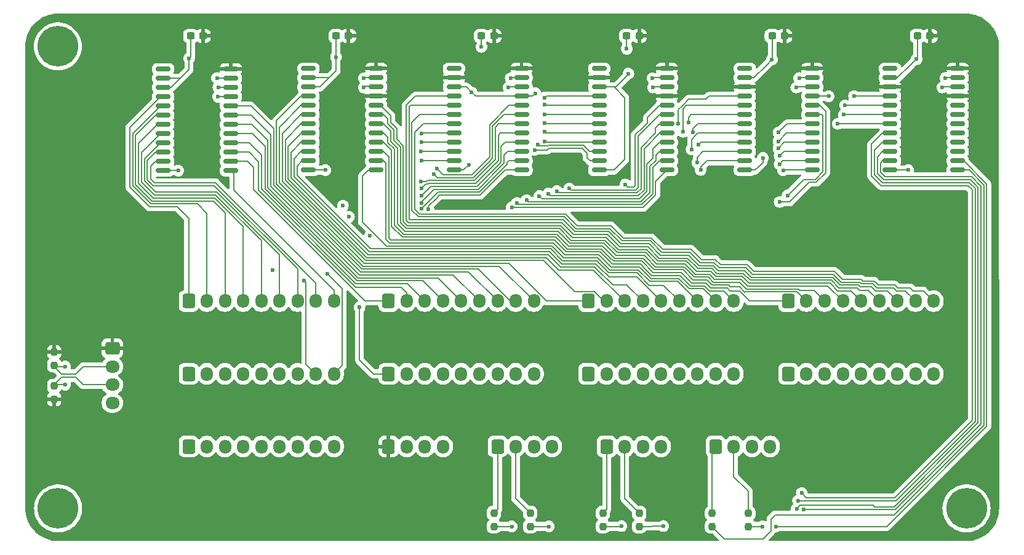
<source format=gbr>
%TF.GenerationSoftware,KiCad,Pcbnew,8.0.6*%
%TF.CreationDate,2024-12-01T20:17:12+01:00*%
%TF.ProjectId,puzzle1,70757a7a-6c65-4312-9e6b-696361645f70,rev?*%
%TF.SameCoordinates,Original*%
%TF.FileFunction,Copper,L1,Top*%
%TF.FilePolarity,Positive*%
%FSLAX46Y46*%
G04 Gerber Fmt 4.6, Leading zero omitted, Abs format (unit mm)*
G04 Created by KiCad (PCBNEW 8.0.6) date 2024-12-01 20:17:12*
%MOMM*%
%LPD*%
G01*
G04 APERTURE LIST*
G04 Aperture macros list*
%AMRoundRect*
0 Rectangle with rounded corners*
0 $1 Rounding radius*
0 $2 $3 $4 $5 $6 $7 $8 $9 X,Y pos of 4 corners*
0 Add a 4 corners polygon primitive as box body*
4,1,4,$2,$3,$4,$5,$6,$7,$8,$9,$2,$3,0*
0 Add four circle primitives for the rounded corners*
1,1,$1+$1,$2,$3*
1,1,$1+$1,$4,$5*
1,1,$1+$1,$6,$7*
1,1,$1+$1,$8,$9*
0 Add four rect primitives between the rounded corners*
20,1,$1+$1,$2,$3,$4,$5,0*
20,1,$1+$1,$4,$5,$6,$7,0*
20,1,$1+$1,$6,$7,$8,$9,0*
20,1,$1+$1,$8,$9,$2,$3,0*%
G04 Aperture macros list end*
%ADD10C,0.300000*%
%TA.AperFunction,NonConductor*%
%ADD11C,0.300000*%
%TD*%
%TA.AperFunction,SMDPad,CuDef*%
%ADD12RoundRect,0.237500X0.237500X-0.250000X0.237500X0.250000X-0.237500X0.250000X-0.237500X-0.250000X0*%
%TD*%
%TA.AperFunction,ComponentPad*%
%ADD13C,5.600000*%
%TD*%
%TA.AperFunction,ComponentPad*%
%ADD14RoundRect,0.250000X-0.600000X-0.725000X0.600000X-0.725000X0.600000X0.725000X-0.600000X0.725000X0*%
%TD*%
%TA.AperFunction,ComponentPad*%
%ADD15O,1.700000X1.950000*%
%TD*%
%TA.AperFunction,SMDPad,CuDef*%
%ADD16RoundRect,0.150000X-0.875000X-0.150000X0.875000X-0.150000X0.875000X0.150000X-0.875000X0.150000X0*%
%TD*%
%TA.AperFunction,SMDPad,CuDef*%
%ADD17RoundRect,0.237500X-0.237500X0.250000X-0.237500X-0.250000X0.237500X-0.250000X0.237500X0.250000X0*%
%TD*%
%TA.AperFunction,SMDPad,CuDef*%
%ADD18RoundRect,0.237500X0.300000X0.237500X-0.300000X0.237500X-0.300000X-0.237500X0.300000X-0.237500X0*%
%TD*%
%TA.AperFunction,ComponentPad*%
%ADD19RoundRect,0.250000X-0.725000X0.600000X-0.725000X-0.600000X0.725000X-0.600000X0.725000X0.600000X0*%
%TD*%
%TA.AperFunction,ComponentPad*%
%ADD20O,1.950000X1.700000*%
%TD*%
%TA.AperFunction,ViaPad*%
%ADD21C,0.600000*%
%TD*%
%TA.AperFunction,Conductor*%
%ADD22C,0.200000*%
%TD*%
G04 APERTURE END LIST*
D10*
D11*
X122640225Y-84450828D02*
X121783082Y-84450828D01*
X122211653Y-84450828D02*
X122211653Y-82950828D01*
X122211653Y-82950828D02*
X122068796Y-83165114D01*
X122068796Y-83165114D02*
X121925939Y-83307971D01*
X121925939Y-83307971D02*
X121783082Y-83379400D01*
D12*
%TO.P,R1,1*%
%TO.N,VCC*%
X29500000Y-106500000D03*
%TO.P,R1,2*%
%TO.N,/SDA*%
X29500000Y-104675000D03*
%TD*%
D13*
%TO.P,H2,1,1*%
%TO.N,GND*%
X30035534Y-121514466D03*
%TD*%
D14*
%TO.P,Row8,1,Pin_1*%
%TO.N,/Connectors/GPIO_64*%
X130500000Y-103000000D03*
D15*
%TO.P,Row8,2,Pin_2*%
%TO.N,/Connectors/GPIO_65*%
X133000000Y-103000000D03*
%TO.P,Row8,3,Pin_3*%
%TO.N,/Connectors/GPIO_66*%
X135500000Y-103000000D03*
%TO.P,Row8,4,Pin_4*%
%TO.N,/Connectors/GPIO_67*%
X138000000Y-103000000D03*
%TO.P,Row8,5,Pin_5*%
%TO.N,/Connectors/GPIO_68*%
X140500000Y-103000000D03*
%TO.P,Row8,6,Pin_6*%
%TO.N,/Connectors/GPIO_69*%
X143000000Y-103000000D03*
%TO.P,Row8,7,Pin_7*%
%TO.N,/Connectors/GPIO_70*%
X145500000Y-103000000D03*
%TO.P,Row8,8,Pin_8*%
%TO.N,/Connectors/GPIO_71*%
X148000000Y-103000000D03*
%TO.P,Row8,9,Pin_9*%
%TO.N,/Connectors/GPIO_72*%
X150500000Y-103000000D03*
%TD*%
D14*
%TO.P,Row9,1,Pin_1*%
%TO.N,/Connectors/GPIO_73*%
X48000000Y-113000000D03*
D15*
%TO.P,Row9,2,Pin_2*%
%TO.N,/Connectors/GPIO_74*%
X50500000Y-113000000D03*
%TO.P,Row9,3,Pin_3*%
%TO.N,/Connectors/GPIO_75*%
X53000000Y-113000000D03*
%TO.P,Row9,4,Pin_4*%
%TO.N,/Connectors/GPIO_76*%
X55500000Y-113000000D03*
%TO.P,Row9,5,Pin_5*%
%TO.N,/Connectors/GPIO_77*%
X58000000Y-113000000D03*
%TO.P,Row9,6,Pin_6*%
%TO.N,/Connectors/GPIO_78*%
X60500000Y-113000000D03*
%TO.P,Row9,7,Pin_7*%
%TO.N,/Connectors/GPIO_79*%
X63000000Y-113000000D03*
%TO.P,Row9,8,Pin_8*%
%TO.N,/Connectors/GPIO_80*%
X65500000Y-113000000D03*
%TO.P,Row9,9,Pin_9*%
%TO.N,/Connectors/GPIO_81*%
X68000000Y-113000000D03*
%TD*%
D14*
%TO.P,LED2,1,Pin_1*%
%TO.N,Net-(J13-Pin_1)*%
X105500000Y-113000000D03*
D15*
%TO.P,LED2,2,Pin_2*%
%TO.N,Net-(J13-Pin_2)*%
X108000000Y-113000000D03*
%TO.P,LED2,3,Pin_3*%
%TO.N,GND*%
X110500000Y-113000000D03*
%TO.P,LED2,4,Pin_4*%
X113000000Y-113000000D03*
%TD*%
D16*
%TO.P,U4,1,~{INT}*%
%TO.N,unconnected-(U4-~{INT}-Pad1)*%
X104500000Y-61000000D03*
%TO.P,U4,2,A1*%
%TO.N,VCC*%
X104500000Y-62270000D03*
%TO.P,U4,3,A2*%
%TO.N,GND*%
X104500000Y-63540000D03*
%TO.P,U4,4,IO0_0*%
%TO.N,/Connectors/GPIO_49*%
X104500000Y-64810000D03*
%TO.P,U4,5,IO0_1*%
%TO.N,/Connectors/GPIO_50*%
X104500000Y-66080000D03*
%TO.P,U4,6,IO0_2*%
%TO.N,/Connectors/GPIO_51*%
X104500000Y-67350000D03*
%TO.P,U4,7,IO0_3*%
%TO.N,/Connectors/GPIO_52*%
X104500000Y-68620000D03*
%TO.P,U4,8,IO0_4*%
%TO.N,/Connectors/GPIO_53*%
X104500000Y-69890000D03*
%TO.P,U4,9,IO0_5*%
%TO.N,/Connectors/GPIO_54*%
X104500000Y-71160000D03*
%TO.P,U4,10,IO0_6*%
%TO.N,/Connectors/GPIO_55*%
X104500000Y-72430000D03*
%TO.P,U4,11,IO0_7*%
%TO.N,/Connectors/GPIO_56*%
X104500000Y-73700000D03*
%TO.P,U4,12,VSS*%
%TO.N,GND*%
X104500000Y-74970000D03*
%TO.P,U4,13,IO1_0*%
%TO.N,/Connectors/GPIO_57*%
X113800000Y-74970000D03*
%TO.P,U4,14,IO1_1*%
%TO.N,/Connectors/GPIO_58*%
X113800000Y-73700000D03*
%TO.P,U4,15,IO1_2*%
%TO.N,/Connectors/GPIO_59*%
X113800000Y-72430000D03*
%TO.P,U4,16,IO1_3*%
%TO.N,/Connectors/GPIO_60*%
X113800000Y-71160000D03*
%TO.P,U4,17,IO1_4*%
%TO.N,/Connectors/GPIO_61*%
X113800000Y-69890000D03*
%TO.P,U4,18,IO1_5*%
%TO.N,/Connectors/GPIO_62*%
X113800000Y-68620000D03*
%TO.P,U4,19,IO1_6*%
%TO.N,/Connectors/GPIO_63*%
X113800000Y-67350000D03*
%TO.P,U4,20,IO1_7*%
%TO.N,/Connectors/GPIO_64*%
X113800000Y-66080000D03*
%TO.P,U4,21,A0*%
%TO.N,VCC*%
X113800000Y-64810000D03*
%TO.P,U4,22,SCL*%
%TO.N,/SCL*%
X113800000Y-63540000D03*
%TO.P,U4,23,SDA*%
%TO.N,/SDA*%
X113800000Y-62270000D03*
%TO.P,U4,24,VDD*%
%TO.N,VCC*%
X113800000Y-61000000D03*
%TD*%
D14*
%TO.P,Row7,1,Pin_1*%
%TO.N,/Connectors/GPIO_55*%
X103000000Y-103000000D03*
D15*
%TO.P,Row7,2,Pin_2*%
%TO.N,/Connectors/GPIO_56*%
X105500000Y-103000000D03*
%TO.P,Row7,3,Pin_3*%
%TO.N,/Connectors/GPIO_57*%
X108000000Y-103000000D03*
%TO.P,Row7,4,Pin_4*%
%TO.N,/Connectors/GPIO_58*%
X110500000Y-103000000D03*
%TO.P,Row7,5,Pin_5*%
%TO.N,/Connectors/GPIO_59*%
X113000000Y-103000000D03*
%TO.P,Row7,6,Pin_6*%
%TO.N,/Connectors/GPIO_60*%
X115500000Y-103000000D03*
%TO.P,Row7,7,Pin_7*%
%TO.N,/Connectors/GPIO_61*%
X118000000Y-103000000D03*
%TO.P,Row7,8,Pin_8*%
%TO.N,/Connectors/GPIO_62*%
X120500000Y-103000000D03*
%TO.P,Row7,9,Pin_9*%
%TO.N,/Connectors/GPIO_63*%
X123000000Y-103000000D03*
%TD*%
D17*
%TO.P,R2,1*%
%TO.N,VCC*%
X29500000Y-100000000D03*
%TO.P,R2,2*%
%TO.N,/SCL*%
X29500000Y-101825000D03*
%TD*%
D18*
%TO.P,C2,1*%
%TO.N,VCC*%
X70000000Y-56500000D03*
%TO.P,C2,2*%
%TO.N,GND*%
X68275000Y-56500000D03*
%TD*%
D17*
%TO.P,R7,1*%
%TO.N,Net-(J14-Pin_1)*%
X120000000Y-122175000D03*
%TO.P,R7,2*%
%TO.N,/Connectors/GPIO_89*%
X120000000Y-124000000D03*
%TD*%
D16*
%TO.P,U1,1,~{INT}*%
%TO.N,unconnected-(U1-~{INT}-Pad1)*%
X44500000Y-61070000D03*
%TO.P,U1,2,A1*%
%TO.N,GND*%
X44500000Y-62340000D03*
%TO.P,U1,3,A2*%
X44500000Y-63610000D03*
%TO.P,U1,4,IO0_0*%
%TO.N,/Connectors/GPIO_1*%
X44500000Y-64880000D03*
%TO.P,U1,5,IO0_1*%
%TO.N,/Connectors/GPIO_2*%
X44500000Y-66150000D03*
%TO.P,U1,6,IO0_2*%
%TO.N,/Connectors/GPIO_3*%
X44500000Y-67420000D03*
%TO.P,U1,7,IO0_3*%
%TO.N,/Connectors/GPIO_4*%
X44500000Y-68690000D03*
%TO.P,U1,8,IO0_4*%
%TO.N,/Connectors/GPIO_5*%
X44500000Y-69960000D03*
%TO.P,U1,9,IO0_5*%
%TO.N,/Connectors/GPIO_6*%
X44500000Y-71230000D03*
%TO.P,U1,10,IO0_6*%
%TO.N,/Connectors/GPIO_7*%
X44500000Y-72500000D03*
%TO.P,U1,11,IO0_7*%
%TO.N,/Connectors/GPIO_8*%
X44500000Y-73770000D03*
%TO.P,U1,12,VSS*%
%TO.N,GND*%
X44500000Y-75040000D03*
%TO.P,U1,13,IO1_0*%
%TO.N,/Connectors/GPIO_9*%
X53800000Y-75040000D03*
%TO.P,U1,14,IO1_1*%
%TO.N,/Connectors/GPIO_10*%
X53800000Y-73770000D03*
%TO.P,U1,15,IO1_2*%
%TO.N,/Connectors/GPIO_11*%
X53800000Y-72500000D03*
%TO.P,U1,16,IO1_3*%
%TO.N,/Connectors/GPIO_12*%
X53800000Y-71230000D03*
%TO.P,U1,17,IO1_4*%
%TO.N,/Connectors/GPIO_13*%
X53800000Y-69960000D03*
%TO.P,U1,18,IO1_5*%
%TO.N,/Connectors/GPIO_14*%
X53800000Y-68690000D03*
%TO.P,U1,19,IO1_6*%
%TO.N,/Connectors/GPIO_15*%
X53800000Y-67420000D03*
%TO.P,U1,20,IO1_7*%
%TO.N,/Connectors/GPIO_16*%
X53800000Y-66150000D03*
%TO.P,U1,21,A0*%
%TO.N,GND*%
X53800000Y-64880000D03*
%TO.P,U1,22,SCL*%
%TO.N,/SCL*%
X53800000Y-63610000D03*
%TO.P,U1,23,SDA*%
%TO.N,/SDA*%
X53800000Y-62340000D03*
%TO.P,U1,24,VDD*%
%TO.N,VCC*%
X53800000Y-61070000D03*
%TD*%
D14*
%TO.P,Row4,1,Pin_1*%
%TO.N,/Connectors/GPIO_28*%
X130500000Y-93000000D03*
D15*
%TO.P,Row4,2,Pin_2*%
%TO.N,/Connectors/GPIO_29*%
X133000000Y-93000000D03*
%TO.P,Row4,3,Pin_3*%
%TO.N,/Connectors/GPIO_30*%
X135500000Y-93000000D03*
%TO.P,Row4,4,Pin_4*%
%TO.N,/Connectors/GPIO_31*%
X138000000Y-93000000D03*
%TO.P,Row4,5,Pin_5*%
%TO.N,/Connectors/GPIO_32*%
X140500000Y-93000000D03*
%TO.P,Row4,6,Pin_6*%
%TO.N,/Connectors/GPIO_33*%
X143000000Y-93000000D03*
%TO.P,Row4,7,Pin_7*%
%TO.N,/Connectors/GPIO_34*%
X145500000Y-93000000D03*
%TO.P,Row4,8,Pin_8*%
%TO.N,/Connectors/GPIO_35*%
X148000000Y-93000000D03*
%TO.P,Row4,9,Pin_9*%
%TO.N,/Connectors/GPIO_36*%
X150500000Y-93000000D03*
%TD*%
D13*
%TO.P,H1,1,1*%
%TO.N,GND*%
X155014466Y-121514466D03*
%TD*%
D14*
%TO.P,Row3,1,Pin_1*%
%TO.N,/Connectors/GPIO_19*%
X103000000Y-93000000D03*
D15*
%TO.P,Row3,2,Pin_2*%
%TO.N,/Connectors/GPIO_20*%
X105500000Y-93000000D03*
%TO.P,Row3,3,Pin_3*%
%TO.N,/Connectors/GPIO_21*%
X108000000Y-93000000D03*
%TO.P,Row3,4,Pin_4*%
%TO.N,/Connectors/GPIO_22*%
X110500000Y-93000000D03*
%TO.P,Row3,5,Pin_5*%
%TO.N,/Connectors/GPIO_23*%
X113000000Y-93000000D03*
%TO.P,Row3,6,Pin_6*%
%TO.N,/Connectors/GPIO_24*%
X115500000Y-93000000D03*
%TO.P,Row3,7,Pin_7*%
%TO.N,/Connectors/GPIO_25*%
X118000000Y-93000000D03*
%TO.P,Row3,8,Pin_8*%
%TO.N,/Connectors/GPIO_26*%
X120500000Y-93000000D03*
%TO.P,Row3,9,Pin_9*%
%TO.N,/Connectors/GPIO_27*%
X123000000Y-93000000D03*
%TD*%
D16*
%TO.P,U5,1,~{INT}*%
%TO.N,unconnected-(U5-~{INT}-Pad1)*%
X124500000Y-61000000D03*
%TO.P,U5,2,A1*%
%TO.N,GND*%
X124500000Y-62270000D03*
%TO.P,U5,3,A2*%
%TO.N,VCC*%
X124500000Y-63540000D03*
%TO.P,U5,4,IO0_0*%
%TO.N,/Connectors/GPIO_65*%
X124500000Y-64810000D03*
%TO.P,U5,5,IO0_1*%
%TO.N,/Connectors/GPIO_66*%
X124500000Y-66080000D03*
%TO.P,U5,6,IO0_2*%
%TO.N,/Connectors/GPIO_67*%
X124500000Y-67350000D03*
%TO.P,U5,7,IO0_3*%
%TO.N,/Connectors/GPIO_68*%
X124500000Y-68620000D03*
%TO.P,U5,8,IO0_4*%
%TO.N,/Connectors/GPIO_69*%
X124500000Y-69890000D03*
%TO.P,U5,9,IO0_5*%
%TO.N,/Connectors/GPIO_70*%
X124500000Y-71160000D03*
%TO.P,U5,10,IO0_6*%
%TO.N,/Connectors/GPIO_71*%
X124500000Y-72430000D03*
%TO.P,U5,11,IO0_7*%
%TO.N,/Connectors/GPIO_72*%
X124500000Y-73700000D03*
%TO.P,U5,12,VSS*%
%TO.N,GND*%
X124500000Y-74970000D03*
%TO.P,U5,13,IO1_0*%
%TO.N,/Connectors/GPIO_73*%
X133800000Y-74970000D03*
%TO.P,U5,14,IO1_1*%
%TO.N,/Connectors/GPIO_74*%
X133800000Y-73700000D03*
%TO.P,U5,15,IO1_2*%
%TO.N,/Connectors/GPIO_75*%
X133800000Y-72430000D03*
%TO.P,U5,16,IO1_3*%
%TO.N,/Connectors/GPIO_76*%
X133800000Y-71160000D03*
%TO.P,U5,17,IO1_4*%
%TO.N,/Connectors/GPIO_77*%
X133800000Y-69890000D03*
%TO.P,U5,18,IO1_5*%
%TO.N,/Connectors/GPIO_78*%
X133800000Y-68620000D03*
%TO.P,U5,19,IO1_6*%
%TO.N,/Connectors/GPIO_79*%
X133800000Y-67350000D03*
%TO.P,U5,20,IO1_7*%
%TO.N,/Connectors/GPIO_80*%
X133800000Y-66080000D03*
%TO.P,U5,21,A0*%
%TO.N,GND*%
X133800000Y-64810000D03*
%TO.P,U5,22,SCL*%
%TO.N,/SCL*%
X133800000Y-63540000D03*
%TO.P,U5,23,SDA*%
%TO.N,/SDA*%
X133800000Y-62270000D03*
%TO.P,U5,24,VDD*%
%TO.N,VCC*%
X133800000Y-61000000D03*
%TD*%
D14*
%TO.P,WireTriggers,1,Pin_1*%
%TO.N,VCC*%
X75500000Y-113000000D03*
D15*
%TO.P,WireTriggers,2,Pin_2*%
%TO.N,/Connectors/GPIO_82*%
X78000000Y-113000000D03*
%TO.P,WireTriggers,3,Pin_3*%
%TO.N,/Connectors/GPIO_83*%
X80500000Y-113000000D03*
%TO.P,WireTriggers,4,Pin_4*%
%TO.N,/Connectors/GPIO_84*%
X83000000Y-113000000D03*
%TD*%
D16*
%TO.P,U2,1,~{INT}*%
%TO.N,unconnected-(U2-~{INT}-Pad1)*%
X64500000Y-61000000D03*
%TO.P,U2,2,A1*%
%TO.N,GND*%
X64500000Y-62270000D03*
%TO.P,U2,3,A2*%
X64500000Y-63540000D03*
%TO.P,U2,4,IO0_0*%
%TO.N,/Connectors/GPIO_17*%
X64500000Y-64810000D03*
%TO.P,U2,5,IO0_1*%
%TO.N,/Connectors/GPIO_18*%
X64500000Y-66080000D03*
%TO.P,U2,6,IO0_2*%
%TO.N,/Connectors/GPIO_19*%
X64500000Y-67350000D03*
%TO.P,U2,7,IO0_3*%
%TO.N,/Connectors/GPIO_20*%
X64500000Y-68620000D03*
%TO.P,U2,8,IO0_4*%
%TO.N,/Connectors/GPIO_21*%
X64500000Y-69890000D03*
%TO.P,U2,9,IO0_5*%
%TO.N,/Connectors/GPIO_22*%
X64500000Y-71160000D03*
%TO.P,U2,10,IO0_6*%
%TO.N,/Connectors/GPIO_23*%
X64500000Y-72430000D03*
%TO.P,U2,11,IO0_7*%
%TO.N,/Connectors/GPIO_24*%
X64500000Y-73700000D03*
%TO.P,U2,12,VSS*%
%TO.N,GND*%
X64500000Y-74970000D03*
%TO.P,U2,13,IO1_0*%
%TO.N,/Connectors/GPIO_25*%
X73800000Y-74970000D03*
%TO.P,U2,14,IO1_1*%
%TO.N,/Connectors/GPIO_26*%
X73800000Y-73700000D03*
%TO.P,U2,15,IO1_2*%
%TO.N,/Connectors/GPIO_27*%
X73800000Y-72430000D03*
%TO.P,U2,16,IO1_3*%
%TO.N,/Connectors/GPIO_28*%
X73800000Y-71160000D03*
%TO.P,U2,17,IO1_4*%
%TO.N,/Connectors/GPIO_29*%
X73800000Y-69890000D03*
%TO.P,U2,18,IO1_5*%
%TO.N,/Connectors/GPIO_30*%
X73800000Y-68620000D03*
%TO.P,U2,19,IO1_6*%
%TO.N,/Connectors/GPIO_31*%
X73800000Y-67350000D03*
%TO.P,U2,20,IO1_7*%
%TO.N,/Connectors/GPIO_32*%
X73800000Y-66080000D03*
%TO.P,U2,21,A0*%
%TO.N,VCC*%
X73800000Y-64810000D03*
%TO.P,U2,22,SCL*%
%TO.N,/SCL*%
X73800000Y-63540000D03*
%TO.P,U2,23,SDA*%
%TO.N,/SDA*%
X73800000Y-62270000D03*
%TO.P,U2,24,VDD*%
%TO.N,VCC*%
X73800000Y-61000000D03*
%TD*%
D14*
%TO.P,LED1,1,Pin_1*%
%TO.N,Net-(J12-Pin_1)*%
X90500000Y-113000000D03*
D15*
%TO.P,LED1,2,Pin_2*%
%TO.N,Net-(J12-Pin_2)*%
X93000000Y-113000000D03*
%TO.P,LED1,3,Pin_3*%
%TO.N,GND*%
X95500000Y-113000000D03*
%TO.P,LED1,4,Pin_4*%
X98000000Y-113000000D03*
%TD*%
D18*
%TO.P,C1,1*%
%TO.N,VCC*%
X50000000Y-56500000D03*
%TO.P,C1,2*%
%TO.N,GND*%
X48275000Y-56500000D03*
%TD*%
D14*
%TO.P,Row1,1,Pin_1*%
%TO.N,/Connectors/GPIO_1*%
X48000000Y-93000000D03*
D15*
%TO.P,Row1,2,Pin_2*%
%TO.N,/Connectors/GPIO_2*%
X50500000Y-93000000D03*
%TO.P,Row1,3,Pin_3*%
%TO.N,/Connectors/GPIO_3*%
X53000000Y-93000000D03*
%TO.P,Row1,4,Pin_4*%
%TO.N,/Connectors/GPIO_4*%
X55500000Y-93000000D03*
%TO.P,Row1,5,Pin_5*%
%TO.N,/Connectors/GPIO_5*%
X58000000Y-93000000D03*
%TO.P,Row1,6,Pin_6*%
%TO.N,/Connectors/GPIO_6*%
X60500000Y-93000000D03*
%TO.P,Row1,7,Pin_7*%
%TO.N,/Connectors/GPIO_7*%
X63000000Y-93000000D03*
%TO.P,Row1,8,Pin_8*%
%TO.N,/Connectors/GPIO_8*%
X65500000Y-93000000D03*
%TO.P,Row1,9,Pin_9*%
%TO.N,/Connectors/GPIO_9*%
X68000000Y-93000000D03*
%TD*%
D12*
%TO.P,R6,1*%
%TO.N,/Connectors/GPIO_88*%
X110000000Y-124000000D03*
%TO.P,R6,2*%
%TO.N,Net-(J13-Pin_2)*%
X110000000Y-122175000D03*
%TD*%
D18*
%TO.P,C6,1*%
%TO.N,VCC*%
X150000000Y-56500000D03*
%TO.P,C6,2*%
%TO.N,GND*%
X148275000Y-56500000D03*
%TD*%
%TO.P,C4,1*%
%TO.N,VCC*%
X110000000Y-56500000D03*
%TO.P,C4,2*%
%TO.N,GND*%
X108275000Y-56500000D03*
%TD*%
%TO.P,C5,1*%
%TO.N,VCC*%
X130000000Y-56500000D03*
%TO.P,C5,2*%
%TO.N,GND*%
X128275000Y-56500000D03*
%TD*%
D17*
%TO.P,R5,1*%
%TO.N,Net-(J13-Pin_1)*%
X105000000Y-122175000D03*
%TO.P,R5,2*%
%TO.N,/Connectors/GPIO_87*%
X105000000Y-124000000D03*
%TD*%
D14*
%TO.P,Row6,1,Pin_1*%
%TO.N,/Connectors/GPIO_46*%
X75500000Y-103000000D03*
D15*
%TO.P,Row6,2,Pin_2*%
%TO.N,/Connectors/GPIO_47*%
X78000000Y-103000000D03*
%TO.P,Row6,3,Pin_3*%
%TO.N,/Connectors/GPIO_48*%
X80500000Y-103000000D03*
%TO.P,Row6,4,Pin_4*%
%TO.N,/Connectors/GPIO_49*%
X83000000Y-103000000D03*
%TO.P,Row6,5,Pin_5*%
%TO.N,/Connectors/GPIO_50*%
X85500000Y-103000000D03*
%TO.P,Row6,6,Pin_6*%
%TO.N,/Connectors/GPIO_51*%
X88000000Y-103000000D03*
%TO.P,Row6,7,Pin_7*%
%TO.N,/Connectors/GPIO_52*%
X90500000Y-103000000D03*
%TO.P,Row6,8,Pin_8*%
%TO.N,/Connectors/GPIO_53*%
X93000000Y-103000000D03*
%TO.P,Row6,9,Pin_9*%
%TO.N,/Connectors/GPIO_54*%
X95500000Y-103000000D03*
%TD*%
D12*
%TO.P,R4,1*%
%TO.N,/Connectors/GPIO_86*%
X95000000Y-124000000D03*
%TO.P,R4,2*%
%TO.N,Net-(J12-Pin_2)*%
X95000000Y-122175000D03*
%TD*%
D17*
%TO.P,R3,1*%
%TO.N,Net-(J12-Pin_1)*%
X90000000Y-122175000D03*
%TO.P,R3,2*%
%TO.N,/Connectors/GPIO_85*%
X90000000Y-124000000D03*
%TD*%
D12*
%TO.P,R8,1*%
%TO.N,/Connectors/GPIO_90*%
X125000000Y-124000000D03*
%TO.P,R8,2*%
%TO.N,Net-(J14-Pin_2)*%
X125000000Y-122175000D03*
%TD*%
D18*
%TO.P,C3,1*%
%TO.N,VCC*%
X90000000Y-56500000D03*
%TO.P,C3,2*%
%TO.N,GND*%
X88275000Y-56500000D03*
%TD*%
D16*
%TO.P,U3,1,~{INT}*%
%TO.N,unconnected-(U3-~{INT}-Pad1)*%
X84500000Y-61000000D03*
%TO.P,U3,2,A1*%
%TO.N,VCC*%
X84500000Y-62270000D03*
%TO.P,U3,3,A2*%
%TO.N,GND*%
X84500000Y-63540000D03*
%TO.P,U3,4,IO0_0*%
%TO.N,/Connectors/GPIO_33*%
X84500000Y-64810000D03*
%TO.P,U3,5,IO0_1*%
%TO.N,/Connectors/GPIO_34*%
X84500000Y-66080000D03*
%TO.P,U3,6,IO0_2*%
%TO.N,/Connectors/GPIO_35*%
X84500000Y-67350000D03*
%TO.P,U3,7,IO0_3*%
%TO.N,/Connectors/GPIO_36*%
X84500000Y-68620000D03*
%TO.P,U3,8,IO0_4*%
%TO.N,/Connectors/GPIO_37*%
X84500000Y-69890000D03*
%TO.P,U3,9,IO0_5*%
%TO.N,/Connectors/GPIO_38*%
X84500000Y-71160000D03*
%TO.P,U3,10,IO0_6*%
%TO.N,/Connectors/GPIO_39*%
X84500000Y-72430000D03*
%TO.P,U3,11,IO0_7*%
%TO.N,/Connectors/GPIO_40*%
X84500000Y-73700000D03*
%TO.P,U3,12,VSS*%
%TO.N,GND*%
X84500000Y-74970000D03*
%TO.P,U3,13,IO1_0*%
%TO.N,/Connectors/GPIO_41*%
X93800000Y-74970000D03*
%TO.P,U3,14,IO1_1*%
%TO.N,/Connectors/GPIO_42*%
X93800000Y-73700000D03*
%TO.P,U3,15,IO1_2*%
%TO.N,/Connectors/GPIO_43*%
X93800000Y-72430000D03*
%TO.P,U3,16,IO1_3*%
%TO.N,/Connectors/GPIO_44*%
X93800000Y-71160000D03*
%TO.P,U3,17,IO1_4*%
%TO.N,/Connectors/GPIO_45*%
X93800000Y-69890000D03*
%TO.P,U3,18,IO1_5*%
%TO.N,/Connectors/GPIO_46*%
X93800000Y-68620000D03*
%TO.P,U3,19,IO1_6*%
%TO.N,/Connectors/GPIO_47*%
X93800000Y-67350000D03*
%TO.P,U3,20,IO1_7*%
%TO.N,/Connectors/GPIO_48*%
X93800000Y-66080000D03*
%TO.P,U3,21,A0*%
%TO.N,GND*%
X93800000Y-64810000D03*
%TO.P,U3,22,SCL*%
%TO.N,/SCL*%
X93800000Y-63540000D03*
%TO.P,U3,23,SDA*%
%TO.N,/SDA*%
X93800000Y-62270000D03*
%TO.P,U3,24,VDD*%
%TO.N,VCC*%
X93800000Y-61000000D03*
%TD*%
D13*
%TO.P,H3,1,1*%
%TO.N,GND*%
X30000000Y-57950000D03*
%TD*%
D14*
%TO.P,Row2,1,Pin_1*%
%TO.N,/Connectors/GPIO_10*%
X75500000Y-93000000D03*
D15*
%TO.P,Row2,2,Pin_2*%
%TO.N,/Connectors/GPIO_11*%
X78000000Y-93000000D03*
%TO.P,Row2,3,Pin_3*%
%TO.N,/Connectors/GPIO_12*%
X80500000Y-93000000D03*
%TO.P,Row2,4,Pin_4*%
%TO.N,/Connectors/GPIO_13*%
X83000000Y-93000000D03*
%TO.P,Row2,5,Pin_5*%
%TO.N,/Connectors/GPIO_14*%
X85500000Y-93000000D03*
%TO.P,Row2,6,Pin_6*%
%TO.N,/Connectors/GPIO_15*%
X88000000Y-93000000D03*
%TO.P,Row2,7,Pin_7*%
%TO.N,/Connectors/GPIO_16*%
X90500000Y-93000000D03*
%TO.P,Row2,8,Pin_8*%
%TO.N,/Connectors/GPIO_17*%
X93000000Y-93000000D03*
%TO.P,Row2,9,Pin_9*%
%TO.N,/Connectors/GPIO_18*%
X95500000Y-93000000D03*
%TD*%
D14*
%TO.P,Row5,1,Pin_1*%
%TO.N,/Connectors/GPIO_37*%
X48000000Y-103000000D03*
D15*
%TO.P,Row5,2,Pin_2*%
%TO.N,/Connectors/GPIO_38*%
X50500000Y-103000000D03*
%TO.P,Row5,3,Pin_3*%
%TO.N,/Connectors/GPIO_39*%
X53000000Y-103000000D03*
%TO.P,Row5,4,Pin_4*%
%TO.N,/Connectors/GPIO_40*%
X55500000Y-103000000D03*
%TO.P,Row5,5,Pin_5*%
%TO.N,/Connectors/GPIO_41*%
X58000000Y-103000000D03*
%TO.P,Row5,6,Pin_6*%
%TO.N,/Connectors/GPIO_42*%
X60500000Y-103000000D03*
%TO.P,Row5,7,Pin_7*%
%TO.N,/Connectors/GPIO_43*%
X63000000Y-103000000D03*
%TO.P,Row5,8,Pin_8*%
%TO.N,/Connectors/GPIO_44*%
X65500000Y-103000000D03*
%TO.P,Row5,9,Pin_9*%
%TO.N,/Connectors/GPIO_45*%
X68000000Y-103000000D03*
%TD*%
D14*
%TO.P,LED3,1,Pin_1*%
%TO.N,Net-(J14-Pin_1)*%
X120500000Y-113000000D03*
D15*
%TO.P,LED3,2,Pin_2*%
%TO.N,Net-(J14-Pin_2)*%
X123000000Y-113000000D03*
%TO.P,LED3,3,Pin_3*%
%TO.N,GND*%
X125500000Y-113000000D03*
%TO.P,LED3,4,Pin_4*%
X128000000Y-113000000D03*
%TD*%
D19*
%TO.P,Input,1,Pin_1*%
%TO.N,VCC*%
X37500000Y-99500000D03*
D20*
%TO.P,Input,2,Pin_2*%
%TO.N,/SCL*%
X37500000Y-102000000D03*
%TO.P,Input,3,Pin_3*%
%TO.N,/SDA*%
X37500000Y-104500000D03*
%TO.P,Input,4,Pin_4*%
%TO.N,GND*%
X37500000Y-107000000D03*
%TD*%
D16*
%TO.P,U6,1,~{INT}*%
%TO.N,unconnected-(U6-~{INT}-Pad1)*%
X144500000Y-61000000D03*
%TO.P,U6,2,A1*%
%TO.N,GND*%
X144500000Y-62270000D03*
%TO.P,U6,3,A2*%
%TO.N,VCC*%
X144500000Y-63540000D03*
%TO.P,U6,4,IO0_0*%
%TO.N,/Connectors/GPIO_81*%
X144500000Y-64810000D03*
%TO.P,U6,5,IO0_1*%
%TO.N,/Connectors/GPIO_82*%
X144500000Y-66080000D03*
%TO.P,U6,6,IO0_2*%
%TO.N,/Connectors/GPIO_83*%
X144500000Y-67350000D03*
%TO.P,U6,7,IO0_3*%
%TO.N,/Connectors/GPIO_84*%
X144500000Y-68620000D03*
%TO.P,U6,8,IO0_4*%
%TO.N,/Connectors/GPIO_85*%
X144500000Y-69890000D03*
%TO.P,U6,9,IO0_5*%
%TO.N,/Connectors/GPIO_86*%
X144500000Y-71160000D03*
%TO.P,U6,10,IO0_6*%
%TO.N,/Connectors/GPIO_87*%
X144500000Y-72430000D03*
%TO.P,U6,11,IO0_7*%
%TO.N,/Connectors/GPIO_88*%
X144500000Y-73700000D03*
%TO.P,U6,12,VSS*%
%TO.N,GND*%
X144500000Y-74970000D03*
%TO.P,U6,13,IO1_0*%
%TO.N,/Connectors/GPIO_89*%
X153800000Y-74970000D03*
%TO.P,U6,14,IO1_1*%
%TO.N,/Connectors/GPIO_90*%
X153800000Y-73700000D03*
%TO.P,U6,15,IO1_2*%
%TO.N,/Connectors/GPIO_91*%
X153800000Y-72430000D03*
%TO.P,U6,16,IO1_3*%
%TO.N,/Connectors/GPIO_92*%
X153800000Y-71160000D03*
%TO.P,U6,17,IO1_4*%
%TO.N,/Connectors/GPIO_93*%
X153800000Y-69890000D03*
%TO.P,U6,18,IO1_5*%
%TO.N,/Connectors/GPIO_94*%
X153800000Y-68620000D03*
%TO.P,U6,19,IO1_6*%
%TO.N,/Connectors/GPIO_95*%
X153800000Y-67350000D03*
%TO.P,U6,20,IO1_7*%
%TO.N,/Connectors/GPIO_96*%
X153800000Y-66080000D03*
%TO.P,U6,21,A0*%
%TO.N,VCC*%
X153800000Y-64810000D03*
%TO.P,U6,22,SCL*%
%TO.N,/SCL*%
X153800000Y-63540000D03*
%TO.P,U6,23,SDA*%
%TO.N,/SDA*%
X153800000Y-62270000D03*
%TO.P,U6,24,VDD*%
%TO.N,VCC*%
X153800000Y-61000000D03*
%TD*%
D21*
%TO.N,/SCL*%
X92000000Y-63600000D03*
X131600000Y-63600000D03*
X72100000Y-63600000D03*
X111900000Y-63600000D03*
X151700000Y-63600000D03*
X52100000Y-63600000D03*
X31000000Y-102000000D03*
%TO.N,/SDA*%
X132000000Y-62300000D03*
X51900000Y-62300000D03*
X92300000Y-62325000D03*
X31000000Y-104500000D03*
X111800000Y-62325000D03*
X72100000Y-62325000D03*
X152100000Y-62300000D03*
%TO.N,GND*%
X148150000Y-59700000D03*
X108275000Y-58275000D03*
X147000000Y-74970000D03*
X136050000Y-64800000D03*
X86925000Y-64275000D03*
X88275000Y-58000000D03*
X46560000Y-75040000D03*
X108500000Y-61700000D03*
X127000000Y-73300000D03*
X48050000Y-59600000D03*
X52050000Y-64880000D03*
X128250000Y-59750000D03*
X95700000Y-64400000D03*
X86550000Y-74250000D03*
X68275000Y-59400000D03*
X66800000Y-74970000D03*
%TO.N,/Connectors/GPIO_39*%
X79970000Y-72430000D03*
%TO.N,/Connectors/GPIO_44*%
X63850000Y-90150000D03*
X80000000Y-78500000D03*
%TO.N,/Connectors/GPIO_40*%
X80000000Y-73700000D03*
%TO.N,/Connectors/GPIO_45*%
X69219001Y-79859500D03*
X80000000Y-77500000D03*
X67050000Y-89200000D03*
%TO.N,/Connectors/GPIO_38*%
X80000000Y-71160000D03*
%TO.N,/Connectors/GPIO_41*%
X81000000Y-80350000D03*
%TO.N,/Connectors/GPIO_43*%
X72950000Y-84000000D03*
X80000000Y-79500000D03*
%TO.N,/Connectors/GPIO_37*%
X80000000Y-69900000D03*
%TO.N,/Connectors/GPIO_42*%
X80049264Y-80299264D03*
X59550000Y-88750000D03*
%TO.N,/Connectors/GPIO_53*%
X97000000Y-69700000D03*
%TO.N,/Connectors/GPIO_52*%
X97000000Y-68500000D03*
%TO.N,/Connectors/GPIO_54*%
X97000000Y-71000000D03*
%TO.N,/Connectors/GPIO_46*%
X71500000Y-93850000D03*
X70050000Y-81400000D03*
X79950000Y-76500000D03*
%TO.N,/Connectors/GPIO_47*%
X81750000Y-75550000D03*
%TO.N,/Connectors/GPIO_50*%
X97000000Y-66000000D03*
%TO.N,/Connectors/GPIO_51*%
X97000000Y-67350000D03*
%TO.N,/Connectors/GPIO_48*%
X82200000Y-74800000D03*
%TO.N,/Connectors/GPIO_49*%
X97000000Y-65000000D03*
%TO.N,/Connectors/GPIO_60*%
X96250000Y-78550000D03*
%TO.N,/Connectors/GPIO_56*%
X95650000Y-72200000D03*
%TO.N,/Connectors/GPIO_55*%
X96050000Y-71500000D03*
%TO.N,/Connectors/GPIO_59*%
X94500000Y-79100000D03*
%TO.N,/Connectors/GPIO_62*%
X98674264Y-77874264D03*
%TO.N,/Connectors/GPIO_63*%
X100366022Y-77479656D03*
%TO.N,/Connectors/GPIO_58*%
X93150000Y-79500000D03*
%TO.N,/Connectors/GPIO_57*%
X92450000Y-80100000D03*
%TO.N,/Connectors/GPIO_61*%
X97500000Y-78200000D03*
%TO.N,/Connectors/GPIO_67*%
X116750000Y-68400000D03*
%TO.N,/Connectors/GPIO_69*%
X117200000Y-72100000D03*
%TO.N,/Connectors/GPIO_64*%
X108100000Y-76950000D03*
%TO.N,/Connectors/GPIO_70*%
X118100000Y-71500000D03*
%TO.N,/Connectors/GPIO_72*%
X118450000Y-74950000D03*
%TO.N,/Connectors/GPIO_68*%
X117350000Y-69750000D03*
%TO.N,/Connectors/GPIO_71*%
X118000000Y-73950000D03*
%TO.N,/Connectors/GPIO_66*%
X116050000Y-69700000D03*
%TO.N,/Connectors/GPIO_65*%
X115350000Y-68600000D03*
%TO.N,/Connectors/GPIO_73*%
X129800000Y-75000000D03*
%TO.N,/Connectors/GPIO_80*%
X129300000Y-79350000D03*
%TO.N,/Connectors/GPIO_78*%
X129150000Y-69800000D03*
%TO.N,/Connectors/GPIO_74*%
X129300000Y-74150000D03*
%TO.N,/Connectors/GPIO_77*%
X129150000Y-71000000D03*
%TO.N,/Connectors/GPIO_75*%
X129300000Y-73000000D03*
%TO.N,/Connectors/GPIO_79*%
X130400000Y-78450000D03*
%TO.N,/Connectors/GPIO_76*%
X129150000Y-71950000D03*
%TO.N,/Connectors/GPIO_81*%
X139550000Y-64800000D03*
%TO.N,/Connectors/GPIO_82*%
X138324075Y-66073429D03*
%TO.N,/Connectors/GPIO_84*%
X137300000Y-68600000D03*
%TO.N,/Connectors/GPIO_83*%
X138150000Y-67350000D03*
%TO.N,/Connectors/GPIO_85*%
X132350000Y-119400000D03*
X92450000Y-124000000D03*
%TO.N,/Connectors/GPIO_86*%
X131850000Y-120450000D03*
X97550000Y-124000000D03*
%TO.N,/Connectors/GPIO_87*%
X107550000Y-123950000D03*
X131650000Y-121600000D03*
%TO.N,/Connectors/GPIO_88*%
X132650000Y-121700000D03*
X113300000Y-123950000D03*
%TO.N,/Connectors/GPIO_90*%
X128800000Y-124000000D03*
X126950000Y-124000000D03*
%TD*%
D22*
%TO.N,/SCL*%
X111960000Y-63540000D02*
X111900000Y-63600000D01*
X92060000Y-63540000D02*
X92000000Y-63600000D01*
X53800000Y-63610000D02*
X52110000Y-63610000D01*
X52110000Y-63610000D02*
X52100000Y-63600000D01*
X29500000Y-102000000D02*
X30500000Y-103000000D01*
X131660000Y-63540000D02*
X131600000Y-63600000D01*
X30500000Y-103000000D02*
X32500000Y-103000000D01*
X133800000Y-63540000D02*
X131660000Y-63540000D01*
X151760000Y-63540000D02*
X151700000Y-63600000D01*
X73800000Y-63540000D02*
X73540000Y-63540000D01*
X29500000Y-101825000D02*
X29500000Y-102000000D01*
X72300000Y-63400000D02*
X72100000Y-63600000D01*
X93800000Y-63540000D02*
X92060000Y-63540000D01*
X153800000Y-63540000D02*
X151760000Y-63540000D01*
X29675000Y-102000000D02*
X29500000Y-101825000D01*
X113800000Y-63540000D02*
X111960000Y-63540000D01*
X31000000Y-102000000D02*
X29675000Y-102000000D01*
X37325000Y-101825000D02*
X37500000Y-102000000D01*
X73400000Y-63400000D02*
X72300000Y-63400000D01*
X32500000Y-103000000D02*
X33500000Y-102000000D01*
X73540000Y-63540000D02*
X73400000Y-63400000D01*
X33500000Y-102000000D02*
X37500000Y-102000000D01*
%TO.N,/SDA*%
X111855000Y-62270000D02*
X111800000Y-62325000D01*
X73800000Y-62270000D02*
X72155000Y-62270000D01*
X51940000Y-62340000D02*
X51900000Y-62300000D01*
X29500000Y-104675000D02*
X29500000Y-104500000D01*
X30500000Y-103500000D02*
X32500000Y-103500000D01*
X32500000Y-103500000D02*
X33500000Y-104500000D01*
X31000000Y-104500000D02*
X29675000Y-104500000D01*
X72155000Y-62270000D02*
X72100000Y-62325000D01*
X37325000Y-104675000D02*
X37500000Y-104500000D01*
X113800000Y-62270000D02*
X111855000Y-62270000D01*
X92355000Y-62270000D02*
X92300000Y-62325000D01*
X132030000Y-62270000D02*
X132000000Y-62300000D01*
X152130000Y-62270000D02*
X152100000Y-62300000D01*
X29675000Y-104500000D02*
X29500000Y-104675000D01*
X133800000Y-62270000D02*
X132030000Y-62270000D01*
X29500000Y-104500000D02*
X30500000Y-103500000D01*
X33500000Y-104500000D02*
X37500000Y-104500000D01*
X153800000Y-62270000D02*
X152130000Y-62270000D01*
X93800000Y-62270000D02*
X92355000Y-62270000D01*
X53800000Y-62340000D02*
X51940000Y-62340000D01*
%TO.N,/Connectors/GPIO_5*%
X58000000Y-84697058D02*
X51718628Y-78415686D01*
X44104448Y-69960000D02*
X44500000Y-69960000D01*
X58000000Y-93000000D02*
X58000000Y-84697058D01*
X41500000Y-76631372D02*
X41500000Y-72564448D01*
X41500000Y-72564448D02*
X44104448Y-69960000D01*
X43284314Y-78415686D02*
X41500000Y-76631372D01*
X51718628Y-78415686D02*
X43284314Y-78415686D01*
%TO.N,/Connectors/GPIO_4*%
X41100000Y-71300000D02*
X43710000Y-68690000D01*
X41100000Y-76797058D02*
X41100000Y-71300000D01*
X43710000Y-68690000D02*
X44500000Y-68690000D01*
X55500000Y-93000000D02*
X55500000Y-82762744D01*
X43118628Y-78815686D02*
X41100000Y-76797058D01*
X55500000Y-82762744D02*
X51552942Y-78815686D01*
X51552942Y-78815686D02*
X43118628Y-78815686D01*
%TO.N,/Connectors/GPIO_9*%
X54200000Y-77700000D02*
X54200000Y-75440000D01*
X54200000Y-75440000D02*
X53800000Y-75040000D01*
X68000000Y-93000000D02*
X68000000Y-91500000D01*
X68000000Y-91500000D02*
X54200000Y-77700000D01*
%TO.N,/Connectors/GPIO_8*%
X65500000Y-93000000D02*
X65500000Y-90500000D01*
X65500000Y-90500000D02*
X51700000Y-76700000D01*
X42800000Y-74445001D02*
X43475001Y-73770000D01*
X43475001Y-73770000D02*
X44500000Y-73770000D01*
X43300000Y-76700000D02*
X42800000Y-76200000D01*
X42800000Y-76200000D02*
X42800000Y-74445001D01*
X51700000Y-76700000D02*
X43300000Y-76700000D01*
%TO.N,/Connectors/GPIO_3*%
X43475001Y-67420000D02*
X44500000Y-67420000D01*
X40700000Y-70195001D02*
X43475001Y-67420000D01*
X42952942Y-79215686D02*
X40700000Y-76962744D01*
X53000000Y-80828430D02*
X51387256Y-79215686D01*
X53000000Y-93000000D02*
X53000000Y-80828430D01*
X40700000Y-76962744D02*
X40700000Y-70195001D01*
X51387256Y-79215686D02*
X42952942Y-79215686D01*
%TO.N,/Connectors/GPIO_7*%
X43100000Y-77100000D02*
X42300000Y-76300000D01*
X42300000Y-73675001D02*
X43475001Y-72500000D01*
X43475001Y-72500000D02*
X44500000Y-72500000D01*
X63000000Y-88565686D02*
X51534314Y-77100000D01*
X63000000Y-93000000D02*
X63000000Y-88565686D01*
X42300000Y-76300000D02*
X42300000Y-73675001D01*
X51534314Y-77100000D02*
X43100000Y-77100000D01*
%TO.N,/Connectors/GPIO_2*%
X42787257Y-79615686D02*
X40300000Y-77128429D01*
X40300000Y-77128429D02*
X40300000Y-69954448D01*
X44104448Y-66150000D02*
X44500000Y-66150000D01*
X50500000Y-80915686D02*
X49200000Y-79615686D01*
X49200000Y-79615686D02*
X42787257Y-79615686D01*
X50500000Y-93000000D02*
X50500000Y-80915686D01*
X40300000Y-69954448D02*
X44104448Y-66150000D01*
%TO.N,/Connectors/GPIO_6*%
X51884314Y-78015686D02*
X43450000Y-78015686D01*
X41900000Y-76465686D02*
X41900000Y-73434448D01*
X43450000Y-78015686D02*
X41900000Y-76465686D01*
X60500000Y-93000000D02*
X60500000Y-86631372D01*
X41900000Y-73434448D02*
X44104448Y-71230000D01*
X44104448Y-71230000D02*
X44500000Y-71230000D01*
X60500000Y-86631372D02*
X51884314Y-78015686D01*
%TO.N,/Connectors/GPIO_1*%
X44104448Y-64880000D02*
X44500000Y-64880000D01*
X39900000Y-77294115D02*
X39900000Y-69084448D01*
X39900000Y-69084448D02*
X44104448Y-64880000D01*
X48000000Y-81615686D02*
X46400000Y-80015686D01*
X46400000Y-80015686D02*
X42621571Y-80015686D01*
X48000000Y-93000000D02*
X48000000Y-81615686D01*
X42621571Y-80015686D02*
X39900000Y-77294115D01*
%TO.N,/Connectors/GPIO_16*%
X53800000Y-66150000D02*
X56550000Y-66150000D01*
X71674512Y-89000000D02*
X86500000Y-89000000D01*
X86500000Y-89000000D02*
X90500000Y-93000000D01*
X59700000Y-69300000D02*
X59700000Y-77025488D01*
X56550000Y-66150000D02*
X59700000Y-69300000D01*
X54195552Y-66150000D02*
X53800000Y-66150000D01*
X59700000Y-77025488D02*
X71674512Y-89000000D01*
%TO.N,/Connectors/GPIO_15*%
X59300000Y-70100000D02*
X56620000Y-67420000D01*
X56620000Y-67420000D02*
X53800000Y-67420000D01*
X59300000Y-77191174D02*
X59300000Y-70100000D01*
X71508826Y-89400000D02*
X59300000Y-77191174D01*
X84400000Y-89400000D02*
X71508826Y-89400000D01*
X88000000Y-93000000D02*
X84400000Y-89400000D01*
%TO.N,/Connectors/GPIO_11*%
X77275000Y-91100000D02*
X70946084Y-91100000D01*
X70946084Y-91100000D02*
X57600000Y-77753916D01*
X78000000Y-93000000D02*
X78000000Y-91825000D01*
X56300000Y-72500000D02*
X53800000Y-72500000D01*
X57600000Y-77753916D02*
X57600000Y-73800000D01*
X57600000Y-73800000D02*
X56300000Y-72500000D01*
X78000000Y-91825000D02*
X77275000Y-91100000D01*
X54200000Y-72500000D02*
X53800000Y-72500000D01*
%TO.N,/Connectors/GPIO_10*%
X53800000Y-73770000D02*
X56070000Y-73770000D01*
X56900000Y-77619602D02*
X72280398Y-93000000D01*
X56900000Y-74600000D02*
X56900000Y-77619602D01*
X72280398Y-93000000D02*
X75500000Y-93000000D01*
X56070000Y-73770000D02*
X56900000Y-74600000D01*
%TO.N,/Connectors/GPIO_17*%
X63475001Y-64810000D02*
X60100000Y-68185001D01*
X60100000Y-68185001D02*
X60100000Y-76859802D01*
X64500000Y-64810000D02*
X63475001Y-64810000D01*
X87851346Y-88600000D02*
X92251346Y-93000000D01*
X92251346Y-93000000D02*
X93000000Y-93000000D01*
X60100000Y-76859802D02*
X71840198Y-88600000D01*
X71840198Y-88600000D02*
X87851346Y-88600000D01*
%TO.N,/Connectors/GPIO_18*%
X90700000Y-88200000D02*
X95500000Y-93000000D01*
X60500000Y-69055001D02*
X60500000Y-76694116D01*
X60500000Y-76694116D02*
X72005884Y-88200000D01*
X72005884Y-88200000D02*
X90700000Y-88200000D01*
X64500000Y-66080000D02*
X63475001Y-66080000D01*
X63475001Y-66080000D02*
X60500000Y-69055001D01*
%TO.N,/Connectors/GPIO_13*%
X83000000Y-93000000D02*
X80200000Y-90200000D01*
X71177455Y-90200000D02*
X70138727Y-89161272D01*
X70138726Y-89161272D02*
X58500000Y-77522546D01*
X80200000Y-90200000D02*
X71177455Y-90200000D01*
X56760000Y-69960000D02*
X53800000Y-69960000D01*
X54195552Y-69960000D02*
X53800000Y-69960000D01*
X70138727Y-89161272D02*
X70138726Y-89161272D01*
X83000000Y-93000000D02*
X83000000Y-92875000D01*
X58500000Y-71700000D02*
X56760000Y-69960000D01*
X58500000Y-77522546D02*
X58500000Y-71700000D01*
%TO.N,/Connectors/GPIO_12*%
X56330000Y-71230000D02*
X58000000Y-72900000D01*
X71011769Y-90600000D02*
X78100000Y-90600000D01*
X58000000Y-77588231D02*
X71011769Y-90600000D01*
X53800000Y-71230000D02*
X54824999Y-71230000D01*
X53800000Y-71230000D02*
X56330000Y-71230000D01*
X78100000Y-90600000D02*
X80500000Y-93000000D01*
X58000000Y-72900000D02*
X58000000Y-77588231D01*
%TO.N,/Connectors/GPIO_14*%
X56690000Y-68690000D02*
X58900000Y-70900000D01*
X71343140Y-89800000D02*
X82300000Y-89800000D01*
X53800000Y-68690000D02*
X56690000Y-68690000D01*
X58900000Y-70900000D02*
X58900000Y-77356860D01*
X82300000Y-89800000D02*
X85500000Y-93000000D01*
X58900000Y-77356860D02*
X71343140Y-89800000D01*
%TO.N,/Connectors/GPIO_19*%
X97251346Y-93000000D02*
X103000000Y-93000000D01*
X64500000Y-67350000D02*
X63475001Y-67350000D01*
X60900000Y-69925001D02*
X60900000Y-76528430D01*
X72171570Y-87800000D02*
X92051346Y-87800000D01*
X92051346Y-87800000D02*
X97251346Y-93000000D01*
X63475001Y-67350000D02*
X60900000Y-69925001D01*
X60900000Y-76528430D02*
X72171570Y-87800000D01*
%TO.N,/Connectors/GPIO_20*%
X61300000Y-70795001D02*
X61300000Y-76362744D01*
X105109744Y-93000000D02*
X105500000Y-93000000D01*
X64500000Y-68620000D02*
X63475001Y-68620000D01*
X72337256Y-87400000D02*
X96800000Y-87400000D01*
X96800000Y-87400000D02*
X101100000Y-91700000D01*
X61300000Y-76362744D02*
X72337256Y-87400000D01*
X101100000Y-91700000D02*
X103809744Y-91700000D01*
X103809744Y-91700000D02*
X105109744Y-93000000D01*
X63475001Y-68620000D02*
X61300000Y-70795001D01*
%TO.N,/Connectors/GPIO_22*%
X108267157Y-90767157D02*
X110500000Y-93000000D01*
X62100000Y-76031372D02*
X72668628Y-86600000D01*
X104100000Y-88534315D02*
X106332842Y-90767157D01*
X106332842Y-90767157D02*
X108267157Y-90767157D01*
X62100000Y-72535001D02*
X62100000Y-76031372D01*
X72668628Y-86600000D02*
X97500000Y-86600000D01*
X97500000Y-86600000D02*
X99200000Y-88300000D01*
X64500000Y-71160000D02*
X63475001Y-71160000D01*
X103865686Y-88300000D02*
X104100000Y-88534315D01*
X99200000Y-88300000D02*
X103865686Y-88300000D01*
X63475001Y-71160000D02*
X62100000Y-72535001D01*
%TO.N,/Connectors/GPIO_27*%
X110398528Y-88135787D02*
X110632842Y-88370102D01*
X119665686Y-91600000D02*
X121600000Y-91600000D01*
X104628428Y-86234314D02*
X106295586Y-87901472D01*
X115615687Y-89484315D02*
X117031372Y-90900000D01*
X99962744Y-86234314D02*
X104628428Y-86234314D01*
X111747055Y-89484315D02*
X115615687Y-89484315D01*
X73800000Y-72430000D02*
X74824999Y-72430000D01*
X110164212Y-87901472D02*
X110164214Y-87901473D01*
X110164214Y-87901473D02*
X110398528Y-88135787D01*
X75525000Y-73130001D02*
X75525000Y-84359314D01*
X110632842Y-88370102D02*
X111747055Y-89484315D01*
X75765686Y-84600000D02*
X98328430Y-84600000D01*
X121600000Y-91600000D02*
X123000000Y-93000000D01*
X74824999Y-72430000D02*
X75525000Y-73130001D01*
X118965686Y-90900000D02*
X119665686Y-91600000D01*
X106295586Y-87901472D02*
X110164212Y-87901472D01*
X117031372Y-90900000D02*
X118965686Y-90900000D01*
X98328430Y-84600000D02*
X99962744Y-86234314D01*
X75525000Y-84359314D02*
X75765686Y-84600000D01*
%TO.N,/Connectors/GPIO_26*%
X111581370Y-89884315D02*
X115450001Y-89884315D01*
X110232842Y-88535787D02*
X111581370Y-89884315D01*
X109998528Y-88301472D02*
X110232842Y-88535787D01*
X98162744Y-85000000D02*
X99797058Y-86634314D01*
X115450001Y-89884315D02*
X116865686Y-91300000D01*
X75125000Y-84525000D02*
X75600000Y-85000000D01*
X75600000Y-85000000D02*
X98162744Y-85000000D01*
X73800000Y-73700000D02*
X74824999Y-73700000D01*
X116865686Y-91300000D02*
X118800000Y-91300000D01*
X74824999Y-73700000D02*
X75125000Y-74000001D01*
X118800000Y-91300000D02*
X120500000Y-93000000D01*
X104462742Y-86634314D02*
X106129900Y-88301472D01*
X106129900Y-88301472D02*
X109998528Y-88301472D01*
X75125000Y-74000001D02*
X75125000Y-84525000D01*
X99797058Y-86634314D02*
X104462742Y-86634314D01*
%TO.N,/Connectors/GPIO_23*%
X104500000Y-88368630D02*
X105831370Y-89700000D01*
X105831370Y-89700000D02*
X109700000Y-89700000D01*
X62500000Y-75865686D02*
X72834314Y-86200000D01*
X64500000Y-72430000D02*
X63475001Y-72430000D01*
X99332843Y-87867157D02*
X103998528Y-87867157D01*
X63475001Y-72430000D02*
X62500000Y-73405001D01*
X109700000Y-89700000D02*
X113000000Y-93000000D01*
X72834314Y-86200000D02*
X97665686Y-86200000D01*
X97665686Y-86200000D02*
X99332843Y-87867157D01*
X103998528Y-87867157D02*
X104265686Y-88134315D01*
X104265686Y-88134315D02*
X104500000Y-88368630D01*
X62500000Y-73405001D02*
X62500000Y-75865686D01*
%TO.N,/Connectors/GPIO_21*%
X61700000Y-71700000D02*
X61700000Y-76197058D01*
X72502942Y-87000000D02*
X97200000Y-87000000D01*
X103700000Y-88700000D02*
X108000000Y-93000000D01*
X98900000Y-88700000D02*
X103700000Y-88700000D01*
X61700000Y-76197058D02*
X72502942Y-87000000D01*
X64500000Y-69890000D02*
X63510000Y-69890000D01*
X63510000Y-69890000D02*
X61700000Y-71700000D01*
X97200000Y-87000000D02*
X98900000Y-88700000D01*
%TO.N,/Connectors/GPIO_25*%
X75200000Y-85400000D02*
X97997058Y-85400000D01*
X72730000Y-74970000D02*
X71900000Y-75800000D01*
X115284315Y-90284315D02*
X118000000Y-93000000D01*
X109832842Y-88701472D02*
X111415685Y-90284315D01*
X105964214Y-88701472D02*
X109832842Y-88701472D01*
X97997058Y-85400000D02*
X99631372Y-87034314D01*
X104297056Y-87034314D02*
X105964214Y-88701472D01*
X71900000Y-82100000D02*
X75200000Y-85400000D01*
X73800000Y-74970000D02*
X72730000Y-74970000D01*
X71900000Y-75800000D02*
X71900000Y-82100000D01*
X99631372Y-87034314D02*
X104297056Y-87034314D01*
X111415685Y-90284315D02*
X115284315Y-90284315D01*
%TO.N,/Connectors/GPIO_24*%
X99465686Y-87434314D02*
X104131370Y-87434314D01*
X97831372Y-85800000D02*
X99465686Y-87434314D01*
X62900000Y-74400000D02*
X62900000Y-75700000D01*
X62900000Y-75700000D02*
X73000000Y-85800000D01*
X64500000Y-73700000D02*
X63600000Y-73700000D01*
X113317157Y-90817157D02*
X115500000Y-93000000D01*
X105798528Y-89101472D02*
X109667157Y-89101472D01*
X104131370Y-87434314D02*
X105798528Y-89101472D01*
X111382842Y-90817157D02*
X113317157Y-90817157D01*
X63600000Y-73700000D02*
X62900000Y-74400000D01*
X109667157Y-89101472D02*
X111382842Y-90817157D01*
X73000000Y-85800000D02*
X97831372Y-85800000D01*
%TO.N,/Connectors/GPIO_28*%
X77400000Y-84200000D02*
X98494116Y-84200000D01*
X111912742Y-89084315D02*
X115781373Y-89084315D01*
X106461272Y-87501472D02*
X110329899Y-87501472D01*
X100128430Y-85834314D02*
X104794113Y-85834314D01*
X74824999Y-71160000D02*
X75925000Y-72260001D01*
X115781373Y-89084315D02*
X117197058Y-90500000D01*
X119831372Y-91200000D02*
X122100000Y-91200000D01*
X75925000Y-72260001D02*
X75925000Y-82725000D01*
X104794113Y-85834314D02*
X105028428Y-86068629D01*
X110329899Y-87501472D02*
X111912742Y-89084315D01*
X125200000Y-93000000D02*
X130500000Y-93000000D01*
X73800000Y-71160000D02*
X74824999Y-71160000D01*
X98494116Y-84200000D02*
X100128430Y-85834314D01*
X105979900Y-87020100D02*
X106461272Y-87501472D01*
X122100000Y-91200000D02*
X122500000Y-91600000D01*
X75925000Y-82725000D02*
X77400000Y-84200000D01*
X117197058Y-90500000D02*
X119131372Y-90500000D01*
X123800000Y-91600000D02*
X125200000Y-93000000D01*
X119131372Y-90500000D02*
X119831372Y-91200000D01*
X122500000Y-91600000D02*
X123800000Y-91600000D01*
X105028428Y-86068629D02*
X105979900Y-87020100D01*
%TO.N,/Connectors/GPIO_30*%
X123815685Y-90400000D02*
X124740685Y-91325000D01*
X116384315Y-88518630D02*
X117565685Y-89700000D01*
X73800000Y-68620000D02*
X74824999Y-68620000D01*
X117565685Y-89700000D02*
X119462744Y-89700000D01*
X74824999Y-68620000D02*
X75815343Y-69610344D01*
X76725000Y-71928629D02*
X76725000Y-82393628D01*
X106791171Y-86700000D02*
X110659797Y-86700000D01*
X110661270Y-86701472D02*
X111000000Y-87040203D01*
X111000000Y-87040203D02*
X112244113Y-88284315D01*
X105359800Y-85268629D02*
X106791171Y-86700000D01*
X112244113Y-88284315D02*
X116150001Y-88284315D01*
X77731372Y-83400000D02*
X98825488Y-83400000D01*
X75815343Y-71018972D02*
X76725000Y-71928629D01*
X119462744Y-89700000D02*
X120162744Y-90400000D01*
X124740685Y-91325000D02*
X131890686Y-91325000D01*
X76725000Y-82393628D02*
X77731372Y-83400000D01*
X131890686Y-91325000D02*
X132125000Y-91559315D01*
X134059315Y-91559315D02*
X135500000Y-93000000D01*
X116150001Y-88284315D02*
X116384315Y-88518630D01*
X120162744Y-90400000D02*
X123815685Y-90400000D01*
X105125486Y-85034314D02*
X105359800Y-85268629D01*
X100459802Y-85034314D02*
X105125486Y-85034314D01*
X110661269Y-86701472D02*
X110661270Y-86701472D01*
X75815343Y-69610344D02*
X75815343Y-71018972D01*
X110659797Y-86700000D02*
X110661269Y-86701472D01*
X98825488Y-83400000D02*
X100459802Y-85034314D01*
X132125000Y-91559315D02*
X134059315Y-91559315D01*
%TO.N,/Connectors/GPIO_32*%
X100791174Y-84234314D02*
X105456856Y-84234314D01*
X76615343Y-69249657D02*
X76615343Y-70687600D01*
X116484315Y-87484315D02*
X117900000Y-88900000D01*
X75800000Y-68434314D02*
X76615343Y-69249657D01*
X105456856Y-84234314D02*
X107122542Y-85900000D01*
X117900000Y-88900000D02*
X119800000Y-88900000D01*
X139100000Y-91600000D02*
X140500000Y-93000000D01*
X107122542Y-85900000D02*
X111000000Y-85900000D01*
X120500000Y-89600000D02*
X124147056Y-89600000D01*
X124147056Y-89600000D02*
X125072056Y-90525000D01*
X76615343Y-70687600D02*
X77525000Y-71597257D01*
X78100000Y-82600000D02*
X99156860Y-82600000D01*
X112584315Y-87484315D02*
X116484315Y-87484315D01*
X77525000Y-82025000D02*
X78100000Y-82600000D01*
X73800000Y-66080000D02*
X74380000Y-66080000D01*
X99156860Y-82600000D02*
X100791174Y-84234314D01*
X125072056Y-90525000D02*
X125800000Y-90525000D01*
X125800000Y-90525000D02*
X125800001Y-90525001D01*
X119800000Y-88900000D02*
X120500000Y-89600000D01*
X77525000Y-71597257D02*
X77525000Y-82025000D01*
X75800000Y-67500000D02*
X75800000Y-68434314D01*
X137300000Y-91600000D02*
X139100000Y-91600000D01*
X111000000Y-85900000D02*
X112584315Y-87484315D01*
X125800001Y-90525001D02*
X136225001Y-90525001D01*
X136225001Y-90525001D02*
X137300000Y-91600000D01*
X74380000Y-66080000D02*
X75800000Y-67500000D01*
%TO.N,/Connectors/GPIO_33*%
X105622542Y-83834314D02*
X100956860Y-83834314D01*
X79190000Y-64810000D02*
X84500000Y-64810000D01*
X107288228Y-85500000D02*
X105622542Y-83834314D01*
X111165686Y-85500000D02*
X107288228Y-85500000D01*
X118065686Y-88500000D02*
X116650001Y-87084315D01*
X112750001Y-87084315D02*
X111165686Y-85500000D01*
X125965685Y-90125000D02*
X125400001Y-90125001D01*
X125965686Y-90125001D02*
X125965685Y-90125000D01*
X141500000Y-91500000D02*
X140300000Y-91500000D01*
X143000000Y-93000000D02*
X141500000Y-91500000D01*
X77925000Y-81859314D02*
X77925000Y-66075000D01*
X99322546Y-82200000D02*
X78265686Y-82200000D01*
X116650001Y-87084315D02*
X112750001Y-87084315D01*
X140000000Y-91200000D02*
X137465686Y-91200000D01*
X100956860Y-83834314D02*
X99322546Y-82200000D01*
X124312742Y-89200000D02*
X120665686Y-89200000D01*
X77925000Y-66075000D02*
X79190000Y-64810000D01*
X119965686Y-88500000D02*
X118065686Y-88500000D01*
X136390687Y-90125001D02*
X125965686Y-90125001D01*
X125400001Y-90125001D02*
X125237743Y-90125001D01*
X78265686Y-82200000D02*
X77925000Y-81859314D01*
X140300000Y-91500000D02*
X140000000Y-91200000D01*
X125237743Y-90125001D02*
X124312742Y-89200000D01*
X137465686Y-91200000D02*
X136390687Y-90125001D01*
X120665686Y-89200000D02*
X119965686Y-88500000D01*
%TO.N,/Connectors/GPIO_35*%
X118397057Y-87700000D02*
X116981372Y-86284315D01*
X107619600Y-84700000D02*
X105953914Y-83034314D01*
X145000000Y-91200000D02*
X142665686Y-91200000D01*
X145400000Y-91600000D02*
X145000000Y-91200000D01*
X136722059Y-89325001D02*
X125569115Y-89325001D01*
X142100001Y-90634315D02*
X140600000Y-90634315D01*
X113081373Y-86284315D02*
X111497058Y-84700000D01*
X125569115Y-89325001D02*
X124644114Y-88400000D01*
X78725000Y-68375000D02*
X79750000Y-67350000D01*
X99653918Y-81400000D02*
X79600000Y-81400000D01*
X120297058Y-87700000D02*
X118397057Y-87700000D01*
X146600000Y-91600000D02*
X145400000Y-91600000D01*
X116981372Y-86284315D02*
X113081373Y-86284315D01*
X137797058Y-90400000D02*
X136722059Y-89325001D01*
X105953914Y-83034314D02*
X101288232Y-83034314D01*
X124644114Y-88400000D02*
X120997058Y-88400000D01*
X78725000Y-80525000D02*
X78725000Y-68375000D01*
X79600000Y-81400000D02*
X78725000Y-80525000D01*
X79750000Y-67350000D02*
X84500000Y-67350000D01*
X111497058Y-84700000D02*
X107619600Y-84700000D01*
X148000000Y-93000000D02*
X146600000Y-91600000D01*
X140365685Y-90400000D02*
X137797058Y-90400000D01*
X140600000Y-90634315D02*
X140365685Y-90400000D01*
X101288232Y-83034314D02*
X99653918Y-81400000D01*
X120997058Y-88400000D02*
X120297058Y-87700000D01*
X142665686Y-91200000D02*
X142100001Y-90634315D01*
%TO.N,GND*%
X125930000Y-74970000D02*
X126400000Y-74500000D01*
X126400000Y-74500000D02*
X127000000Y-73900000D01*
X136050000Y-64800000D02*
X136040000Y-64810000D01*
X124500000Y-62270000D02*
X125730000Y-62270000D01*
X44500000Y-63610000D02*
X45540000Y-63610000D01*
X106530000Y-74970000D02*
X108000000Y-73500000D01*
X136040000Y-64810000D02*
X133800000Y-64810000D01*
X64500000Y-63540000D02*
X66060000Y-63540000D01*
X67330000Y-62270000D02*
X67625000Y-61975000D01*
X127000000Y-73750000D02*
X127000000Y-73300000D01*
X86190000Y-63540000D02*
X86925000Y-64275000D01*
X108500000Y-61800000D02*
X108500000Y-61700000D01*
X148094998Y-59700000D02*
X148150000Y-59700000D01*
X86925000Y-64275000D02*
X87460000Y-64810000D01*
X127000000Y-73900000D02*
X127000000Y-73750000D01*
X44500000Y-62340000D02*
X46810000Y-62340000D01*
X106600000Y-63600000D02*
X106540000Y-63540000D01*
X147272499Y-60522499D02*
X147397499Y-60397500D01*
X84500000Y-74970000D02*
X85830000Y-74970000D01*
X88275000Y-56500000D02*
X88275000Y-58000000D01*
X148275000Y-56500000D02*
X148275000Y-59575000D01*
X106760000Y-63540000D02*
X108300000Y-62000000D01*
X64500000Y-62270000D02*
X67330000Y-62270000D01*
X145524999Y-62270000D02*
X147272499Y-60522499D01*
X48275000Y-59375000D02*
X48275000Y-56500000D01*
X95290000Y-64810000D02*
X95700000Y-64400000D01*
X147397499Y-60397499D02*
X147397500Y-60397499D01*
X128275000Y-59725000D02*
X128275000Y-56500000D01*
X93800000Y-64810000D02*
X95290000Y-64810000D01*
X46810000Y-62340000D02*
X47125000Y-62025000D01*
X53800000Y-64880000D02*
X52050000Y-64880000D01*
X125730000Y-62270000D02*
X127500000Y-60500000D01*
X124500000Y-74970000D02*
X125930000Y-74970000D01*
X85830000Y-74970000D02*
X86550000Y-74250000D01*
X144500000Y-62270000D02*
X145524999Y-62270000D01*
X45540000Y-63610000D02*
X47125000Y-62025000D01*
X108000000Y-73500000D02*
X108000000Y-65000000D01*
X108300000Y-62000000D02*
X108500000Y-61800000D01*
X88275000Y-58000000D02*
X88275000Y-58125000D01*
X108000000Y-65000000D02*
X106600000Y-63600000D01*
X84500000Y-63540000D02*
X86190000Y-63540000D01*
X148275000Y-59575000D02*
X148150000Y-59700000D01*
X48050000Y-59600000D02*
X48275000Y-59375000D01*
X68275000Y-61325000D02*
X68275000Y-59400000D01*
X44500000Y-75040000D02*
X46560000Y-75040000D01*
X87460000Y-64810000D02*
X93800000Y-64810000D01*
X144500000Y-74970000D02*
X147000000Y-74970000D01*
X147272499Y-60522499D02*
X148094998Y-59700000D01*
X48050000Y-61100000D02*
X48050000Y-59600000D01*
X64500000Y-74970000D02*
X66800000Y-74970000D01*
X128250000Y-59750000D02*
X128275000Y-59725000D01*
X127500000Y-60500000D02*
X128250000Y-59750000D01*
X47125000Y-62025000D02*
X48050000Y-61100000D01*
X106540000Y-63540000D02*
X106760000Y-63540000D01*
X68275000Y-59400000D02*
X68275000Y-56500000D01*
X52050000Y-64880000D02*
X52020000Y-64880000D01*
X67625000Y-61975000D02*
X68275000Y-61325000D01*
X106540000Y-63540000D02*
X104500000Y-63540000D01*
X108275000Y-56500000D02*
X108275000Y-58275000D01*
X147397499Y-60397500D02*
X147397499Y-60397499D01*
X66060000Y-63540000D02*
X67625000Y-61975000D01*
X104500000Y-74970000D02*
X106530000Y-74970000D01*
%TO.N,/Connectors/GPIO_29*%
X117400000Y-90100000D02*
X119297058Y-90100000D01*
X119297058Y-90100000D02*
X119997058Y-90800000D01*
X104959800Y-85434314D02*
X106626958Y-87101472D01*
X122500000Y-91034315D02*
X123800000Y-91034315D01*
X112078427Y-88684315D02*
X115984315Y-88684315D01*
X76325000Y-82559314D02*
X77565686Y-83800000D01*
X75415343Y-71184658D02*
X76325000Y-72094315D01*
X106626958Y-87101472D02*
X110495584Y-87101472D01*
X74824999Y-69890000D02*
X75415343Y-70480344D01*
X124532842Y-91767157D02*
X124574999Y-91725000D01*
X100294116Y-85434314D02*
X104959800Y-85434314D01*
X75415343Y-70480344D02*
X75415343Y-71184658D01*
X124574999Y-91725000D02*
X131725000Y-91725000D01*
X98659802Y-83800000D02*
X100294116Y-85434314D01*
X76325000Y-72094315D02*
X76325000Y-82559314D01*
X131725000Y-91725000D02*
X133000000Y-93000000D01*
X115984315Y-88684315D02*
X117400000Y-90100000D01*
X77565686Y-83800000D02*
X98659802Y-83800000D01*
X73800000Y-69890000D02*
X74824999Y-69890000D01*
X123800000Y-91034315D02*
X124532842Y-91767157D01*
X110495584Y-87101472D02*
X112078427Y-88684315D01*
X119997058Y-90800000D02*
X122265686Y-90800000D01*
X122265686Y-90800000D02*
X122500000Y-91034315D01*
%TO.N,/Connectors/GPIO_36*%
X142500001Y-90468630D02*
X142831371Y-90800000D01*
X118562742Y-87300000D02*
X120462744Y-87300000D01*
X142831371Y-90800000D02*
X145165685Y-90800000D01*
X121162744Y-88000000D02*
X124809800Y-88000000D01*
X145565685Y-91200000D02*
X147300000Y-91200000D01*
X125734801Y-88925001D02*
X136887745Y-88925001D01*
X137962744Y-90000000D02*
X140531370Y-90000000D01*
X147300000Y-91200000D02*
X147700000Y-91600000D01*
X142265687Y-90234315D02*
X142500001Y-90468630D01*
X149100000Y-91600000D02*
X150500000Y-93000000D01*
X101453918Y-82634314D02*
X106119600Y-82634314D01*
X107785286Y-84300000D02*
X111662744Y-84300000D01*
X136887745Y-88925001D02*
X137962744Y-90000000D01*
X79125000Y-80359314D02*
X79765686Y-81000000D01*
X147700000Y-91600000D02*
X149100000Y-91600000D01*
X120462744Y-87300000D02*
X121162744Y-88000000D01*
X79125000Y-69775000D02*
X79125000Y-80359314D01*
X145165685Y-90800000D02*
X145565685Y-91200000D01*
X117147057Y-85884315D02*
X118562742Y-87300000D01*
X106119600Y-82634314D02*
X107785286Y-84300000D01*
X124809800Y-88000000D02*
X125734801Y-88925001D01*
X113247059Y-85884315D02*
X117147057Y-85884315D01*
X99819604Y-81000000D02*
X101453918Y-82634314D01*
X140531370Y-90000000D02*
X140765685Y-90234315D01*
X84500000Y-68620000D02*
X80280000Y-68620000D01*
X111662744Y-84300000D02*
X113247059Y-85884315D01*
X80280000Y-68620000D02*
X79125000Y-69775000D01*
X79765686Y-81000000D02*
X99819604Y-81000000D01*
X140765685Y-90234315D02*
X142265687Y-90234315D01*
%TO.N,/Connectors/GPIO_31*%
X74824999Y-67350000D02*
X75400000Y-67925001D01*
X135925001Y-90925001D02*
X138000000Y-93000000D01*
X77900000Y-83000000D02*
X98991174Y-83000000D01*
X76215343Y-69415343D02*
X76215343Y-70853286D01*
X119628430Y-89300000D02*
X120328430Y-90000000D01*
X116315687Y-87884316D02*
X116550001Y-88118630D01*
X75400000Y-68600000D02*
X76215343Y-69415343D01*
X116315685Y-87884315D02*
X116315687Y-87884316D01*
X127900001Y-90925001D02*
X135925001Y-90925001D01*
X105291170Y-84634314D02*
X106956856Y-86300000D01*
X124906371Y-90925000D02*
X127900000Y-90925000D01*
X117731370Y-89300000D02*
X119628430Y-89300000D01*
X73800000Y-67350000D02*
X74824999Y-67350000D01*
X76215343Y-70853286D02*
X77125000Y-71762943D01*
X123981371Y-90000000D02*
X124906371Y-90925000D01*
X100625488Y-84634314D02*
X105291170Y-84634314D01*
X116784315Y-88352945D02*
X117731370Y-89300000D01*
X77125000Y-82225000D02*
X77900000Y-83000000D01*
X116550001Y-88118630D02*
X116784315Y-88352945D01*
X75400000Y-67925001D02*
X75400000Y-68600000D01*
X106956856Y-86300000D02*
X110825483Y-86300000D01*
X120328430Y-90000000D02*
X123981371Y-90000000D01*
X77125000Y-71762943D02*
X77125000Y-82225000D01*
X127900000Y-90925000D02*
X127900001Y-90925001D01*
X112409798Y-87884315D02*
X116315685Y-87884315D01*
X98991174Y-83000000D02*
X100625488Y-84634314D01*
X110825483Y-86300000D02*
X112409798Y-87884315D01*
%TO.N,/Connectors/GPIO_34*%
X120831372Y-88800000D02*
X124478428Y-88800000D01*
X140165686Y-90800000D02*
X140400000Y-91034315D01*
X142500000Y-91600000D02*
X144100000Y-91600000D01*
X116815687Y-86684315D02*
X117050001Y-86918630D01*
X105788228Y-83434314D02*
X107453914Y-85100000D01*
X78431372Y-81800000D02*
X99488232Y-81800000D01*
X117050001Y-86918630D02*
X118231371Y-88100000D01*
X141934315Y-91034315D02*
X142500000Y-91600000D01*
X78325000Y-66240686D02*
X78325000Y-81693628D01*
X120131372Y-88100000D02*
X120831372Y-88800000D01*
X107453914Y-85100000D02*
X111331372Y-85100000D01*
X125403429Y-89725001D02*
X136556373Y-89725001D01*
X124478428Y-88800000D02*
X125403429Y-89725001D01*
X137631372Y-90800000D02*
X140165686Y-90800000D01*
X78325000Y-81693628D02*
X78431372Y-81800000D01*
X84500000Y-66080000D02*
X78485686Y-66080000D01*
X99488232Y-81800000D02*
X101122546Y-83434314D01*
X112915687Y-86684315D02*
X116815687Y-86684315D01*
X78485686Y-66080000D02*
X78325000Y-66240686D01*
X136556373Y-89725001D02*
X137631372Y-90800000D01*
X118231371Y-88100000D02*
X120131372Y-88100000D01*
X111331372Y-85100000D02*
X112915687Y-86684315D01*
X140400000Y-91034315D02*
X141934315Y-91034315D01*
X101122546Y-83434314D02*
X105788228Y-83434314D01*
X144100000Y-91600000D02*
X145500000Y-93000000D01*
%TO.N,/Connectors/GPIO_39*%
X84500000Y-72430000D02*
X79970000Y-72430000D01*
%TO.N,/Connectors/GPIO_44*%
X64150000Y-90450000D02*
X63850000Y-90150000D01*
X93800000Y-71160000D02*
X91540000Y-71160000D01*
X91540000Y-71160000D02*
X91200000Y-71500000D01*
X64150000Y-101650000D02*
X64150000Y-90450000D01*
X65500000Y-103000000D02*
X64150000Y-101650000D01*
X90506372Y-74322058D02*
X87628430Y-77200000D01*
X90765685Y-74062744D02*
X90506372Y-74322058D01*
X91200000Y-71500000D02*
X91000000Y-71700000D01*
X91000000Y-72100000D02*
X91000000Y-73828429D01*
X80000000Y-78500000D02*
X81300000Y-77200000D01*
X87628430Y-77200000D02*
X82950000Y-77200000D01*
X91000000Y-71700000D02*
X91000000Y-72100000D01*
X91000000Y-73828429D02*
X90765685Y-74062744D01*
X82950000Y-77200000D02*
X81300000Y-77200000D01*
%TO.N,/Connectors/GPIO_40*%
X84500000Y-73700000D02*
X80000000Y-73700000D01*
%TO.N,/Connectors/GPIO_45*%
X68000000Y-103000000D02*
X69150000Y-101850000D01*
X93800000Y-69890000D02*
X90860000Y-69890000D01*
X90106372Y-74156372D02*
X87462744Y-76800000D01*
X87462744Y-76800000D02*
X85300000Y-76800000D01*
X85300000Y-76800000D02*
X82750000Y-76800000D01*
X69150000Y-91300000D02*
X67050000Y-89200000D01*
X82750000Y-76800000D02*
X81015686Y-76800000D01*
X90600000Y-73662744D02*
X90106372Y-74156372D01*
X81015686Y-76800000D02*
X81007843Y-76807843D01*
X80700000Y-76900000D02*
X80600000Y-76900000D01*
X81007843Y-76807843D02*
X80915686Y-76900000D01*
X90600000Y-70150000D02*
X90600000Y-70700000D01*
X69150000Y-101850000D02*
X69150000Y-91300000D01*
X80600000Y-76900000D02*
X80000000Y-77500000D01*
X90860000Y-69890000D02*
X90600000Y-70150000D01*
X90600000Y-70700000D02*
X90600000Y-73662744D01*
X80915686Y-76900000D02*
X80700000Y-76900000D01*
%TO.N,/Connectors/GPIO_38*%
X84500000Y-71160000D02*
X80000000Y-71160000D01*
%TO.N,/Connectors/GPIO_41*%
X90987743Y-75537744D02*
X88125487Y-78400000D01*
X81000000Y-79915686D02*
X81000000Y-80350000D01*
X84300000Y-78400000D02*
X82600000Y-78400000D01*
X91555487Y-74970000D02*
X90987743Y-75537744D01*
X88125487Y-78400000D02*
X86000000Y-78400000D01*
X82600000Y-78400000D02*
X82515686Y-78400000D01*
X82032843Y-78882843D02*
X81000000Y-79915686D01*
X86000000Y-78400000D02*
X84300000Y-78400000D01*
X93800000Y-74970000D02*
X91555487Y-74970000D01*
X82515686Y-78400000D02*
X82032843Y-78882843D01*
%TO.N,/Connectors/GPIO_43*%
X80882843Y-78465686D02*
X80884314Y-78465686D01*
X91165685Y-74228430D02*
X91165685Y-74228429D01*
X91400000Y-73994114D02*
X91400000Y-72900000D01*
X91400000Y-72900000D02*
X91870000Y-72430000D01*
X91870000Y-72430000D02*
X93800000Y-72430000D01*
X80000000Y-79348529D02*
X80882843Y-78465686D01*
X87794115Y-77600000D02*
X91165685Y-74228430D01*
X80884314Y-78465686D02*
X81750000Y-77600000D01*
X80000000Y-79500000D02*
X80000000Y-79348529D01*
X81750000Y-77600000D02*
X87794115Y-77600000D01*
X91165685Y-74228429D02*
X91400000Y-73994114D01*
%TO.N,/Connectors/GPIO_37*%
X80010000Y-69890000D02*
X80000000Y-69900000D01*
X84500000Y-69890000D02*
X80010000Y-69890000D01*
%TO.N,/Connectors/GPIO_42*%
X91404900Y-74554901D02*
X89204900Y-76754901D01*
X92050000Y-73700000D02*
X91800000Y-73950000D01*
X91800000Y-73950000D02*
X91800000Y-74159800D01*
X80049264Y-80299264D02*
X80050736Y-80299264D01*
X87959801Y-78000000D02*
X83950000Y-78000000D01*
X80049264Y-80299264D02*
X80049264Y-80299265D01*
X91404900Y-74554900D02*
X91404900Y-74554901D01*
X83950000Y-78000000D02*
X82350000Y-78000000D01*
X91800000Y-74159800D02*
X91404900Y-74554900D01*
X89204900Y-76754901D02*
X87959801Y-78000000D01*
X93800000Y-73700000D02*
X92050000Y-73700000D01*
X80049264Y-80299265D02*
X80000000Y-80348529D01*
X80050736Y-80299264D02*
X82350000Y-78000000D01*
%TO.N,/Connectors/GPIO_53*%
X97190000Y-69890000D02*
X97000000Y-69700000D01*
X104500000Y-69890000D02*
X97190000Y-69890000D01*
%TO.N,/Connectors/GPIO_52*%
X104500000Y-68620000D02*
X97120000Y-68620000D01*
X97120000Y-68620000D02*
X97000000Y-68500000D01*
%TO.N,/Connectors/GPIO_54*%
X97160000Y-71160000D02*
X97000000Y-71000000D01*
X104500000Y-71160000D02*
X97160000Y-71160000D01*
%TO.N,/Connectors/GPIO_46*%
X93800000Y-68620000D02*
X90662059Y-68620000D01*
X90200000Y-69082059D02*
X90200000Y-69365685D01*
X71500000Y-101100000D02*
X71500000Y-93850000D01*
X80850000Y-76400000D02*
X80750000Y-76500000D01*
X89623529Y-74073529D02*
X87297058Y-76400000D01*
X82950000Y-76400000D02*
X82600000Y-76400000D01*
X90200000Y-71700000D02*
X90200000Y-73497058D01*
X75500000Y-103000000D02*
X73400000Y-103000000D01*
X79950000Y-76500000D02*
X80000000Y-76500000D01*
X90200000Y-73497058D02*
X89623529Y-74073529D01*
X87297058Y-76400000D02*
X82950000Y-76400000D01*
X82600000Y-76400000D02*
X80850000Y-76400000D01*
X73400000Y-103000000D02*
X71500000Y-101100000D01*
X90200000Y-69365685D02*
X90200000Y-71700000D01*
X90662059Y-68620000D02*
X90391029Y-68891030D01*
X80750000Y-76500000D02*
X79950000Y-76500000D01*
X90391029Y-68891030D02*
X90200000Y-69082059D01*
%TO.N,/Connectors/GPIO_47*%
X91366373Y-67350000D02*
X91083186Y-67633187D01*
X82017157Y-75782842D02*
X81842157Y-75607842D01*
X91083186Y-67633187D02*
X89800000Y-68916373D01*
X89800000Y-69200000D02*
X89800000Y-73331372D01*
X89315686Y-73815686D02*
X87131372Y-76000000D01*
X87131372Y-76000000D02*
X82500000Y-76000000D01*
X93800000Y-67350000D02*
X91366373Y-67350000D01*
X81842157Y-75607842D02*
X81734315Y-75500000D01*
X89800000Y-73331372D02*
X89315686Y-73815686D01*
X82500000Y-76000000D02*
X82234315Y-76000000D01*
X82234315Y-76000000D02*
X82017157Y-75782842D01*
X89800000Y-68916373D02*
X89800000Y-69200000D01*
%TO.N,/Connectors/GPIO_50*%
X97080000Y-66080000D02*
X97000000Y-66000000D01*
X104500000Y-66080000D02*
X97080000Y-66080000D01*
%TO.N,/Connectors/GPIO_51*%
X104500000Y-67350000D02*
X97000000Y-67350000D01*
%TO.N,/Connectors/GPIO_48*%
X89400000Y-73165686D02*
X89400000Y-68750687D01*
X86965686Y-75600000D02*
X89400000Y-73165686D01*
X92070687Y-66080000D02*
X93800000Y-66080000D01*
X83000000Y-75600000D02*
X86965686Y-75600000D01*
X82200000Y-74800000D02*
X83000000Y-75600000D01*
X89400000Y-68750687D02*
X92070687Y-66080000D01*
%TO.N,/Connectors/GPIO_49*%
X104500000Y-64810000D02*
X97190000Y-64810000D01*
X97190000Y-64810000D02*
X97000000Y-65000000D01*
%TO.N,/Connectors/GPIO_60*%
X111879657Y-72055344D02*
X111879657Y-73300000D01*
X110052942Y-78900000D02*
X96600000Y-78900000D01*
X111879657Y-73300000D02*
X111050000Y-74129657D01*
X112775001Y-71160000D02*
X111879657Y-72055344D01*
X111050000Y-77902942D02*
X110052942Y-78900000D01*
X111050000Y-74129657D02*
X111050000Y-77902942D01*
X96600000Y-78900000D02*
X96250000Y-78550000D01*
X113800000Y-71160000D02*
X112775001Y-71160000D01*
%TO.N,/Connectors/GPIO_56*%
X102800000Y-73300000D02*
X102800000Y-72615686D01*
X103200000Y-73700000D02*
X102800000Y-73300000D01*
X97590000Y-71960000D02*
X97350000Y-72200000D01*
X97350000Y-72200000D02*
X95650000Y-72200000D01*
X102800000Y-72615686D02*
X102144314Y-71960000D01*
X102144314Y-71960000D02*
X97590000Y-71960000D01*
X104500000Y-73700000D02*
X103200000Y-73700000D01*
%TO.N,/Connectors/GPIO_55*%
X104500000Y-72430000D02*
X103180000Y-72430000D01*
X97450000Y-71560000D02*
X97410000Y-71600000D01*
X96150000Y-71600000D02*
X96050000Y-71500000D01*
X97410000Y-71600000D02*
X96150000Y-71600000D01*
X103180000Y-72430000D02*
X102310000Y-71560000D01*
X102310000Y-71560000D02*
X97450000Y-71560000D01*
%TO.N,/Connectors/GPIO_59*%
X113800000Y-72430000D02*
X112775001Y-72430000D01*
X111450000Y-74459315D02*
X111450000Y-78068628D01*
X110218628Y-79300000D02*
X94700000Y-79300000D01*
X112279657Y-72925344D02*
X112279657Y-73629658D01*
X94700000Y-79300000D02*
X94500000Y-79100000D01*
X112279657Y-73629658D02*
X111450000Y-74459315D01*
X112775001Y-72430000D02*
X112279657Y-72925344D01*
X111450000Y-78068628D02*
X110218628Y-79300000D01*
%TO.N,/Connectors/GPIO_62*%
X98900000Y-78100000D02*
X98674264Y-77874264D01*
X112775001Y-68620000D02*
X112224657Y-69170344D01*
X110250000Y-71849315D02*
X110250000Y-77534314D01*
X112224657Y-69874658D02*
X110250000Y-71849315D01*
X109684314Y-78100000D02*
X98900000Y-78100000D01*
X110250000Y-77534314D02*
X109684314Y-78100000D01*
X112224657Y-69170344D02*
X112224657Y-69874658D01*
X113800000Y-68620000D02*
X112775001Y-68620000D01*
%TO.N,/Connectors/GPIO_63*%
X109850000Y-70275001D02*
X109850000Y-77368628D01*
X100586366Y-77700000D02*
X100366022Y-77479656D01*
X112775001Y-67350000D02*
X109850000Y-70275001D01*
X113800000Y-67350000D02*
X112775001Y-67350000D01*
X109518628Y-77700000D02*
X100586366Y-77700000D01*
X109850000Y-77368628D02*
X109518628Y-77700000D01*
%TO.N,/Connectors/GPIO_58*%
X112775001Y-73700000D02*
X113800000Y-73700000D01*
X110384314Y-79700000D02*
X111850000Y-78234314D01*
X111850000Y-74625001D02*
X112775001Y-73700000D01*
X111850000Y-78234314D02*
X111850000Y-74625001D01*
X93150000Y-79500000D02*
X93350000Y-79700000D01*
X93350000Y-79700000D02*
X110384314Y-79700000D01*
%TO.N,/Connectors/GPIO_57*%
X110550000Y-80100000D02*
X92450000Y-80100000D01*
X112250000Y-78400000D02*
X110550000Y-80100000D01*
X112250000Y-76520000D02*
X112250000Y-78400000D01*
X113800000Y-74970000D02*
X112250000Y-76520000D01*
%TO.N,/Connectors/GPIO_61*%
X112775001Y-69890000D02*
X110650000Y-72015001D01*
X110650000Y-72015001D02*
X110650000Y-77700000D01*
X110650000Y-77700000D02*
X109850000Y-78500000D01*
X109850000Y-78500000D02*
X97800000Y-78500000D01*
X113800000Y-69890000D02*
X112775001Y-69890000D01*
X97800000Y-78500000D02*
X97500000Y-78200000D01*
%TO.N,/Connectors/GPIO_67*%
X116750000Y-67750000D02*
X116750000Y-68400000D01*
X117150000Y-67350000D02*
X116850000Y-67650000D01*
X124500000Y-67350000D02*
X117150000Y-67350000D01*
X116850000Y-67650000D02*
X116750000Y-67750000D01*
%TO.N,/Connectors/GPIO_69*%
X117200000Y-70750000D02*
X117200000Y-72100000D01*
X124500000Y-69890000D02*
X118060000Y-69890000D01*
X118060000Y-69890000D02*
X117750000Y-70200000D01*
X117750000Y-70200000D02*
X117200000Y-70750000D01*
%TO.N,/Connectors/GPIO_64*%
X109450000Y-70109315D02*
X109450000Y-72050000D01*
X109250000Y-77300000D02*
X108400000Y-77300000D01*
X109450000Y-72050000D02*
X109450000Y-77100000D01*
X109450000Y-77100000D02*
X109250000Y-77300000D01*
X111079657Y-67775344D02*
X111079657Y-68479658D01*
X111079657Y-68479658D02*
X110504657Y-69054658D01*
X113800000Y-66080000D02*
X112775001Y-66080000D01*
X110504657Y-69054658D02*
X109450000Y-70109315D01*
X108100000Y-77000000D02*
X108100000Y-76950000D01*
X108400000Y-77300000D02*
X108100000Y-77000000D01*
X112775001Y-66080000D02*
X111079657Y-67775344D01*
%TO.N,/Connectors/GPIO_70*%
X118440000Y-71160000D02*
X118100000Y-71500000D01*
X124500000Y-71160000D02*
X118440000Y-71160000D01*
%TO.N,/Connectors/GPIO_72*%
X118550000Y-74450000D02*
X118450000Y-74550000D01*
X118450000Y-74550000D02*
X118450000Y-74950000D01*
X124500000Y-73700000D02*
X119300000Y-73700000D01*
X119300000Y-73700000D02*
X118550000Y-74450000D01*
%TO.N,/Connectors/GPIO_68*%
X124500000Y-68620000D02*
X118030000Y-68620000D01*
X118030000Y-68620000D02*
X117350000Y-69300000D01*
X117350000Y-69300000D02*
X117350000Y-69750000D01*
%TO.N,/Connectors/GPIO_71*%
X118000000Y-73200000D02*
X118000000Y-73950000D01*
X124500000Y-72430000D02*
X118770000Y-72430000D01*
X118770000Y-72430000D02*
X118000000Y-73200000D01*
%TO.N,/Connectors/GPIO_66*%
X124500000Y-66080000D02*
X116485686Y-66080000D01*
X116050000Y-66515686D02*
X116050000Y-69700000D01*
X116485686Y-66080000D02*
X116050000Y-66515686D01*
%TO.N,/Connectors/GPIO_65*%
X119560000Y-64810000D02*
X119550000Y-64800000D01*
X117200000Y-65210000D02*
X116790000Y-65210000D01*
X115900000Y-66100000D02*
X115350000Y-66650000D01*
X119550000Y-64800000D02*
X119140000Y-65210000D01*
X116790000Y-65210000D02*
X115900000Y-66100000D01*
X119140000Y-65210000D02*
X117200000Y-65210000D01*
X124500000Y-64810000D02*
X119560000Y-64810000D01*
X115350000Y-66650000D02*
X115350000Y-68600000D01*
%TO.N,/Connectors/GPIO_73*%
X133800000Y-74970000D02*
X129830000Y-74970000D01*
X129830000Y-74970000D02*
X129800000Y-75000000D01*
%TO.N,/Connectors/GPIO_80*%
X134351238Y-76650000D02*
X133400000Y-76650000D01*
X130700000Y-79350000D02*
X129300000Y-79350000D01*
X135650000Y-75351238D02*
X134351238Y-76650000D01*
X135650000Y-69950000D02*
X135650000Y-75351238D01*
X133400000Y-76650000D02*
X130700000Y-79350000D01*
X133800000Y-66080000D02*
X134824999Y-66080000D01*
X135650000Y-66905001D02*
X135650000Y-69950000D01*
X134824999Y-66080000D02*
X135650000Y-66905001D01*
%TO.N,/Connectors/GPIO_78*%
X133800000Y-68620000D02*
X130330000Y-68620000D01*
X130330000Y-68620000D02*
X129150000Y-69800000D01*
%TO.N,/Connectors/GPIO_74*%
X129750000Y-73700000D02*
X129300000Y-74150000D01*
X133800000Y-73700000D02*
X129750000Y-73700000D01*
%TO.N,/Connectors/GPIO_77*%
X130260000Y-69890000D02*
X129150000Y-71000000D01*
X133800000Y-69890000D02*
X130260000Y-69890000D01*
%TO.N,/Connectors/GPIO_75*%
X129870000Y-72430000D02*
X129300000Y-73000000D01*
X133800000Y-72430000D02*
X129870000Y-72430000D01*
%TO.N,/Connectors/GPIO_79*%
X135250000Y-75185552D02*
X134185552Y-76250000D01*
X135100000Y-67350000D02*
X135250000Y-67500000D01*
X133800000Y-67350000D02*
X135100000Y-67350000D01*
X132600000Y-76250000D02*
X130400000Y-78450000D01*
X134185552Y-76250000D02*
X132600000Y-76250000D01*
X135250000Y-67500000D02*
X135250000Y-75185552D01*
%TO.N,/Connectors/GPIO_76*%
X133800000Y-71160000D02*
X129940000Y-71160000D01*
X129940000Y-71160000D02*
X129150000Y-71950000D01*
%TO.N,/Connectors/GPIO_81*%
X144500000Y-64810000D02*
X139560000Y-64810000D01*
X139560000Y-64810000D02*
X139550000Y-64800000D01*
%TO.N,/Connectors/GPIO_82*%
X144500000Y-66080000D02*
X138330646Y-66080000D01*
X138330646Y-66080000D02*
X138324075Y-66073429D01*
%TO.N,/Connectors/GPIO_84*%
X144500000Y-68620000D02*
X137320000Y-68620000D01*
X137320000Y-68620000D02*
X137300000Y-68600000D01*
%TO.N,/Connectors/GPIO_83*%
X144500000Y-67350000D02*
X138150000Y-67350000D01*
%TO.N,/Connectors/GPIO_85*%
X90000000Y-124000000D02*
X92450000Y-124000000D01*
X155221570Y-77100000D02*
X155800000Y-77678430D01*
X155800000Y-77678430D02*
X155800000Y-109421570D01*
X141950000Y-75782610D02*
X143267390Y-77100000D01*
X143267390Y-77100000D02*
X155221570Y-77100000D01*
X145171570Y-120050000D02*
X133000000Y-120050000D01*
X143475001Y-69890000D02*
X141950000Y-71415001D01*
X144500000Y-69890000D02*
X143475001Y-69890000D01*
X155800000Y-109421570D02*
X145171570Y-120050000D01*
X133000000Y-120050000D02*
X132350000Y-119400000D01*
X141950000Y-71415001D02*
X141950000Y-75782610D01*
%TO.N,/Connectors/GPIO_86*%
X131850000Y-120450000D02*
X145337256Y-120450000D01*
X155387256Y-76700000D02*
X143433076Y-76700000D01*
X142375000Y-72260001D02*
X143475001Y-71160000D01*
X145337256Y-120450000D02*
X156200000Y-109587256D01*
X143475001Y-71160000D02*
X144500000Y-71160000D01*
X142375000Y-75641924D02*
X142375000Y-72260001D01*
X143433076Y-76700000D02*
X142375000Y-75641924D01*
X156200000Y-77512744D02*
X155387256Y-76700000D01*
X95000000Y-124000000D02*
X97550000Y-124000000D01*
X156200000Y-109587256D02*
X156200000Y-77512744D01*
%TO.N,/Connectors/GPIO_87*%
X143475001Y-72430000D02*
X142775000Y-73130001D01*
X107500000Y-124000000D02*
X105000000Y-124000000D01*
X142775000Y-73130001D02*
X142775000Y-74600000D01*
X145052942Y-121300000D02*
X142350000Y-121300000D01*
X143598762Y-76300000D02*
X144350000Y-76300000D01*
X142150000Y-121100000D02*
X132150000Y-121100000D01*
X156201471Y-76948529D02*
X156600000Y-77347058D01*
X156600000Y-78250000D02*
X156600000Y-93550000D01*
X142775000Y-74600000D02*
X142775000Y-75476238D01*
X142350000Y-121300000D02*
X142150000Y-121100000D01*
X155552942Y-76300000D02*
X156201471Y-76948529D01*
X156600000Y-93550000D02*
X156600000Y-109752942D01*
X155151471Y-111201471D02*
X145052942Y-121300000D01*
X132150000Y-121100000D02*
X131650000Y-121600000D01*
X107550000Y-123950000D02*
X107500000Y-124000000D01*
X156600000Y-77347058D02*
X156600000Y-78250000D01*
X156600000Y-109752942D02*
X155151471Y-111201471D01*
X144350000Y-76300000D02*
X155552942Y-76300000D01*
X144500000Y-72430000D02*
X143475001Y-72430000D01*
X142775000Y-75476238D02*
X143598762Y-76300000D01*
%TO.N,/Connectors/GPIO_88*%
X143175000Y-74000001D02*
X143175000Y-75310552D01*
X145218628Y-121700000D02*
X132650000Y-121700000D01*
X143175000Y-75310552D02*
X143764448Y-75900000D01*
X143475001Y-73700000D02*
X143175000Y-74000001D01*
X113300000Y-123950000D02*
X113300000Y-124000000D01*
X110000000Y-124000000D02*
X113300000Y-123950000D01*
X144500000Y-73700000D02*
X143475001Y-73700000D01*
X157000000Y-77181372D02*
X157000000Y-109918628D01*
X157000000Y-109918628D02*
X145218628Y-121700000D01*
X155718628Y-75900000D02*
X157000000Y-77181372D01*
X143764448Y-75900000D02*
X155718628Y-75900000D01*
%TO.N,/Connectors/GPIO_89*%
X120000000Y-124000000D02*
X121700000Y-125700000D01*
X157400000Y-110084314D02*
X157400000Y-77015686D01*
X128100000Y-124650000D02*
X128100000Y-123000000D01*
X155354314Y-74970000D02*
X153800000Y-74970000D01*
X128100000Y-123000000D02*
X128700000Y-122400000D01*
X157400000Y-77015686D02*
X155354314Y-74970000D01*
X121700000Y-125700000D02*
X127050000Y-125700000D01*
X145084314Y-122400000D02*
X157400000Y-110084314D01*
X128700000Y-122400000D02*
X145084314Y-122400000D01*
X127050000Y-125700000D02*
X128100000Y-124650000D01*
%TO.N,/Connectors/GPIO_90*%
X157800000Y-110250000D02*
X157800000Y-76850000D01*
X125000000Y-124000000D02*
X126950000Y-124000000D01*
X128800000Y-124000000D02*
X144050000Y-124000000D01*
X144050000Y-124000000D02*
X157800000Y-110250000D01*
X154650000Y-73700000D02*
X153800000Y-73700000D01*
X157800000Y-76850000D02*
X154650000Y-73700000D01*
%TO.N,Net-(J12-Pin_1)*%
X90500000Y-121675000D02*
X90000000Y-122175000D01*
X90500000Y-113000000D02*
X90500000Y-121675000D01*
%TO.N,Net-(J12-Pin_2)*%
X93000000Y-120175000D02*
X95000000Y-122175000D01*
X93000000Y-113000000D02*
X93000000Y-120175000D01*
%TO.N,Net-(J13-Pin_2)*%
X108000000Y-120175000D02*
X110000000Y-122175000D01*
X108000000Y-113000000D02*
X108000000Y-120175000D01*
%TO.N,Net-(J13-Pin_1)*%
X105500000Y-121675000D02*
X105000000Y-122175000D01*
X105500000Y-113000000D02*
X105500000Y-121675000D01*
%TO.N,Net-(J14-Pin_1)*%
X120000000Y-113500000D02*
X120500000Y-113000000D01*
X120000000Y-122175000D02*
X120000000Y-113500000D01*
%TO.N,Net-(J14-Pin_2)*%
X123000000Y-117150000D02*
X123000000Y-113000000D01*
X125000000Y-119150000D02*
X123000000Y-117150000D01*
X125000000Y-122175000D02*
X125000000Y-119150000D01*
%TD*%
%TA.AperFunction,Conductor*%
%TO.N,VCC*%
G36*
X154952702Y-53450618D02*
G01*
X154965287Y-53451167D01*
X155341127Y-53467576D01*
X155351864Y-53468516D01*
X155734653Y-53518911D01*
X155745280Y-53520784D01*
X156122225Y-53604351D01*
X156132645Y-53607143D01*
X156500865Y-53723242D01*
X156511019Y-53726938D01*
X156867709Y-53874685D01*
X156877501Y-53879251D01*
X157219965Y-54057526D01*
X157229305Y-54062919D01*
X157532808Y-54256272D01*
X157554915Y-54270356D01*
X157563776Y-54276560D01*
X157870069Y-54511587D01*
X157878356Y-54518541D01*
X158162990Y-54779360D01*
X158170639Y-54787009D01*
X158431458Y-55071643D01*
X158438412Y-55079930D01*
X158673439Y-55386223D01*
X158679643Y-55395084D01*
X158768669Y-55534826D01*
X158874056Y-55700250D01*
X158887072Y-55720680D01*
X158892477Y-55730042D01*
X159006818Y-55949689D01*
X159070745Y-56072492D01*
X159075317Y-56082296D01*
X159223060Y-56438978D01*
X159226760Y-56449143D01*
X159342851Y-56817336D01*
X159345651Y-56827786D01*
X159429212Y-57204707D01*
X159431090Y-57215360D01*
X159481481Y-57598115D01*
X159482424Y-57608891D01*
X159499382Y-57997297D01*
X159499500Y-58002706D01*
X159499500Y-58074003D01*
X159499516Y-58074256D01*
X159513965Y-121511750D01*
X159513847Y-121517186D01*
X159497083Y-121901220D01*
X159496140Y-121911997D01*
X159446320Y-122290429D01*
X159444442Y-122301082D01*
X159361827Y-122673745D01*
X159359027Y-122684194D01*
X159244248Y-123048231D01*
X159240548Y-123058396D01*
X159094479Y-123411040D01*
X159089907Y-123420845D01*
X158913659Y-123759416D01*
X158908251Y-123768784D01*
X158703157Y-124090719D01*
X158696952Y-124099580D01*
X158464592Y-124402398D01*
X158457638Y-124410685D01*
X158199759Y-124692110D01*
X158192110Y-124699759D01*
X157910685Y-124957638D01*
X157902398Y-124964592D01*
X157599580Y-125196952D01*
X157590719Y-125203157D01*
X157268784Y-125408251D01*
X157259416Y-125413659D01*
X156920845Y-125589907D01*
X156911040Y-125594479D01*
X156558396Y-125740548D01*
X156548231Y-125744248D01*
X156184194Y-125859027D01*
X156173745Y-125861827D01*
X155801082Y-125944442D01*
X155790429Y-125946320D01*
X155411997Y-125996140D01*
X155401220Y-125997083D01*
X155017172Y-126013847D01*
X155011764Y-126013965D01*
X154940983Y-126013965D01*
X154940967Y-126013966D01*
X127884631Y-126013966D01*
X127817592Y-125994281D01*
X127771837Y-125941477D01*
X127761893Y-125872319D01*
X127790918Y-125808763D01*
X127796950Y-125802285D01*
X127923642Y-125675592D01*
X128458506Y-125140727D01*
X128458511Y-125140724D01*
X128468714Y-125130520D01*
X128468716Y-125130520D01*
X128580520Y-125018716D01*
X128635546Y-124923408D01*
X128659577Y-124881785D01*
X128659579Y-124881775D01*
X128660287Y-124880069D01*
X128661277Y-124878839D01*
X128663641Y-124874746D01*
X128664279Y-124875114D01*
X128704125Y-124825663D01*
X128770418Y-124803594D01*
X128788721Y-124804294D01*
X128800000Y-124805565D01*
X128916489Y-124792440D01*
X128979249Y-124785369D01*
X128979252Y-124785368D01*
X128979255Y-124785368D01*
X129149522Y-124725789D01*
X129302262Y-124629816D01*
X129302267Y-124629810D01*
X129305097Y-124627555D01*
X129307275Y-124626665D01*
X129308158Y-124626111D01*
X129308255Y-124626265D01*
X129369783Y-124601145D01*
X129382412Y-124600500D01*
X143963331Y-124600500D01*
X143963347Y-124600501D01*
X143970943Y-124600501D01*
X144129054Y-124600501D01*
X144129057Y-124600501D01*
X144281785Y-124559577D01*
X144331904Y-124530639D01*
X144418716Y-124480520D01*
X144530520Y-124368716D01*
X144530520Y-124368714D01*
X144540728Y-124358507D01*
X144540730Y-124358504D01*
X147384771Y-121514463D01*
X151709118Y-121514463D01*
X151709118Y-121514468D01*
X151728494Y-121871834D01*
X151728495Y-121871851D01*
X151786392Y-122225005D01*
X151786398Y-122225031D01*
X151882138Y-122569858D01*
X151882140Y-122569865D01*
X152014608Y-122902336D01*
X152014617Y-122902354D01*
X152182250Y-123218543D01*
X152182253Y-123218548D01*
X152182255Y-123218551D01*
X152371548Y-123497738D01*
X152383100Y-123514775D01*
X152383107Y-123514785D01*
X152590893Y-123759409D01*
X152614798Y-123787552D01*
X152874629Y-124033677D01*
X153159547Y-124250266D01*
X153466213Y-124434781D01*
X153466215Y-124434782D01*
X153466217Y-124434783D01*
X153466221Y-124434785D01*
X153779703Y-124579816D01*
X153791031Y-124585057D01*
X154130192Y-124699334D01*
X154479720Y-124776271D01*
X154835518Y-124814966D01*
X154835524Y-124814966D01*
X155193408Y-124814966D01*
X155193414Y-124814966D01*
X155549212Y-124776271D01*
X155898740Y-124699334D01*
X156237901Y-124585057D01*
X156562719Y-124434781D01*
X156869385Y-124250266D01*
X157154303Y-124033677D01*
X157414134Y-123787552D01*
X157645831Y-123514777D01*
X157846677Y-123218551D01*
X158014319Y-122902346D01*
X158146790Y-122569869D01*
X158242537Y-122225018D01*
X158292627Y-121919481D01*
X158300436Y-121871851D01*
X158300436Y-121871848D01*
X158300438Y-121871837D01*
X158319814Y-121514466D01*
X158300438Y-121157095D01*
X158299386Y-121150681D01*
X158242539Y-120803926D01*
X158242538Y-120803925D01*
X158242537Y-120803914D01*
X158146790Y-120459063D01*
X158014319Y-120126586D01*
X157880885Y-119874903D01*
X157846681Y-119810388D01*
X157846679Y-119810385D01*
X157846677Y-119810381D01*
X157645831Y-119514155D01*
X157645827Y-119514150D01*
X157645824Y-119514146D01*
X157414134Y-119241380D01*
X157392348Y-119220743D01*
X157154303Y-118995255D01*
X157154296Y-118995249D01*
X157154293Y-118995247D01*
X157086711Y-118943873D01*
X156869385Y-118778666D01*
X156562719Y-118594151D01*
X156562718Y-118594150D01*
X156562714Y-118594148D01*
X156562710Y-118594146D01*
X156237913Y-118443880D01*
X156237907Y-118443877D01*
X156237901Y-118443875D01*
X156068320Y-118386736D01*
X155898739Y-118329597D01*
X155549210Y-118252660D01*
X155193415Y-118213966D01*
X155193414Y-118213966D01*
X154835518Y-118213966D01*
X154835516Y-118213966D01*
X154479721Y-118252660D01*
X154130192Y-118329597D01*
X153874436Y-118415772D01*
X153791031Y-118443875D01*
X153791029Y-118443876D01*
X153791018Y-118443880D01*
X153466221Y-118594146D01*
X153466217Y-118594148D01*
X153341015Y-118669480D01*
X153159547Y-118778666D01*
X153071234Y-118845799D01*
X152874638Y-118995247D01*
X152874629Y-118995255D01*
X152614797Y-119241380D01*
X152383107Y-119514146D01*
X152383100Y-119514156D01*
X152182256Y-119810379D01*
X152182250Y-119810388D01*
X152014617Y-120126577D01*
X152014608Y-120126595D01*
X151882140Y-120459066D01*
X151882138Y-120459073D01*
X151786398Y-120803900D01*
X151786392Y-120803926D01*
X151728495Y-121157080D01*
X151728494Y-121157093D01*
X151728494Y-121157095D01*
X151722579Y-121266187D01*
X151709118Y-121514463D01*
X147384771Y-121514463D01*
X158158506Y-110740728D01*
X158158511Y-110740724D01*
X158168714Y-110730520D01*
X158168716Y-110730520D01*
X158280520Y-110618716D01*
X158359577Y-110481784D01*
X158400500Y-110329057D01*
X158400500Y-76939060D01*
X158400501Y-76939047D01*
X158400501Y-76770944D01*
X158395925Y-76753867D01*
X158359577Y-76618216D01*
X158349335Y-76600476D01*
X158280524Y-76481290D01*
X158280518Y-76481282D01*
X155361432Y-73562196D01*
X155327947Y-73500873D01*
X155325495Y-73484243D01*
X155323952Y-73464631D01*
X155322598Y-73447431D01*
X155318573Y-73433578D01*
X155276745Y-73289606D01*
X155276744Y-73289603D01*
X155276744Y-73289602D01*
X155193081Y-73148135D01*
X155193078Y-73148132D01*
X155188298Y-73141969D01*
X155190750Y-73140066D01*
X155164155Y-73091421D01*
X155169104Y-73021726D01*
X155189940Y-72989304D01*
X155188298Y-72988031D01*
X155193075Y-72981870D01*
X155193081Y-72981865D01*
X155276744Y-72840398D01*
X155322598Y-72682569D01*
X155325500Y-72645694D01*
X155325500Y-72214306D01*
X155322598Y-72177431D01*
X155308601Y-72129255D01*
X155276745Y-72019606D01*
X155276744Y-72019603D01*
X155276744Y-72019602D01*
X155193081Y-71878135D01*
X155193078Y-71878132D01*
X155188298Y-71871969D01*
X155190750Y-71870066D01*
X155164155Y-71821421D01*
X155169104Y-71751726D01*
X155189940Y-71719304D01*
X155188298Y-71718031D01*
X155193075Y-71711870D01*
X155193081Y-71711865D01*
X155276744Y-71570398D01*
X155322598Y-71412569D01*
X155325500Y-71375694D01*
X155325500Y-70944306D01*
X155322598Y-70907431D01*
X155321823Y-70904765D01*
X155276745Y-70749606D01*
X155276744Y-70749603D01*
X155276744Y-70749602D01*
X155193081Y-70608135D01*
X155193078Y-70608132D01*
X155188298Y-70601969D01*
X155190750Y-70600066D01*
X155164155Y-70551421D01*
X155169104Y-70481726D01*
X155189940Y-70449304D01*
X155188298Y-70448031D01*
X155193075Y-70441870D01*
X155193081Y-70441865D01*
X155276744Y-70300398D01*
X155322598Y-70142569D01*
X155325500Y-70105694D01*
X155325500Y-69674306D01*
X155322598Y-69637431D01*
X155320088Y-69628793D01*
X155282029Y-69497794D01*
X155276744Y-69479602D01*
X155193081Y-69338135D01*
X155193078Y-69338132D01*
X155188298Y-69331969D01*
X155190750Y-69330066D01*
X155164155Y-69281421D01*
X155169104Y-69211726D01*
X155189940Y-69179304D01*
X155188298Y-69178031D01*
X155193075Y-69171870D01*
X155193081Y-69171865D01*
X155276744Y-69030398D01*
X155312977Y-68905686D01*
X155322597Y-68872573D01*
X155322598Y-68872567D01*
X155325500Y-68835694D01*
X155325500Y-68404306D01*
X155322598Y-68367431D01*
X155309034Y-68320745D01*
X155276745Y-68209606D01*
X155276744Y-68209603D01*
X155276744Y-68209602D01*
X155193081Y-68068135D01*
X155193080Y-68068134D01*
X155188298Y-68061969D01*
X155190750Y-68060066D01*
X155164155Y-68011421D01*
X155169104Y-67941726D01*
X155189940Y-67909304D01*
X155188298Y-67908031D01*
X155193075Y-67901870D01*
X155193081Y-67901865D01*
X155276744Y-67760398D01*
X155322598Y-67602569D01*
X155325500Y-67565694D01*
X155325500Y-67134306D01*
X155322598Y-67097431D01*
X155276744Y-66939602D01*
X155193081Y-66798135D01*
X155193078Y-66798132D01*
X155188298Y-66791969D01*
X155190750Y-66790066D01*
X155164155Y-66741421D01*
X155169104Y-66671726D01*
X155189940Y-66639304D01*
X155188298Y-66638031D01*
X155193075Y-66631870D01*
X155193081Y-66631865D01*
X155276744Y-66490398D01*
X155322598Y-66332569D01*
X155325500Y-66295694D01*
X155325500Y-65864306D01*
X155322598Y-65827431D01*
X155320653Y-65820737D01*
X155281382Y-65685565D01*
X155276744Y-65669602D01*
X155193081Y-65528135D01*
X155193078Y-65528132D01*
X155188298Y-65521969D01*
X155190635Y-65520155D01*
X155163798Y-65471050D01*
X155168756Y-65401356D01*
X155189554Y-65368998D01*
X155187903Y-65367717D01*
X155192686Y-65361550D01*
X155276281Y-65220198D01*
X155322100Y-65062486D01*
X155322295Y-65060001D01*
X155322295Y-65060000D01*
X152277705Y-65060000D01*
X152277704Y-65060001D01*
X152277899Y-65062486D01*
X152323718Y-65220198D01*
X152407314Y-65361552D01*
X152412100Y-65367722D01*
X152409640Y-65369629D01*
X152436210Y-65418288D01*
X152431226Y-65487980D01*
X152410162Y-65520781D01*
X152411699Y-65521974D01*
X152406915Y-65528140D01*
X152323255Y-65669603D01*
X152323254Y-65669606D01*
X152277402Y-65827426D01*
X152277401Y-65827432D01*
X152274500Y-65864298D01*
X152274500Y-66295701D01*
X152277401Y-66332567D01*
X152277402Y-66332573D01*
X152323254Y-66490393D01*
X152323255Y-66490396D01*
X152406917Y-66631862D01*
X152411702Y-66638031D01*
X152409256Y-66639927D01*
X152435857Y-66688642D01*
X152430873Y-66758334D01*
X152410069Y-66790703D01*
X152411702Y-66791969D01*
X152406917Y-66798137D01*
X152323255Y-66939603D01*
X152323254Y-66939606D01*
X152277402Y-67097426D01*
X152277401Y-67097432D01*
X152274500Y-67134298D01*
X152274500Y-67565701D01*
X152277401Y-67602567D01*
X152277402Y-67602573D01*
X152323254Y-67760393D01*
X152323255Y-67760396D01*
X152323256Y-67760398D01*
X152343385Y-67794435D01*
X152406917Y-67901862D01*
X152411702Y-67908031D01*
X152409256Y-67909927D01*
X152435857Y-67958642D01*
X152430873Y-68028334D01*
X152410069Y-68060703D01*
X152411702Y-68061969D01*
X152406919Y-68068135D01*
X152323255Y-68209603D01*
X152323254Y-68209606D01*
X152277402Y-68367426D01*
X152277401Y-68367432D01*
X152274500Y-68404298D01*
X152274500Y-68835701D01*
X152277401Y-68872567D01*
X152277402Y-68872573D01*
X152323254Y-69030393D01*
X152323255Y-69030396D01*
X152406917Y-69171862D01*
X152411702Y-69178031D01*
X152409256Y-69179927D01*
X152435857Y-69228642D01*
X152430873Y-69298334D01*
X152410069Y-69330703D01*
X152411702Y-69331969D01*
X152406917Y-69338137D01*
X152323255Y-69479603D01*
X152323254Y-69479606D01*
X152277402Y-69637426D01*
X152277401Y-69637432D01*
X152274500Y-69674298D01*
X152274500Y-70105701D01*
X152277401Y-70142567D01*
X152277402Y-70142573D01*
X152323254Y-70300393D01*
X152323255Y-70300396D01*
X152323256Y-70300398D01*
X152340653Y-70329815D01*
X152406917Y-70441862D01*
X152411702Y-70448031D01*
X152409256Y-70449927D01*
X152435857Y-70498642D01*
X152430873Y-70568334D01*
X152410069Y-70600703D01*
X152411702Y-70601969D01*
X152406917Y-70608137D01*
X152323255Y-70749603D01*
X152323254Y-70749606D01*
X152277402Y-70907426D01*
X152277401Y-70907432D01*
X152274500Y-70944298D01*
X152274500Y-71375701D01*
X152277401Y-71412567D01*
X152277402Y-71412573D01*
X152323254Y-71570393D01*
X152323255Y-71570396D01*
X152323256Y-71570398D01*
X152339425Y-71597738D01*
X152406917Y-71711862D01*
X152411702Y-71718031D01*
X152409256Y-71719927D01*
X152435857Y-71768642D01*
X152430873Y-71838334D01*
X152410069Y-71870703D01*
X152411702Y-71871969D01*
X152406917Y-71878137D01*
X152323255Y-72019603D01*
X152323254Y-72019606D01*
X152277402Y-72177426D01*
X152277401Y-72177432D01*
X152274500Y-72214298D01*
X152274500Y-72645701D01*
X152277401Y-72682567D01*
X152277402Y-72682573D01*
X152323254Y-72840393D01*
X152323255Y-72840396D01*
X152406917Y-72981862D01*
X152411702Y-72988031D01*
X152409256Y-72989927D01*
X152435857Y-73038642D01*
X152430873Y-73108334D01*
X152410069Y-73140703D01*
X152411702Y-73141969D01*
X152406917Y-73148137D01*
X152323255Y-73289603D01*
X152323254Y-73289606D01*
X152277402Y-73447426D01*
X152277401Y-73447432D01*
X152274500Y-73484298D01*
X152274500Y-73915701D01*
X152277401Y-73952567D01*
X152277402Y-73952573D01*
X152323254Y-74110393D01*
X152323255Y-74110396D01*
X152323256Y-74110398D01*
X152346678Y-74150003D01*
X152406917Y-74251862D01*
X152411702Y-74258031D01*
X152409256Y-74259927D01*
X152435857Y-74308642D01*
X152430873Y-74378334D01*
X152410069Y-74410703D01*
X152411702Y-74411969D01*
X152406917Y-74418137D01*
X152323255Y-74559603D01*
X152323254Y-74559606D01*
X152277402Y-74717426D01*
X152277401Y-74717432D01*
X152274500Y-74754298D01*
X152274500Y-75175500D01*
X152254815Y-75242539D01*
X152202011Y-75288294D01*
X152150500Y-75299500D01*
X147906567Y-75299500D01*
X147839528Y-75279815D01*
X147793773Y-75227011D01*
X147783829Y-75157853D01*
X147785281Y-75150030D01*
X147805565Y-74970003D01*
X147805565Y-74969996D01*
X147785369Y-74790750D01*
X147785368Y-74790745D01*
X147759714Y-74717431D01*
X147725789Y-74620478D01*
X147629816Y-74467738D01*
X147502262Y-74340184D01*
X147485938Y-74329927D01*
X147349523Y-74244211D01*
X147179254Y-74184631D01*
X147179249Y-74184630D01*
X147000004Y-74164435D01*
X146999996Y-74164435D01*
X146820750Y-74184630D01*
X146820745Y-74184631D01*
X146650476Y-74244211D01*
X146497736Y-74340185D01*
X146494903Y-74342445D01*
X146492724Y-74343334D01*
X146491842Y-74343889D01*
X146491744Y-74343734D01*
X146430217Y-74368855D01*
X146417588Y-74369500D01*
X146040907Y-74369500D01*
X145973868Y-74349815D01*
X145928113Y-74297011D01*
X145918169Y-74227853D01*
X145934175Y-74182380D01*
X145964093Y-74131790D01*
X145976744Y-74110398D01*
X146014477Y-73980520D01*
X146022597Y-73952573D01*
X146022598Y-73952567D01*
X146025499Y-73915701D01*
X146025500Y-73915694D01*
X146025500Y-73484306D01*
X146022598Y-73447431D01*
X146018573Y-73433578D01*
X145976745Y-73289606D01*
X145976744Y-73289603D01*
X145976744Y-73289602D01*
X145893081Y-73148135D01*
X145893078Y-73148132D01*
X145888298Y-73141969D01*
X145890750Y-73140066D01*
X145864155Y-73091421D01*
X145869104Y-73021726D01*
X145889940Y-72989304D01*
X145888298Y-72988031D01*
X145893075Y-72981870D01*
X145893081Y-72981865D01*
X145976744Y-72840398D01*
X146022598Y-72682569D01*
X146025500Y-72645694D01*
X146025500Y-72214306D01*
X146022598Y-72177431D01*
X146008601Y-72129255D01*
X145976745Y-72019606D01*
X145976744Y-72019603D01*
X145976744Y-72019602D01*
X145893081Y-71878135D01*
X145893078Y-71878132D01*
X145888298Y-71871969D01*
X145890750Y-71870066D01*
X145864155Y-71821421D01*
X145869104Y-71751726D01*
X145889940Y-71719304D01*
X145888298Y-71718031D01*
X145893075Y-71711870D01*
X145893081Y-71711865D01*
X145976744Y-71570398D01*
X146022598Y-71412569D01*
X146025500Y-71375694D01*
X146025500Y-70944306D01*
X146022598Y-70907431D01*
X146021823Y-70904765D01*
X145976745Y-70749606D01*
X145976744Y-70749603D01*
X145976744Y-70749602D01*
X145893081Y-70608135D01*
X145893078Y-70608132D01*
X145888298Y-70601969D01*
X145890750Y-70600066D01*
X145864155Y-70551421D01*
X145869104Y-70481726D01*
X145889940Y-70449304D01*
X145888298Y-70448031D01*
X145893075Y-70441870D01*
X145893081Y-70441865D01*
X145976744Y-70300398D01*
X146022598Y-70142569D01*
X146025500Y-70105694D01*
X146025500Y-69674306D01*
X146022598Y-69637431D01*
X146020088Y-69628793D01*
X145982029Y-69497794D01*
X145976744Y-69479602D01*
X145893081Y-69338135D01*
X145893078Y-69338132D01*
X145888298Y-69331969D01*
X145890750Y-69330066D01*
X145864155Y-69281421D01*
X145869104Y-69211726D01*
X145889940Y-69179304D01*
X145888298Y-69178031D01*
X145893075Y-69171870D01*
X145893081Y-69171865D01*
X145976744Y-69030398D01*
X146012977Y-68905686D01*
X146022597Y-68872573D01*
X146022598Y-68872567D01*
X146025500Y-68835694D01*
X146025500Y-68404306D01*
X146022598Y-68367431D01*
X146009034Y-68320745D01*
X145976745Y-68209606D01*
X145976744Y-68209603D01*
X145976744Y-68209602D01*
X145893081Y-68068135D01*
X145893080Y-68068134D01*
X145888298Y-68061969D01*
X145890750Y-68060066D01*
X145864155Y-68011421D01*
X145869104Y-67941726D01*
X145889940Y-67909304D01*
X145888298Y-67908031D01*
X145893075Y-67901870D01*
X145893081Y-67901865D01*
X145976744Y-67760398D01*
X146022598Y-67602569D01*
X146025500Y-67565694D01*
X146025500Y-67134306D01*
X146022598Y-67097431D01*
X145976744Y-66939602D01*
X145893081Y-66798135D01*
X145893078Y-66798132D01*
X145888298Y-66791969D01*
X145890750Y-66790066D01*
X145864155Y-66741421D01*
X145869104Y-66671726D01*
X145889940Y-66639304D01*
X145888298Y-66638031D01*
X145893075Y-66631870D01*
X145893081Y-66631865D01*
X145976744Y-66490398D01*
X146022598Y-66332569D01*
X146025500Y-66295694D01*
X146025500Y-65864306D01*
X146022598Y-65827431D01*
X146020653Y-65820737D01*
X145981382Y-65685565D01*
X145976744Y-65669602D01*
X145893081Y-65528135D01*
X145893078Y-65528132D01*
X145888298Y-65521969D01*
X145890750Y-65520066D01*
X145864155Y-65471421D01*
X145869104Y-65401726D01*
X145889940Y-65369304D01*
X145888298Y-65368031D01*
X145893075Y-65361870D01*
X145893081Y-65361865D01*
X145976744Y-65220398D01*
X146022598Y-65062569D01*
X146025500Y-65025694D01*
X146025500Y-64594306D01*
X146022598Y-64557431D01*
X146020797Y-64551233D01*
X145980515Y-64412583D01*
X145976744Y-64399602D01*
X145893081Y-64258135D01*
X145893078Y-64258132D01*
X145888298Y-64251969D01*
X145890635Y-64250155D01*
X145863798Y-64201050D01*
X145868756Y-64131356D01*
X145889554Y-64098998D01*
X145887903Y-64097717D01*
X145892686Y-64091550D01*
X145976281Y-63950198D01*
X146022100Y-63792486D01*
X146022295Y-63790001D01*
X146022295Y-63790000D01*
X142977705Y-63790000D01*
X142977704Y-63790001D01*
X142977899Y-63792486D01*
X143023718Y-63950198D01*
X143066406Y-64022379D01*
X143083589Y-64090103D01*
X143061429Y-64156365D01*
X143006963Y-64200129D01*
X142959674Y-64209500D01*
X140142940Y-64209500D01*
X140075901Y-64189815D01*
X140055259Y-64173181D01*
X140052262Y-64170184D01*
X139899523Y-64074211D01*
X139729254Y-64014631D01*
X139729249Y-64014630D01*
X139550004Y-63994435D01*
X139549996Y-63994435D01*
X139370750Y-64014630D01*
X139370745Y-64014631D01*
X139200476Y-64074211D01*
X139047737Y-64170184D01*
X138920184Y-64297737D01*
X138824211Y-64450476D01*
X138764631Y-64620745D01*
X138764630Y-64620750D01*
X138744435Y-64799996D01*
X138744435Y-64800003D01*
X138764630Y-64979249D01*
X138764631Y-64979254D01*
X138824211Y-65149524D01*
X138839124Y-65173258D01*
X138858123Y-65240495D01*
X138837754Y-65307330D01*
X138784485Y-65352543D01*
X138715229Y-65361779D01*
X138680720Y-65348893D01*
X138679870Y-65350660D01*
X138673604Y-65347642D01*
X138503329Y-65288060D01*
X138503324Y-65288059D01*
X138324079Y-65267864D01*
X138324071Y-65267864D01*
X138144825Y-65288059D01*
X138144820Y-65288060D01*
X137974551Y-65347640D01*
X137821812Y-65443613D01*
X137694259Y-65571166D01*
X137598286Y-65723905D01*
X137538706Y-65894174D01*
X137538705Y-65894179D01*
X137518510Y-66073425D01*
X137518510Y-66073432D01*
X137538705Y-66252678D01*
X137538706Y-66252683D01*
X137598286Y-66422952D01*
X137680257Y-66553407D01*
X137699257Y-66620644D01*
X137678889Y-66687479D01*
X137652578Y-66716324D01*
X137647738Y-66720183D01*
X137520184Y-66847737D01*
X137424211Y-67000476D01*
X137364631Y-67170745D01*
X137364630Y-67170750D01*
X137344435Y-67349996D01*
X137344435Y-67350003D01*
X137364630Y-67529249D01*
X137364632Y-67529257D01*
X137400095Y-67630605D01*
X137403656Y-67700384D01*
X137368927Y-67761011D01*
X137306933Y-67793238D01*
X137296937Y-67794779D01*
X137120749Y-67814630D01*
X137120745Y-67814631D01*
X136950476Y-67874211D01*
X136797737Y-67970184D01*
X136670184Y-68097737D01*
X136574211Y-68250476D01*
X136514631Y-68420745D01*
X136514630Y-68420750D01*
X136497720Y-68570840D01*
X136486574Y-68597365D01*
X136493477Y-68608107D01*
X136497720Y-68629159D01*
X136514630Y-68779249D01*
X136514631Y-68779254D01*
X136574211Y-68949523D01*
X136625029Y-69030398D01*
X136670184Y-69102262D01*
X136797738Y-69229816D01*
X136861983Y-69270184D01*
X136905833Y-69297737D01*
X136950478Y-69325789D01*
X137072065Y-69368334D01*
X137120745Y-69385368D01*
X137120750Y-69385369D01*
X137299996Y-69405565D01*
X137300000Y-69405565D01*
X137300004Y-69405565D01*
X137479249Y-69385369D01*
X137479252Y-69385368D01*
X137479255Y-69385368D01*
X137649522Y-69325789D01*
X137786840Y-69239505D01*
X137852812Y-69220500D01*
X142959093Y-69220500D01*
X143026132Y-69240185D01*
X143071887Y-69292989D01*
X143081831Y-69362147D01*
X143065825Y-69407621D01*
X143023253Y-69479605D01*
X143022798Y-69480658D01*
X143021511Y-69482551D01*
X143019285Y-69486316D01*
X143019048Y-69486176D01*
X142996702Y-69519062D01*
X142994501Y-69521264D01*
X142994481Y-69521284D01*
X141469481Y-71046283D01*
X141469480Y-71046285D01*
X141428805Y-71116737D01*
X141390423Y-71183216D01*
X141349499Y-71335944D01*
X141349499Y-71335946D01*
X141349499Y-71504047D01*
X141349500Y-71504060D01*
X141349500Y-75695940D01*
X141349499Y-75695958D01*
X141349499Y-75861664D01*
X141349498Y-75861664D01*
X141390423Y-76014395D01*
X141402790Y-76035815D01*
X141469477Y-76151322D01*
X141469481Y-76151327D01*
X141588349Y-76270195D01*
X141588354Y-76270199D01*
X142898674Y-77580520D01*
X143035605Y-77659577D01*
X143188333Y-77700501D01*
X143188336Y-77700501D01*
X143354044Y-77700501D01*
X143354060Y-77700500D01*
X154921473Y-77700500D01*
X154988512Y-77720185D01*
X155009154Y-77736819D01*
X155163181Y-77890846D01*
X155196666Y-77952169D01*
X155199500Y-77978527D01*
X155199500Y-109121473D01*
X155179815Y-109188512D01*
X155163181Y-109209154D01*
X144959154Y-119413181D01*
X144897831Y-119446666D01*
X144871473Y-119449500D01*
X133300097Y-119449500D01*
X133233058Y-119429815D01*
X133212416Y-119413181D01*
X133180700Y-119381465D01*
X133147215Y-119320142D01*
X133145163Y-119307686D01*
X133135368Y-119220745D01*
X133075789Y-119050478D01*
X132979816Y-118897738D01*
X132852262Y-118770184D01*
X132699523Y-118674211D01*
X132529254Y-118614631D01*
X132529249Y-118614630D01*
X132350004Y-118594435D01*
X132349996Y-118594435D01*
X132170750Y-118614630D01*
X132170745Y-118614631D01*
X132000476Y-118674211D01*
X131847737Y-118770184D01*
X131720184Y-118897737D01*
X131624211Y-119050476D01*
X131564631Y-119220745D01*
X131564630Y-119220750D01*
X131544435Y-119399996D01*
X131544435Y-119400003D01*
X131564631Y-119579254D01*
X131566082Y-119585610D01*
X131561811Y-119655349D01*
X131520513Y-119711707D01*
X131506322Y-119720423D01*
X131506374Y-119720506D01*
X131347737Y-119820184D01*
X131220184Y-119947737D01*
X131124211Y-120100476D01*
X131064631Y-120270745D01*
X131064630Y-120270750D01*
X131044435Y-120449996D01*
X131044435Y-120450003D01*
X131064630Y-120629249D01*
X131064631Y-120629254D01*
X131124211Y-120799523D01*
X131146533Y-120835048D01*
X131165533Y-120902285D01*
X131145165Y-120969120D01*
X131129221Y-120988701D01*
X131020183Y-121097739D01*
X130924211Y-121250476D01*
X130864631Y-121420745D01*
X130864630Y-121420750D01*
X130844435Y-121599996D01*
X130844435Y-121600003D01*
X130851377Y-121661617D01*
X130839322Y-121730439D01*
X130791973Y-121781818D01*
X130728157Y-121799500D01*
X128620943Y-121799500D01*
X128468214Y-121840423D01*
X128435040Y-121859577D01*
X128435039Y-121859577D01*
X128331287Y-121919477D01*
X128331282Y-121919481D01*
X127619481Y-122631282D01*
X127619479Y-122631285D01*
X127569361Y-122718094D01*
X127569359Y-122718096D01*
X127540425Y-122768209D01*
X127540424Y-122768210D01*
X127540423Y-122768215D01*
X127499499Y-122920943D01*
X127499499Y-122920945D01*
X127499499Y-123089046D01*
X127499500Y-123089059D01*
X127499500Y-123175503D01*
X127479815Y-123242542D01*
X127427011Y-123288297D01*
X127357853Y-123298241D01*
X127309532Y-123280499D01*
X127299526Y-123274212D01*
X127129254Y-123214631D01*
X127129249Y-123214630D01*
X126950004Y-123194435D01*
X126949996Y-123194435D01*
X126770750Y-123214630D01*
X126770745Y-123214631D01*
X126600476Y-123274211D01*
X126447736Y-123370185D01*
X126444903Y-123372445D01*
X126442724Y-123373334D01*
X126441842Y-123373889D01*
X126441744Y-123373734D01*
X126380217Y-123398855D01*
X126367588Y-123399500D01*
X125957611Y-123399500D01*
X125890572Y-123379815D01*
X125852072Y-123340596D01*
X125820340Y-123289150D01*
X125706371Y-123175181D01*
X125672886Y-123113858D01*
X125677870Y-123044166D01*
X125706371Y-122999819D01*
X125820340Y-122885850D01*
X125910908Y-122739016D01*
X125965174Y-122575253D01*
X125975500Y-122474177D01*
X125975499Y-121875824D01*
X125975091Y-121871834D01*
X125965174Y-121774747D01*
X125954311Y-121741966D01*
X125910908Y-121610984D01*
X125820340Y-121464150D01*
X125698350Y-121342160D01*
X125698349Y-121342159D01*
X125659402Y-121318136D01*
X125612678Y-121266187D01*
X125600500Y-121212598D01*
X125600500Y-119070944D01*
X125600499Y-119070940D01*
X125589873Y-119031284D01*
X125589872Y-119031282D01*
X125559576Y-118918213D01*
X125526380Y-118860717D01*
X125526380Y-118860716D01*
X125480522Y-118781287D01*
X125480521Y-118781286D01*
X125480520Y-118781284D01*
X125368716Y-118669480D01*
X125368715Y-118669479D01*
X125364385Y-118665149D01*
X125364374Y-118665139D01*
X123636819Y-116937584D01*
X123603334Y-116876261D01*
X123600500Y-116849903D01*
X123600500Y-114410718D01*
X123620185Y-114343679D01*
X123668207Y-114300233D01*
X123707815Y-114280052D01*
X123707815Y-114280051D01*
X123707816Y-114280051D01*
X123826728Y-114193657D01*
X123879786Y-114155109D01*
X123879788Y-114155106D01*
X123879792Y-114155104D01*
X124030104Y-114004792D01*
X124149683Y-113840204D01*
X124205011Y-113797540D01*
X124274624Y-113791561D01*
X124336420Y-113824166D01*
X124350313Y-113840199D01*
X124452296Y-113980568D01*
X124469896Y-114004792D01*
X124620213Y-114155109D01*
X124792179Y-114280048D01*
X124792181Y-114280049D01*
X124792184Y-114280051D01*
X124981588Y-114376557D01*
X125183757Y-114442246D01*
X125393713Y-114475500D01*
X125393714Y-114475500D01*
X125606286Y-114475500D01*
X125606287Y-114475500D01*
X125816243Y-114442246D01*
X126018412Y-114376557D01*
X126207816Y-114280051D01*
X126249799Y-114249549D01*
X126379786Y-114155109D01*
X126379788Y-114155106D01*
X126379792Y-114155104D01*
X126530104Y-114004792D01*
X126649683Y-113840204D01*
X126705011Y-113797540D01*
X126774624Y-113791561D01*
X126836420Y-113824166D01*
X126850313Y-113840199D01*
X126952296Y-113980568D01*
X126969896Y-114004792D01*
X127120213Y-114155109D01*
X127292179Y-114280048D01*
X127292181Y-114280049D01*
X127292184Y-114280051D01*
X127481588Y-114376557D01*
X127683757Y-114442246D01*
X127893713Y-114475500D01*
X127893714Y-114475500D01*
X128106286Y-114475500D01*
X128106287Y-114475500D01*
X128316243Y-114442246D01*
X128518412Y-114376557D01*
X128707816Y-114280051D01*
X128749799Y-114249549D01*
X128879786Y-114155109D01*
X128879788Y-114155106D01*
X128879792Y-114155104D01*
X129030104Y-114004792D01*
X129030106Y-114004788D01*
X129030109Y-114004786D01*
X129155048Y-113832820D01*
X129155047Y-113832820D01*
X129155051Y-113832816D01*
X129251557Y-113643412D01*
X129317246Y-113441243D01*
X129350500Y-113231287D01*
X129350500Y-112768713D01*
X129317246Y-112558757D01*
X129251557Y-112356588D01*
X129155051Y-112167184D01*
X129155049Y-112167181D01*
X129155048Y-112167179D01*
X129030109Y-111995213D01*
X128879786Y-111844890D01*
X128707820Y-111719951D01*
X128518414Y-111623444D01*
X128518413Y-111623443D01*
X128518412Y-111623443D01*
X128316243Y-111557754D01*
X128316241Y-111557753D01*
X128316240Y-111557753D01*
X128154957Y-111532208D01*
X128106287Y-111524500D01*
X127893713Y-111524500D01*
X127845042Y-111532208D01*
X127683760Y-111557753D01*
X127481585Y-111623444D01*
X127292179Y-111719951D01*
X127120213Y-111844890D01*
X126969894Y-111995209D01*
X126969890Y-111995214D01*
X126850318Y-112159793D01*
X126794989Y-112202459D01*
X126725375Y-112208438D01*
X126663580Y-112175833D01*
X126649682Y-112159793D01*
X126530109Y-111995214D01*
X126530105Y-111995209D01*
X126379786Y-111844890D01*
X126207820Y-111719951D01*
X126018414Y-111623444D01*
X126018413Y-111623443D01*
X126018412Y-111623443D01*
X125816243Y-111557754D01*
X125816241Y-111557753D01*
X125816240Y-111557753D01*
X125654957Y-111532208D01*
X125606287Y-111524500D01*
X125393713Y-111524500D01*
X125345042Y-111532208D01*
X125183760Y-111557753D01*
X124981585Y-111623444D01*
X124792179Y-111719951D01*
X124620213Y-111844890D01*
X124469894Y-111995209D01*
X124469890Y-111995214D01*
X124350318Y-112159793D01*
X124294989Y-112202459D01*
X124225375Y-112208438D01*
X124163580Y-112175833D01*
X124149682Y-112159793D01*
X124030109Y-111995214D01*
X124030105Y-111995209D01*
X123879786Y-111844890D01*
X123707820Y-111719951D01*
X123518414Y-111623444D01*
X123518413Y-111623443D01*
X123518412Y-111623443D01*
X123316243Y-111557754D01*
X123316241Y-111557753D01*
X123316240Y-111557753D01*
X123154957Y-111532208D01*
X123106287Y-111524500D01*
X122893713Y-111524500D01*
X122845042Y-111532208D01*
X122683760Y-111557753D01*
X122481585Y-111623444D01*
X122292179Y-111719951D01*
X122120215Y-111844889D01*
X121981398Y-111983706D01*
X121920075Y-112017190D01*
X121850383Y-112012206D01*
X121794450Y-111970334D01*
X121788178Y-111961120D01*
X121692712Y-111806344D01*
X121568657Y-111682289D01*
X121568656Y-111682288D01*
X121419334Y-111590186D01*
X121252797Y-111535001D01*
X121252795Y-111535000D01*
X121150010Y-111524500D01*
X119849998Y-111524500D01*
X119849981Y-111524501D01*
X119747203Y-111535000D01*
X119747200Y-111535001D01*
X119580668Y-111590185D01*
X119580663Y-111590187D01*
X119431342Y-111682289D01*
X119307289Y-111806342D01*
X119215187Y-111955663D01*
X119215185Y-111955668D01*
X119213258Y-111961484D01*
X119160001Y-112122203D01*
X119160001Y-112122204D01*
X119160000Y-112122204D01*
X119149500Y-112224983D01*
X119149500Y-113775001D01*
X119149501Y-113775018D01*
X119160000Y-113877796D01*
X119160001Y-113877799D01*
X119205774Y-114015931D01*
X119215186Y-114044334D01*
X119307287Y-114193655D01*
X119307289Y-114193657D01*
X119363181Y-114249549D01*
X119396666Y-114310872D01*
X119399500Y-114337230D01*
X119399500Y-121212598D01*
X119379815Y-121279637D01*
X119340598Y-121318136D01*
X119301650Y-121342159D01*
X119179661Y-121464148D01*
X119089093Y-121610981D01*
X119089092Y-121610984D01*
X119034826Y-121774747D01*
X119034826Y-121774748D01*
X119034825Y-121774748D01*
X119024500Y-121875815D01*
X119024500Y-122474169D01*
X119024501Y-122474187D01*
X119034825Y-122575252D01*
X119067463Y-122673745D01*
X119082159Y-122718095D01*
X119089092Y-122739015D01*
X119089093Y-122739018D01*
X119179661Y-122885851D01*
X119293629Y-122999819D01*
X119327114Y-123061142D01*
X119322130Y-123130834D01*
X119293629Y-123175181D01*
X119179661Y-123289148D01*
X119089093Y-123435981D01*
X119089092Y-123435984D01*
X119034826Y-123599747D01*
X119034826Y-123599748D01*
X119034825Y-123599748D01*
X119024500Y-123700815D01*
X119024500Y-124299169D01*
X119024501Y-124299187D01*
X119034825Y-124400252D01*
X119061424Y-124480520D01*
X119087264Y-124558501D01*
X119089092Y-124564015D01*
X119089093Y-124564018D01*
X119111596Y-124600501D01*
X119179660Y-124710850D01*
X119301650Y-124832840D01*
X119448484Y-124923408D01*
X119612247Y-124977674D01*
X119713323Y-124988000D01*
X120087402Y-124987999D01*
X120154441Y-125007683D01*
X120175083Y-125024318D01*
X120953050Y-125802285D01*
X120986535Y-125863608D01*
X120981551Y-125933300D01*
X120939679Y-125989233D01*
X120874215Y-126013650D01*
X120865369Y-126013966D01*
X30038240Y-126013966D01*
X30032831Y-126013848D01*
X29648781Y-125997080D01*
X29638007Y-125996137D01*
X29259604Y-125946320D01*
X29259574Y-125946316D01*
X29248924Y-125944438D01*
X28876258Y-125861820D01*
X28865811Y-125859021D01*
X28501778Y-125744242D01*
X28491612Y-125740542D01*
X28138960Y-125594469D01*
X28129156Y-125589897D01*
X27790590Y-125413650D01*
X27781222Y-125408242D01*
X27459288Y-125203148D01*
X27450427Y-125196943D01*
X27147602Y-124964577D01*
X27139315Y-124957623D01*
X26857897Y-124699751D01*
X26850248Y-124692102D01*
X26592376Y-124410684D01*
X26585422Y-124402397D01*
X26353056Y-124099572D01*
X26346851Y-124090711D01*
X26257208Y-123950000D01*
X26141756Y-123768776D01*
X26136349Y-123759409D01*
X26105855Y-123700830D01*
X25960099Y-123420836D01*
X25955533Y-123411045D01*
X25809453Y-123058377D01*
X25805757Y-123048221D01*
X25690975Y-122684177D01*
X25688182Y-122673757D01*
X25605557Y-122301057D01*
X25603684Y-122290429D01*
X25553860Y-121911972D01*
X25552920Y-121901238D01*
X25536152Y-121517167D01*
X25536093Y-121514463D01*
X26730186Y-121514463D01*
X26730186Y-121514468D01*
X26749562Y-121871834D01*
X26749563Y-121871851D01*
X26807460Y-122225005D01*
X26807466Y-122225031D01*
X26903206Y-122569858D01*
X26903208Y-122569865D01*
X27035676Y-122902336D01*
X27035685Y-122902354D01*
X27203318Y-123218543D01*
X27203321Y-123218548D01*
X27203323Y-123218551D01*
X27392616Y-123497738D01*
X27404168Y-123514775D01*
X27404175Y-123514785D01*
X27611961Y-123759409D01*
X27635866Y-123787552D01*
X27895697Y-124033677D01*
X28180615Y-124250266D01*
X28487281Y-124434781D01*
X28487283Y-124434782D01*
X28487285Y-124434783D01*
X28487289Y-124434785D01*
X28800771Y-124579816D01*
X28812099Y-124585057D01*
X29151260Y-124699334D01*
X29500788Y-124776271D01*
X29856586Y-124814966D01*
X29856592Y-124814966D01*
X30214476Y-124814966D01*
X30214482Y-124814966D01*
X30570280Y-124776271D01*
X30919808Y-124699334D01*
X31258969Y-124585057D01*
X31583787Y-124434781D01*
X31890453Y-124250266D01*
X32175371Y-124033677D01*
X32435202Y-123787552D01*
X32666899Y-123514777D01*
X32867745Y-123218551D01*
X33035387Y-122902346D01*
X33167858Y-122569869D01*
X33263605Y-122225018D01*
X33313695Y-121919481D01*
X33320854Y-121875815D01*
X89024500Y-121875815D01*
X89024500Y-122474169D01*
X89024501Y-122474187D01*
X89034825Y-122575252D01*
X89067463Y-122673745D01*
X89082159Y-122718095D01*
X89089092Y-122739015D01*
X89089093Y-122739018D01*
X89179661Y-122885851D01*
X89293629Y-122999819D01*
X89327114Y-123061142D01*
X89322130Y-123130834D01*
X89293629Y-123175181D01*
X89179661Y-123289148D01*
X89089093Y-123435981D01*
X89089092Y-123435984D01*
X89034826Y-123599747D01*
X89034826Y-123599748D01*
X89034825Y-123599748D01*
X89024500Y-123700815D01*
X89024500Y-124299169D01*
X89024501Y-124299187D01*
X89034825Y-124400252D01*
X89061424Y-124480520D01*
X89087264Y-124558501D01*
X89089092Y-124564015D01*
X89089093Y-124564018D01*
X89111596Y-124600501D01*
X89179660Y-124710850D01*
X89301650Y-124832840D01*
X89448484Y-124923408D01*
X89612247Y-124977674D01*
X89713323Y-124988000D01*
X90286676Y-124987999D01*
X90286684Y-124987998D01*
X90286687Y-124987998D01*
X90342030Y-124982344D01*
X90387753Y-124977674D01*
X90551516Y-124923408D01*
X90698350Y-124832840D01*
X90820340Y-124710850D01*
X90852072Y-124659404D01*
X90904020Y-124612679D01*
X90957611Y-124600500D01*
X91867588Y-124600500D01*
X91934627Y-124620185D01*
X91944903Y-124627555D01*
X91947736Y-124629814D01*
X91947738Y-124629816D01*
X92100478Y-124725789D01*
X92185573Y-124755565D01*
X92270745Y-124785368D01*
X92270750Y-124785369D01*
X92449996Y-124805565D01*
X92450000Y-124805565D01*
X92450004Y-124805565D01*
X92629249Y-124785369D01*
X92629252Y-124785368D01*
X92629255Y-124785368D01*
X92799522Y-124725789D01*
X92952262Y-124629816D01*
X93079816Y-124502262D01*
X93175789Y-124349522D01*
X93235368Y-124179255D01*
X93235369Y-124179249D01*
X93255565Y-124000003D01*
X93255565Y-123999996D01*
X93235369Y-123820750D01*
X93235368Y-123820745D01*
X93213908Y-123759416D01*
X93175789Y-123650478D01*
X93079816Y-123497738D01*
X92952262Y-123370184D01*
X92933459Y-123358369D01*
X92799523Y-123274211D01*
X92629254Y-123214631D01*
X92629249Y-123214630D01*
X92450004Y-123194435D01*
X92449996Y-123194435D01*
X92270750Y-123214630D01*
X92270745Y-123214631D01*
X92100476Y-123274211D01*
X91947736Y-123370185D01*
X91944903Y-123372445D01*
X91942724Y-123373334D01*
X91941842Y-123373889D01*
X91941744Y-123373734D01*
X91880217Y-123398855D01*
X91867588Y-123399500D01*
X90957611Y-123399500D01*
X90890572Y-123379815D01*
X90852072Y-123340596D01*
X90820340Y-123289150D01*
X90706371Y-123175181D01*
X90672886Y-123113858D01*
X90677870Y-123044166D01*
X90706371Y-122999819D01*
X90820340Y-122885850D01*
X90910908Y-122739016D01*
X90965174Y-122575253D01*
X90975500Y-122474177D01*
X90975499Y-122085636D01*
X90992111Y-122023638D01*
X91059577Y-121906784D01*
X91100501Y-121754057D01*
X91100501Y-121595942D01*
X91100501Y-121588347D01*
X91100500Y-121588329D01*
X91100500Y-114592534D01*
X91120185Y-114525495D01*
X91172989Y-114479740D01*
X91211897Y-114469176D01*
X91252797Y-114464999D01*
X91419334Y-114409814D01*
X91568656Y-114317712D01*
X91692712Y-114193656D01*
X91784814Y-114044334D01*
X91784814Y-114044331D01*
X91788178Y-114038879D01*
X91840126Y-113992154D01*
X91909088Y-113980931D01*
X91973170Y-114008774D01*
X91981398Y-114016294D01*
X92120213Y-114155109D01*
X92292184Y-114280051D01*
X92292184Y-114280052D01*
X92331793Y-114300233D01*
X92382590Y-114348206D01*
X92399500Y-114410718D01*
X92399500Y-120088330D01*
X92399499Y-120088348D01*
X92399499Y-120254054D01*
X92399498Y-120254054D01*
X92440423Y-120406785D01*
X92469358Y-120456900D01*
X92469359Y-120456904D01*
X92469360Y-120456904D01*
X92519479Y-120543714D01*
X92519481Y-120543717D01*
X92638349Y-120662585D01*
X92638355Y-120662590D01*
X93988181Y-122012416D01*
X94021666Y-122073739D01*
X94024500Y-122100097D01*
X94024500Y-122474169D01*
X94024501Y-122474187D01*
X94034825Y-122575252D01*
X94067463Y-122673745D01*
X94082159Y-122718095D01*
X94089092Y-122739015D01*
X94089093Y-122739018D01*
X94179661Y-122885851D01*
X94293629Y-122999819D01*
X94327114Y-123061142D01*
X94322130Y-123130834D01*
X94293629Y-123175181D01*
X94179661Y-123289148D01*
X94089093Y-123435981D01*
X94089092Y-123435984D01*
X94034826Y-123599747D01*
X94034826Y-123599748D01*
X94034825Y-123599748D01*
X94024500Y-123700815D01*
X94024500Y-124299169D01*
X94024501Y-124299187D01*
X94034825Y-124400252D01*
X94061424Y-124480520D01*
X94087264Y-124558501D01*
X94089092Y-124564015D01*
X94089093Y-124564018D01*
X94111596Y-124600501D01*
X94179660Y-124710850D01*
X94301650Y-124832840D01*
X94448484Y-124923408D01*
X94612247Y-124977674D01*
X94713323Y-124988000D01*
X95286676Y-124987999D01*
X95286684Y-124987998D01*
X95286687Y-124987998D01*
X95342030Y-124982344D01*
X95387753Y-124977674D01*
X95551516Y-124923408D01*
X95698350Y-124832840D01*
X95820340Y-124710850D01*
X95852072Y-124659404D01*
X95904020Y-124612679D01*
X95957611Y-124600500D01*
X96967588Y-124600500D01*
X97034627Y-124620185D01*
X97044903Y-124627555D01*
X97047736Y-124629814D01*
X97047738Y-124629816D01*
X97200478Y-124725789D01*
X97285573Y-124755565D01*
X97370745Y-124785368D01*
X97370750Y-124785369D01*
X97549996Y-124805565D01*
X97550000Y-124805565D01*
X97550004Y-124805565D01*
X97729249Y-124785369D01*
X97729252Y-124785368D01*
X97729255Y-124785368D01*
X97899522Y-124725789D01*
X98052262Y-124629816D01*
X98179816Y-124502262D01*
X98275789Y-124349522D01*
X98335368Y-124179255D01*
X98335369Y-124179249D01*
X98355565Y-124000003D01*
X98355565Y-123999996D01*
X98335369Y-123820750D01*
X98335368Y-123820745D01*
X98313908Y-123759416D01*
X98275789Y-123650478D01*
X98179816Y-123497738D01*
X98052262Y-123370184D01*
X98033459Y-123358369D01*
X97899523Y-123274211D01*
X97729254Y-123214631D01*
X97729249Y-123214630D01*
X97550004Y-123194435D01*
X97549996Y-123194435D01*
X97370750Y-123214630D01*
X97370745Y-123214631D01*
X97200476Y-123274211D01*
X97047736Y-123370185D01*
X97044903Y-123372445D01*
X97042724Y-123373334D01*
X97041842Y-123373889D01*
X97041744Y-123373734D01*
X96980217Y-123398855D01*
X96967588Y-123399500D01*
X95957611Y-123399500D01*
X95890572Y-123379815D01*
X95852072Y-123340596D01*
X95820340Y-123289150D01*
X95706371Y-123175181D01*
X95672886Y-123113858D01*
X95677870Y-123044166D01*
X95706371Y-122999819D01*
X95820340Y-122885850D01*
X95910908Y-122739016D01*
X95965174Y-122575253D01*
X95975500Y-122474177D01*
X95975499Y-121875824D01*
X95975498Y-121875815D01*
X104024500Y-121875815D01*
X104024500Y-122474169D01*
X104024501Y-122474187D01*
X104034825Y-122575252D01*
X104067463Y-122673745D01*
X104082159Y-122718095D01*
X104089092Y-122739015D01*
X104089093Y-122739018D01*
X104179661Y-122885851D01*
X104293629Y-122999819D01*
X104327114Y-123061142D01*
X104322130Y-123130834D01*
X104293629Y-123175181D01*
X104179661Y-123289148D01*
X104089093Y-123435981D01*
X104089092Y-123435984D01*
X104034826Y-123599747D01*
X104034826Y-123599748D01*
X104034825Y-123599748D01*
X104024500Y-123700815D01*
X104024500Y-124299169D01*
X104024501Y-124299187D01*
X104034825Y-124400252D01*
X104061424Y-124480520D01*
X104087264Y-124558501D01*
X104089092Y-124564015D01*
X104089093Y-124564018D01*
X104111596Y-124600501D01*
X104179660Y-124710850D01*
X104301650Y-124832840D01*
X104448484Y-124923408D01*
X104612247Y-124977674D01*
X104713323Y-124988000D01*
X105286676Y-124987999D01*
X105286684Y-124987998D01*
X105286687Y-124987998D01*
X105342030Y-124982344D01*
X105387753Y-124977674D01*
X105551516Y-124923408D01*
X105698350Y-124832840D01*
X105820340Y-124710850D01*
X105852072Y-124659404D01*
X105904020Y-124612679D01*
X105957611Y-124600500D01*
X107044932Y-124600500D01*
X107110904Y-124619506D01*
X107200477Y-124675789D01*
X107200481Y-124675790D01*
X107370737Y-124735366D01*
X107370743Y-124735367D01*
X107370745Y-124735368D01*
X107370746Y-124735368D01*
X107370750Y-124735369D01*
X107549996Y-124755565D01*
X107550000Y-124755565D01*
X107550004Y-124755565D01*
X107729249Y-124735369D01*
X107729252Y-124735368D01*
X107729255Y-124735368D01*
X107899522Y-124675789D01*
X108052262Y-124579816D01*
X108179816Y-124452262D01*
X108275789Y-124299522D01*
X108335368Y-124129255D01*
X108335705Y-124126264D01*
X108355565Y-123950003D01*
X108355565Y-123949996D01*
X108335369Y-123770750D01*
X108335368Y-123770745D01*
X108310904Y-123700830D01*
X108275789Y-123600478D01*
X108275330Y-123599748D01*
X108179815Y-123447737D01*
X108052262Y-123320184D01*
X107899523Y-123224211D01*
X107729254Y-123164631D01*
X107729249Y-123164630D01*
X107550004Y-123144435D01*
X107549996Y-123144435D01*
X107370750Y-123164630D01*
X107370745Y-123164631D01*
X107200476Y-123224211D01*
X107047737Y-123320184D01*
X107004741Y-123363181D01*
X106943418Y-123396666D01*
X106917060Y-123399500D01*
X105957611Y-123399500D01*
X105890572Y-123379815D01*
X105852072Y-123340596D01*
X105820340Y-123289150D01*
X105706371Y-123175181D01*
X105672886Y-123113858D01*
X105677870Y-123044166D01*
X105706371Y-122999819D01*
X105820340Y-122885850D01*
X105910908Y-122739016D01*
X105965174Y-122575253D01*
X105975500Y-122474177D01*
X105975499Y-122085636D01*
X105992111Y-122023638D01*
X106059577Y-121906784D01*
X106100501Y-121754057D01*
X106100501Y-121595942D01*
X106100501Y-121588347D01*
X106100500Y-121588329D01*
X106100500Y-114592534D01*
X106120185Y-114525495D01*
X106172989Y-114479740D01*
X106211897Y-114469176D01*
X106252797Y-114464999D01*
X106419334Y-114409814D01*
X106568656Y-114317712D01*
X106692712Y-114193656D01*
X106784814Y-114044334D01*
X106784814Y-114044331D01*
X106788178Y-114038879D01*
X106840126Y-113992154D01*
X106909088Y-113980931D01*
X106973170Y-114008774D01*
X106981398Y-114016294D01*
X107120213Y-114155109D01*
X107292184Y-114280051D01*
X107292184Y-114280052D01*
X107331793Y-114300233D01*
X107382590Y-114348206D01*
X107399500Y-114410718D01*
X107399500Y-120088330D01*
X107399499Y-120088348D01*
X107399499Y-120254054D01*
X107399498Y-120254054D01*
X107440423Y-120406785D01*
X107469358Y-120456900D01*
X107469359Y-120456904D01*
X107469360Y-120456904D01*
X107519479Y-120543714D01*
X107519481Y-120543717D01*
X107638349Y-120662585D01*
X107638355Y-120662590D01*
X108988181Y-122012416D01*
X109021666Y-122073739D01*
X109024500Y-122100097D01*
X109024500Y-122474169D01*
X109024501Y-122474187D01*
X109034825Y-122575252D01*
X109067463Y-122673745D01*
X109082159Y-122718095D01*
X109089092Y-122739015D01*
X109089093Y-122739018D01*
X109179661Y-122885851D01*
X109293629Y-122999819D01*
X109327114Y-123061142D01*
X109322130Y-123130834D01*
X109293629Y-123175181D01*
X109179661Y-123289148D01*
X109089093Y-123435981D01*
X109089092Y-123435984D01*
X109034826Y-123599747D01*
X109034826Y-123599748D01*
X109034825Y-123599748D01*
X109024500Y-123700815D01*
X109024500Y-124299169D01*
X109024501Y-124299187D01*
X109034825Y-124400252D01*
X109061424Y-124480520D01*
X109087264Y-124558501D01*
X109089092Y-124564015D01*
X109089093Y-124564018D01*
X109111596Y-124600501D01*
X109179660Y-124710850D01*
X109301650Y-124832840D01*
X109448484Y-124923408D01*
X109612247Y-124977674D01*
X109713323Y-124988000D01*
X110286676Y-124987999D01*
X110286684Y-124987998D01*
X110286687Y-124987998D01*
X110342030Y-124982344D01*
X110387753Y-124977674D01*
X110551516Y-124923408D01*
X110698350Y-124832840D01*
X110820340Y-124710850D01*
X110861055Y-124644838D01*
X110913000Y-124598116D01*
X110964712Y-124585951D01*
X112727373Y-124559244D01*
X112794703Y-124577911D01*
X112795224Y-124578236D01*
X112797737Y-124579815D01*
X112797738Y-124579816D01*
X112950478Y-124675789D01*
X113093367Y-124725788D01*
X113120745Y-124735368D01*
X113120750Y-124735369D01*
X113299996Y-124755565D01*
X113300000Y-124755565D01*
X113300004Y-124755565D01*
X113479249Y-124735369D01*
X113479252Y-124735368D01*
X113479255Y-124735368D01*
X113649522Y-124675789D01*
X113802262Y-124579816D01*
X113929816Y-124452262D01*
X114025789Y-124299522D01*
X114085368Y-124129255D01*
X114085705Y-124126264D01*
X114105565Y-123950003D01*
X114105565Y-123949996D01*
X114085369Y-123770750D01*
X114085368Y-123770745D01*
X114060904Y-123700830D01*
X114025789Y-123600478D01*
X114025330Y-123599748D01*
X113929815Y-123447737D01*
X113802262Y-123320184D01*
X113649523Y-123224211D01*
X113479254Y-123164631D01*
X113479249Y-123164630D01*
X113300004Y-123144435D01*
X113299996Y-123144435D01*
X113120750Y-123164630D01*
X113120745Y-123164631D01*
X112950476Y-123224211D01*
X112797738Y-123320184D01*
X112797737Y-123320184D01*
X112795851Y-123322071D01*
X112794332Y-123322899D01*
X112792295Y-123324525D01*
X112792010Y-123324167D01*
X112734525Y-123355551D01*
X112710055Y-123358369D01*
X110950572Y-123385027D01*
X110883242Y-123366360D01*
X110843154Y-123326138D01*
X110842159Y-123324525D01*
X110820340Y-123289150D01*
X110706371Y-123175181D01*
X110672886Y-123113858D01*
X110677870Y-123044166D01*
X110706371Y-122999819D01*
X110820340Y-122885850D01*
X110910908Y-122739016D01*
X110965174Y-122575253D01*
X110975500Y-122474177D01*
X110975499Y-121875824D01*
X110975091Y-121871834D01*
X110965174Y-121774747D01*
X110954311Y-121741966D01*
X110910908Y-121610984D01*
X110820340Y-121464150D01*
X110698350Y-121342160D01*
X110551516Y-121251592D01*
X110387753Y-121197326D01*
X110387751Y-121197325D01*
X110286684Y-121187000D01*
X110286677Y-121187000D01*
X109912597Y-121187000D01*
X109845558Y-121167315D01*
X109824916Y-121150681D01*
X108636819Y-119962584D01*
X108603334Y-119901261D01*
X108600500Y-119874903D01*
X108600500Y-114410718D01*
X108620185Y-114343679D01*
X108668207Y-114300233D01*
X108707815Y-114280052D01*
X108707815Y-114280051D01*
X108707816Y-114280051D01*
X108826728Y-114193657D01*
X108879786Y-114155109D01*
X108879788Y-114155106D01*
X108879792Y-114155104D01*
X109030104Y-114004792D01*
X109149683Y-113840204D01*
X109205011Y-113797540D01*
X109274624Y-113791561D01*
X109336420Y-113824166D01*
X109350313Y-113840199D01*
X109452296Y-113980568D01*
X109469896Y-114004792D01*
X109620213Y-114155109D01*
X109792179Y-114280048D01*
X109792181Y-114280049D01*
X109792184Y-114280051D01*
X109981588Y-114376557D01*
X110183757Y-114442246D01*
X110393713Y-114475500D01*
X110393714Y-114475500D01*
X110606286Y-114475500D01*
X110606287Y-114475500D01*
X110816243Y-114442246D01*
X111018412Y-114376557D01*
X111207816Y-114280051D01*
X111249799Y-114249549D01*
X111379786Y-114155109D01*
X111379788Y-114155106D01*
X111379792Y-114155104D01*
X111530104Y-114004792D01*
X111649683Y-113840204D01*
X111705011Y-113797540D01*
X111774624Y-113791561D01*
X111836420Y-113824166D01*
X111850313Y-113840199D01*
X111952296Y-113980568D01*
X111969896Y-114004792D01*
X112120213Y-114155109D01*
X112292179Y-114280048D01*
X112292181Y-114280049D01*
X112292184Y-114280051D01*
X112481588Y-114376557D01*
X112683757Y-114442246D01*
X112893713Y-114475500D01*
X112893714Y-114475500D01*
X113106286Y-114475500D01*
X113106287Y-114475500D01*
X113316243Y-114442246D01*
X113518412Y-114376557D01*
X113707816Y-114280051D01*
X113749799Y-114249549D01*
X113879786Y-114155109D01*
X113879788Y-114155106D01*
X113879792Y-114155104D01*
X114030104Y-114004792D01*
X114030106Y-114004788D01*
X114030109Y-114004786D01*
X114155048Y-113832820D01*
X114155047Y-113832820D01*
X114155051Y-113832816D01*
X114251557Y-113643412D01*
X114317246Y-113441243D01*
X114350500Y-113231287D01*
X114350500Y-112768713D01*
X114317246Y-112558757D01*
X114251557Y-112356588D01*
X114155051Y-112167184D01*
X114155049Y-112167181D01*
X114155048Y-112167179D01*
X114030109Y-111995213D01*
X113879786Y-111844890D01*
X113707820Y-111719951D01*
X113518414Y-111623444D01*
X113518413Y-111623443D01*
X113518412Y-111623443D01*
X113316243Y-111557754D01*
X113316241Y-111557753D01*
X113316240Y-111557753D01*
X113154957Y-111532208D01*
X113106287Y-111524500D01*
X112893713Y-111524500D01*
X112845042Y-111532208D01*
X112683760Y-111557753D01*
X112481585Y-111623444D01*
X112292179Y-111719951D01*
X112120213Y-111844890D01*
X111969894Y-111995209D01*
X111969890Y-111995214D01*
X111850318Y-112159793D01*
X111794989Y-112202459D01*
X111725375Y-112208438D01*
X111663580Y-112175833D01*
X111649682Y-112159793D01*
X111530109Y-111995214D01*
X111530105Y-111995209D01*
X111379786Y-111844890D01*
X111207820Y-111719951D01*
X111018414Y-111623444D01*
X111018413Y-111623443D01*
X111018412Y-111623443D01*
X110816243Y-111557754D01*
X110816241Y-111557753D01*
X110816240Y-111557753D01*
X110654957Y-111532208D01*
X110606287Y-111524500D01*
X110393713Y-111524500D01*
X110345042Y-111532208D01*
X110183760Y-111557753D01*
X109981585Y-111623444D01*
X109792179Y-111719951D01*
X109620213Y-111844890D01*
X109469894Y-111995209D01*
X109469890Y-111995214D01*
X109350318Y-112159793D01*
X109294989Y-112202459D01*
X109225375Y-112208438D01*
X109163580Y-112175833D01*
X109149682Y-112159793D01*
X109030109Y-111995214D01*
X109030105Y-111995209D01*
X108879786Y-111844890D01*
X108707820Y-111719951D01*
X108518414Y-111623444D01*
X108518413Y-111623443D01*
X108518412Y-111623443D01*
X108316243Y-111557754D01*
X108316241Y-111557753D01*
X108316240Y-111557753D01*
X108154957Y-111532208D01*
X108106287Y-111524500D01*
X107893713Y-111524500D01*
X107845042Y-111532208D01*
X107683760Y-111557753D01*
X107481585Y-111623444D01*
X107292179Y-111719951D01*
X107120215Y-111844889D01*
X106981398Y-111983706D01*
X106920075Y-112017190D01*
X106850383Y-112012206D01*
X106794450Y-111970334D01*
X106788178Y-111961120D01*
X106692712Y-111806344D01*
X106568657Y-111682289D01*
X106568656Y-111682288D01*
X106419334Y-111590186D01*
X106252797Y-111535001D01*
X106252795Y-111535000D01*
X106150010Y-111524500D01*
X104849998Y-111524500D01*
X104849981Y-111524501D01*
X104747203Y-111535000D01*
X104747200Y-111535001D01*
X104580668Y-111590185D01*
X104580663Y-111590187D01*
X104431342Y-111682289D01*
X104307289Y-111806342D01*
X104215187Y-111955663D01*
X104215185Y-111955668D01*
X104213258Y-111961484D01*
X104160001Y-112122203D01*
X104160001Y-112122204D01*
X104160000Y-112122204D01*
X104149500Y-112224983D01*
X104149500Y-113775001D01*
X104149501Y-113775018D01*
X104160000Y-113877796D01*
X104160001Y-113877799D01*
X104205774Y-114015931D01*
X104215186Y-114044334D01*
X104307288Y-114193656D01*
X104431344Y-114317712D01*
X104580666Y-114409814D01*
X104747203Y-114464999D01*
X104788103Y-114469177D01*
X104852793Y-114495573D01*
X104892945Y-114552753D01*
X104899500Y-114592535D01*
X104899500Y-121063000D01*
X104879815Y-121130039D01*
X104827011Y-121175794D01*
X104775502Y-121187000D01*
X104713331Y-121187000D01*
X104713312Y-121187001D01*
X104612247Y-121197325D01*
X104448484Y-121251592D01*
X104448481Y-121251593D01*
X104301648Y-121342161D01*
X104179661Y-121464148D01*
X104089093Y-121610981D01*
X104089092Y-121610984D01*
X104034826Y-121774747D01*
X104034826Y-121774748D01*
X104034825Y-121774748D01*
X104024500Y-121875815D01*
X95975498Y-121875815D01*
X95975091Y-121871834D01*
X95965174Y-121774747D01*
X95954311Y-121741966D01*
X95910908Y-121610984D01*
X95820340Y-121464150D01*
X95698350Y-121342160D01*
X95551516Y-121251592D01*
X95387753Y-121197326D01*
X95387751Y-121197325D01*
X95286684Y-121187000D01*
X95286677Y-121187000D01*
X94912597Y-121187000D01*
X94845558Y-121167315D01*
X94824916Y-121150681D01*
X93636819Y-119962584D01*
X93603334Y-119901261D01*
X93600500Y-119874903D01*
X93600500Y-114410718D01*
X93620185Y-114343679D01*
X93668207Y-114300233D01*
X93707815Y-114280052D01*
X93707815Y-114280051D01*
X93707816Y-114280051D01*
X93826728Y-114193657D01*
X93879786Y-114155109D01*
X93879788Y-114155106D01*
X93879792Y-114155104D01*
X94030104Y-114004792D01*
X94149683Y-113840204D01*
X94205011Y-113797540D01*
X94274624Y-113791561D01*
X94336420Y-113824166D01*
X94350313Y-113840199D01*
X94452296Y-113980568D01*
X94469896Y-114004792D01*
X94620213Y-114155109D01*
X94792179Y-114280048D01*
X94792181Y-114280049D01*
X94792184Y-114280051D01*
X94981588Y-114376557D01*
X95183757Y-114442246D01*
X95393713Y-114475500D01*
X95393714Y-114475500D01*
X95606286Y-114475500D01*
X95606287Y-114475500D01*
X95816243Y-114442246D01*
X96018412Y-114376557D01*
X96207816Y-114280051D01*
X96249799Y-114249549D01*
X96379786Y-114155109D01*
X96379788Y-114155106D01*
X96379792Y-114155104D01*
X96530104Y-114004792D01*
X96649683Y-113840204D01*
X96705011Y-113797540D01*
X96774624Y-113791561D01*
X96836420Y-113824166D01*
X96850313Y-113840199D01*
X96952296Y-113980568D01*
X96969896Y-114004792D01*
X97120213Y-114155109D01*
X97292179Y-114280048D01*
X97292181Y-114280049D01*
X97292184Y-114280051D01*
X97481588Y-114376557D01*
X97683757Y-114442246D01*
X97893713Y-114475500D01*
X97893714Y-114475500D01*
X98106286Y-114475500D01*
X98106287Y-114475500D01*
X98316243Y-114442246D01*
X98518412Y-114376557D01*
X98707816Y-114280051D01*
X98749799Y-114249549D01*
X98879786Y-114155109D01*
X98879788Y-114155106D01*
X98879792Y-114155104D01*
X99030104Y-114004792D01*
X99030106Y-114004788D01*
X99030109Y-114004786D01*
X99155048Y-113832820D01*
X99155047Y-113832820D01*
X99155051Y-113832816D01*
X99251557Y-113643412D01*
X99317246Y-113441243D01*
X99350500Y-113231287D01*
X99350500Y-112768713D01*
X99317246Y-112558757D01*
X99251557Y-112356588D01*
X99155051Y-112167184D01*
X99155049Y-112167181D01*
X99155048Y-112167179D01*
X99030109Y-111995213D01*
X98879786Y-111844890D01*
X98707820Y-111719951D01*
X98518414Y-111623444D01*
X98518413Y-111623443D01*
X98518412Y-111623443D01*
X98316243Y-111557754D01*
X98316241Y-111557753D01*
X98316240Y-111557753D01*
X98154957Y-111532208D01*
X98106287Y-111524500D01*
X97893713Y-111524500D01*
X97845042Y-111532208D01*
X97683760Y-111557753D01*
X97481585Y-111623444D01*
X97292179Y-111719951D01*
X97120213Y-111844890D01*
X96969894Y-111995209D01*
X96969890Y-111995214D01*
X96850318Y-112159793D01*
X96794989Y-112202459D01*
X96725375Y-112208438D01*
X96663580Y-112175833D01*
X96649682Y-112159793D01*
X96530109Y-111995214D01*
X96530105Y-111995209D01*
X96379786Y-111844890D01*
X96207820Y-111719951D01*
X96018414Y-111623444D01*
X96018413Y-111623443D01*
X96018412Y-111623443D01*
X95816243Y-111557754D01*
X95816241Y-111557753D01*
X95816240Y-111557753D01*
X95654957Y-111532208D01*
X95606287Y-111524500D01*
X95393713Y-111524500D01*
X95345042Y-111532208D01*
X95183760Y-111557753D01*
X94981585Y-111623444D01*
X94792179Y-111719951D01*
X94620213Y-111844890D01*
X94469894Y-111995209D01*
X94469890Y-111995214D01*
X94350318Y-112159793D01*
X94294989Y-112202459D01*
X94225375Y-112208438D01*
X94163580Y-112175833D01*
X94149682Y-112159793D01*
X94030109Y-111995214D01*
X94030105Y-111995209D01*
X93879786Y-111844890D01*
X93707820Y-111719951D01*
X93518414Y-111623444D01*
X93518413Y-111623443D01*
X93518412Y-111623443D01*
X93316243Y-111557754D01*
X93316241Y-111557753D01*
X93316240Y-111557753D01*
X93154957Y-111532208D01*
X93106287Y-111524500D01*
X92893713Y-111524500D01*
X92845042Y-111532208D01*
X92683760Y-111557753D01*
X92481585Y-111623444D01*
X92292179Y-111719951D01*
X92120215Y-111844889D01*
X91981398Y-111983706D01*
X91920075Y-112017190D01*
X91850383Y-112012206D01*
X91794450Y-111970334D01*
X91788178Y-111961120D01*
X91692712Y-111806344D01*
X91568657Y-111682289D01*
X91568656Y-111682288D01*
X91419334Y-111590186D01*
X91252797Y-111535001D01*
X91252795Y-111535000D01*
X91150010Y-111524500D01*
X89849998Y-111524500D01*
X89849981Y-111524501D01*
X89747203Y-111535000D01*
X89747200Y-111535001D01*
X89580668Y-111590185D01*
X89580663Y-111590187D01*
X89431342Y-111682289D01*
X89307289Y-111806342D01*
X89215187Y-111955663D01*
X89215185Y-111955668D01*
X89213258Y-111961484D01*
X89160001Y-112122203D01*
X89160001Y-112122204D01*
X89160000Y-112122204D01*
X89149500Y-112224983D01*
X89149500Y-113775001D01*
X89149501Y-113775018D01*
X89160000Y-113877796D01*
X89160001Y-113877799D01*
X89205774Y-114015931D01*
X89215186Y-114044334D01*
X89307288Y-114193656D01*
X89431344Y-114317712D01*
X89580666Y-114409814D01*
X89747203Y-114464999D01*
X89788103Y-114469177D01*
X89852793Y-114495573D01*
X89892945Y-114552753D01*
X89899500Y-114592535D01*
X89899500Y-121063000D01*
X89879815Y-121130039D01*
X89827011Y-121175794D01*
X89775502Y-121187000D01*
X89713331Y-121187000D01*
X89713312Y-121187001D01*
X89612247Y-121197325D01*
X89448484Y-121251592D01*
X89448481Y-121251593D01*
X89301648Y-121342161D01*
X89179661Y-121464148D01*
X89089093Y-121610981D01*
X89089092Y-121610984D01*
X89034826Y-121774747D01*
X89034826Y-121774748D01*
X89034825Y-121774748D01*
X89024500Y-121875815D01*
X33320854Y-121875815D01*
X33321504Y-121871851D01*
X33321504Y-121871848D01*
X33321506Y-121871837D01*
X33340882Y-121514466D01*
X33321506Y-121157095D01*
X33320454Y-121150681D01*
X33263607Y-120803926D01*
X33263606Y-120803925D01*
X33263605Y-120803914D01*
X33167858Y-120459063D01*
X33035387Y-120126586D01*
X32901953Y-119874903D01*
X32867749Y-119810388D01*
X32867747Y-119810385D01*
X32867745Y-119810381D01*
X32666899Y-119514155D01*
X32666895Y-119514150D01*
X32666892Y-119514146D01*
X32435202Y-119241380D01*
X32413416Y-119220743D01*
X32175371Y-118995255D01*
X32175364Y-118995249D01*
X32175361Y-118995247D01*
X32107779Y-118943873D01*
X31890453Y-118778666D01*
X31583787Y-118594151D01*
X31583786Y-118594150D01*
X31583782Y-118594148D01*
X31583778Y-118594146D01*
X31258981Y-118443880D01*
X31258975Y-118443877D01*
X31258969Y-118443875D01*
X31089388Y-118386736D01*
X30919807Y-118329597D01*
X30570278Y-118252660D01*
X30214483Y-118213966D01*
X30214482Y-118213966D01*
X29856586Y-118213966D01*
X29856584Y-118213966D01*
X29500789Y-118252660D01*
X29151260Y-118329597D01*
X28895504Y-118415772D01*
X28812099Y-118443875D01*
X28812097Y-118443876D01*
X28812086Y-118443880D01*
X28487289Y-118594146D01*
X28487285Y-118594148D01*
X28362083Y-118669480D01*
X28180615Y-118778666D01*
X28092302Y-118845799D01*
X27895706Y-118995247D01*
X27895697Y-118995255D01*
X27635865Y-119241380D01*
X27404175Y-119514146D01*
X27404168Y-119514156D01*
X27203324Y-119810379D01*
X27203318Y-119810388D01*
X27035685Y-120126577D01*
X27035676Y-120126595D01*
X26903208Y-120459066D01*
X26903206Y-120459073D01*
X26807466Y-120803900D01*
X26807460Y-120803926D01*
X26749563Y-121157080D01*
X26749562Y-121157093D01*
X26749562Y-121157095D01*
X26743647Y-121266187D01*
X26730186Y-121514463D01*
X25536093Y-121514463D01*
X25536034Y-121511759D01*
X25536034Y-121440767D01*
X25535992Y-121440140D01*
X25530840Y-112224983D01*
X46649500Y-112224983D01*
X46649500Y-113775001D01*
X46649501Y-113775018D01*
X46660000Y-113877796D01*
X46660001Y-113877799D01*
X46705774Y-114015931D01*
X46715186Y-114044334D01*
X46807288Y-114193656D01*
X46931344Y-114317712D01*
X47080666Y-114409814D01*
X47247203Y-114464999D01*
X47349991Y-114475500D01*
X48650008Y-114475499D01*
X48752797Y-114464999D01*
X48919334Y-114409814D01*
X49068656Y-114317712D01*
X49192712Y-114193656D01*
X49284814Y-114044334D01*
X49284814Y-114044331D01*
X49288178Y-114038879D01*
X49340126Y-113992154D01*
X49409088Y-113980931D01*
X49473170Y-114008774D01*
X49481398Y-114016294D01*
X49620213Y-114155109D01*
X49792179Y-114280048D01*
X49792181Y-114280049D01*
X49792184Y-114280051D01*
X49981588Y-114376557D01*
X50183757Y-114442246D01*
X50393713Y-114475500D01*
X50393714Y-114475500D01*
X50606286Y-114475500D01*
X50606287Y-114475500D01*
X50816243Y-114442246D01*
X51018412Y-114376557D01*
X51207816Y-114280051D01*
X51249799Y-114249549D01*
X51379786Y-114155109D01*
X51379788Y-114155106D01*
X51379792Y-114155104D01*
X51530104Y-114004792D01*
X51649683Y-113840204D01*
X51705011Y-113797540D01*
X51774624Y-113791561D01*
X51836420Y-113824166D01*
X51850313Y-113840199D01*
X51952296Y-113980568D01*
X51969896Y-114004792D01*
X52120213Y-114155109D01*
X52292179Y-114280048D01*
X52292181Y-114280049D01*
X52292184Y-114280051D01*
X52481588Y-114376557D01*
X52683757Y-114442246D01*
X52893713Y-114475500D01*
X52893714Y-114475500D01*
X53106286Y-114475500D01*
X53106287Y-114475500D01*
X53316243Y-114442246D01*
X53518412Y-114376557D01*
X53707816Y-114280051D01*
X53749799Y-114249549D01*
X53879786Y-114155109D01*
X53879788Y-114155106D01*
X53879792Y-114155104D01*
X54030104Y-114004792D01*
X54149683Y-113840204D01*
X54205011Y-113797540D01*
X54274624Y-113791561D01*
X54336420Y-113824166D01*
X54350313Y-113840199D01*
X54452296Y-113980568D01*
X54469896Y-114004792D01*
X54620213Y-114155109D01*
X54792179Y-114280048D01*
X54792181Y-114280049D01*
X54792184Y-114280051D01*
X54981588Y-114376557D01*
X55183757Y-114442246D01*
X55393713Y-114475500D01*
X55393714Y-114475500D01*
X55606286Y-114475500D01*
X55606287Y-114475500D01*
X55816243Y-114442246D01*
X56018412Y-114376557D01*
X56207816Y-114280051D01*
X56249799Y-114249549D01*
X56379786Y-114155109D01*
X56379788Y-114155106D01*
X56379792Y-114155104D01*
X56530104Y-114004792D01*
X56649683Y-113840204D01*
X56705011Y-113797540D01*
X56774624Y-113791561D01*
X56836420Y-113824166D01*
X56850313Y-113840199D01*
X56952296Y-113980568D01*
X56969896Y-114004792D01*
X57120213Y-114155109D01*
X57292179Y-114280048D01*
X57292181Y-114280049D01*
X57292184Y-114280051D01*
X57481588Y-114376557D01*
X57683757Y-114442246D01*
X57893713Y-114475500D01*
X57893714Y-114475500D01*
X58106286Y-114475500D01*
X58106287Y-114475500D01*
X58316243Y-114442246D01*
X58518412Y-114376557D01*
X58707816Y-114280051D01*
X58749799Y-114249549D01*
X58879786Y-114155109D01*
X58879788Y-114155106D01*
X58879792Y-114155104D01*
X59030104Y-114004792D01*
X59149683Y-113840204D01*
X59205011Y-113797540D01*
X59274624Y-113791561D01*
X59336420Y-113824166D01*
X59350313Y-113840199D01*
X59452296Y-113980568D01*
X59469896Y-114004792D01*
X59620213Y-114155109D01*
X59792179Y-114280048D01*
X59792181Y-114280049D01*
X59792184Y-114280051D01*
X59981588Y-114376557D01*
X60183757Y-114442246D01*
X60393713Y-114475500D01*
X60393714Y-114475500D01*
X60606286Y-114475500D01*
X60606287Y-114475500D01*
X60816243Y-114442246D01*
X61018412Y-114376557D01*
X61207816Y-114280051D01*
X61249799Y-114249549D01*
X61379786Y-114155109D01*
X61379788Y-114155106D01*
X61379792Y-114155104D01*
X61530104Y-114004792D01*
X61649683Y-113840204D01*
X61705011Y-113797540D01*
X61774624Y-113791561D01*
X61836420Y-113824166D01*
X61850313Y-113840199D01*
X61952296Y-113980568D01*
X61969896Y-114004792D01*
X62120213Y-114155109D01*
X62292179Y-114280048D01*
X62292181Y-114280049D01*
X62292184Y-114280051D01*
X62481588Y-114376557D01*
X62683757Y-114442246D01*
X62893713Y-114475500D01*
X62893714Y-114475500D01*
X63106286Y-114475500D01*
X63106287Y-114475500D01*
X63316243Y-114442246D01*
X63518412Y-114376557D01*
X63707816Y-114280051D01*
X63749799Y-114249549D01*
X63879786Y-114155109D01*
X63879788Y-114155106D01*
X63879792Y-114155104D01*
X64030104Y-114004792D01*
X64149683Y-113840204D01*
X64205011Y-113797540D01*
X64274624Y-113791561D01*
X64336420Y-113824166D01*
X64350313Y-113840199D01*
X64452296Y-113980568D01*
X64469896Y-114004792D01*
X64620213Y-114155109D01*
X64792179Y-114280048D01*
X64792181Y-114280049D01*
X64792184Y-114280051D01*
X64981588Y-114376557D01*
X65183757Y-114442246D01*
X65393713Y-114475500D01*
X65393714Y-114475500D01*
X65606286Y-114475500D01*
X65606287Y-114475500D01*
X65816243Y-114442246D01*
X66018412Y-114376557D01*
X66207816Y-114280051D01*
X66249799Y-114249549D01*
X66379786Y-114155109D01*
X66379788Y-114155106D01*
X66379792Y-114155104D01*
X66530104Y-114004792D01*
X66649683Y-113840204D01*
X66705011Y-113797540D01*
X66774624Y-113791561D01*
X66836420Y-113824166D01*
X66850313Y-113840199D01*
X66952296Y-113980568D01*
X66969896Y-114004792D01*
X67120213Y-114155109D01*
X67292179Y-114280048D01*
X67292181Y-114280049D01*
X67292184Y-114280051D01*
X67481588Y-114376557D01*
X67683757Y-114442246D01*
X67893713Y-114475500D01*
X67893714Y-114475500D01*
X68106286Y-114475500D01*
X68106287Y-114475500D01*
X68316243Y-114442246D01*
X68518412Y-114376557D01*
X68707816Y-114280051D01*
X68749799Y-114249549D01*
X68879786Y-114155109D01*
X68879788Y-114155106D01*
X68879792Y-114155104D01*
X69030104Y-114004792D01*
X69030106Y-114004788D01*
X69030109Y-114004786D01*
X69155048Y-113832820D01*
X69155047Y-113832820D01*
X69155051Y-113832816D01*
X69251557Y-113643412D01*
X69317246Y-113441243D01*
X69350500Y-113231287D01*
X69350500Y-112768713D01*
X69317246Y-112558757D01*
X69251557Y-112356588D01*
X69184516Y-112225013D01*
X74150000Y-112225013D01*
X74150000Y-112750000D01*
X75095854Y-112750000D01*
X75057370Y-112816657D01*
X75025000Y-112937465D01*
X75025000Y-113062535D01*
X75057370Y-113183343D01*
X75095854Y-113250000D01*
X74150001Y-113250000D01*
X74150001Y-113774986D01*
X74160494Y-113877697D01*
X74215641Y-114044119D01*
X74215643Y-114044124D01*
X74307684Y-114193345D01*
X74431654Y-114317315D01*
X74580875Y-114409356D01*
X74580880Y-114409358D01*
X74747302Y-114464505D01*
X74747309Y-114464506D01*
X74850019Y-114474999D01*
X75249999Y-114474999D01*
X75250000Y-114474998D01*
X75250000Y-113404145D01*
X75316657Y-113442630D01*
X75437465Y-113475000D01*
X75562535Y-113475000D01*
X75683343Y-113442630D01*
X75750000Y-113404145D01*
X75750000Y-114474999D01*
X76149972Y-114474999D01*
X76149986Y-114474998D01*
X76252697Y-114464505D01*
X76419119Y-114409358D01*
X76419124Y-114409356D01*
X76568345Y-114317315D01*
X76692317Y-114193343D01*
X76787815Y-114038516D01*
X76839763Y-113991791D01*
X76908725Y-113980568D01*
X76972808Y-114008412D01*
X76981035Y-114015931D01*
X77120213Y-114155109D01*
X77292179Y-114280048D01*
X77292181Y-114280049D01*
X77292184Y-114280051D01*
X77481588Y-114376557D01*
X77683757Y-114442246D01*
X77893713Y-114475500D01*
X77893714Y-114475500D01*
X78106286Y-114475500D01*
X78106287Y-114475500D01*
X78316243Y-114442246D01*
X78518412Y-114376557D01*
X78707816Y-114280051D01*
X78749799Y-114249549D01*
X78879786Y-114155109D01*
X78879788Y-114155106D01*
X78879792Y-114155104D01*
X79030104Y-114004792D01*
X79149683Y-113840204D01*
X79205011Y-113797540D01*
X79274624Y-113791561D01*
X79336420Y-113824166D01*
X79350313Y-113840199D01*
X79452296Y-113980568D01*
X79469896Y-114004792D01*
X79620213Y-114155109D01*
X79792179Y-114280048D01*
X79792181Y-114280049D01*
X79792184Y-114280051D01*
X79981588Y-114376557D01*
X80183757Y-114442246D01*
X80393713Y-114475500D01*
X80393714Y-114475500D01*
X80606286Y-114475500D01*
X80606287Y-114475500D01*
X80816243Y-114442246D01*
X81018412Y-114376557D01*
X81207816Y-114280051D01*
X81249799Y-114249549D01*
X81379786Y-114155109D01*
X81379788Y-114155106D01*
X81379792Y-114155104D01*
X81530104Y-114004792D01*
X81649683Y-113840204D01*
X81705011Y-113797540D01*
X81774624Y-113791561D01*
X81836420Y-113824166D01*
X81850313Y-113840199D01*
X81952296Y-113980568D01*
X81969896Y-114004792D01*
X82120213Y-114155109D01*
X82292179Y-114280048D01*
X82292181Y-114280049D01*
X82292184Y-114280051D01*
X82481588Y-114376557D01*
X82683757Y-114442246D01*
X82893713Y-114475500D01*
X82893714Y-114475500D01*
X83106286Y-114475500D01*
X83106287Y-114475500D01*
X83316243Y-114442246D01*
X83518412Y-114376557D01*
X83707816Y-114280051D01*
X83749799Y-114249549D01*
X83879786Y-114155109D01*
X83879788Y-114155106D01*
X83879792Y-114155104D01*
X84030104Y-114004792D01*
X84030106Y-114004788D01*
X84030109Y-114004786D01*
X84155048Y-113832820D01*
X84155047Y-113832820D01*
X84155051Y-113832816D01*
X84251557Y-113643412D01*
X84317246Y-113441243D01*
X84350500Y-113231287D01*
X84350500Y-112768713D01*
X84317246Y-112558757D01*
X84251557Y-112356588D01*
X84155051Y-112167184D01*
X84155049Y-112167181D01*
X84155048Y-112167179D01*
X84030109Y-111995213D01*
X83879786Y-111844890D01*
X83707820Y-111719951D01*
X83518414Y-111623444D01*
X83518413Y-111623443D01*
X83518412Y-111623443D01*
X83316243Y-111557754D01*
X83316241Y-111557753D01*
X83316240Y-111557753D01*
X83154957Y-111532208D01*
X83106287Y-111524500D01*
X82893713Y-111524500D01*
X82845042Y-111532208D01*
X82683760Y-111557753D01*
X82481585Y-111623444D01*
X82292179Y-111719951D01*
X82120213Y-111844890D01*
X81969894Y-111995209D01*
X81969890Y-111995214D01*
X81850318Y-112159793D01*
X81794989Y-112202459D01*
X81725375Y-112208438D01*
X81663580Y-112175833D01*
X81649682Y-112159793D01*
X81530109Y-111995214D01*
X81530105Y-111995209D01*
X81379786Y-111844890D01*
X81207820Y-111719951D01*
X81018414Y-111623444D01*
X81018413Y-111623443D01*
X81018412Y-111623443D01*
X80816243Y-111557754D01*
X80816241Y-111557753D01*
X80816240Y-111557753D01*
X80654957Y-111532208D01*
X80606287Y-111524500D01*
X80393713Y-111524500D01*
X80345042Y-111532208D01*
X80183760Y-111557753D01*
X79981585Y-111623444D01*
X79792179Y-111719951D01*
X79620213Y-111844890D01*
X79469894Y-111995209D01*
X79469890Y-111995214D01*
X79350318Y-112159793D01*
X79294989Y-112202459D01*
X79225375Y-112208438D01*
X79163580Y-112175833D01*
X79149682Y-112159793D01*
X79030109Y-111995214D01*
X79030105Y-111995209D01*
X78879786Y-111844890D01*
X78707820Y-111719951D01*
X78518414Y-111623444D01*
X78518413Y-111623443D01*
X78518412Y-111623443D01*
X78316243Y-111557754D01*
X78316241Y-111557753D01*
X78316240Y-111557753D01*
X78154957Y-111532208D01*
X78106287Y-111524500D01*
X77893713Y-111524500D01*
X77845042Y-111532208D01*
X77683760Y-111557753D01*
X77481585Y-111623444D01*
X77292179Y-111719951D01*
X77120215Y-111844889D01*
X76981035Y-111984069D01*
X76919712Y-112017553D01*
X76850020Y-112012569D01*
X76794087Y-111970697D01*
X76787815Y-111961484D01*
X76692315Y-111806654D01*
X76568345Y-111682684D01*
X76419124Y-111590643D01*
X76419119Y-111590641D01*
X76252697Y-111535494D01*
X76252690Y-111535493D01*
X76149986Y-111525000D01*
X75750000Y-111525000D01*
X75750000Y-112595854D01*
X75683343Y-112557370D01*
X75562535Y-112525000D01*
X75437465Y-112525000D01*
X75316657Y-112557370D01*
X75250000Y-112595854D01*
X75250000Y-111525000D01*
X74850028Y-111525000D01*
X74850012Y-111525001D01*
X74747302Y-111535494D01*
X74580880Y-111590641D01*
X74580875Y-111590643D01*
X74431654Y-111682684D01*
X74307684Y-111806654D01*
X74215643Y-111955875D01*
X74215641Y-111955880D01*
X74160494Y-112122302D01*
X74160493Y-112122309D01*
X74150000Y-112225013D01*
X69184516Y-112225013D01*
X69155051Y-112167184D01*
X69155049Y-112167181D01*
X69155048Y-112167179D01*
X69030109Y-111995213D01*
X68879786Y-111844890D01*
X68707820Y-111719951D01*
X68518414Y-111623444D01*
X68518413Y-111623443D01*
X68518412Y-111623443D01*
X68316243Y-111557754D01*
X68316241Y-111557753D01*
X68316240Y-111557753D01*
X68154957Y-111532208D01*
X68106287Y-111524500D01*
X67893713Y-111524500D01*
X67845042Y-111532208D01*
X67683760Y-111557753D01*
X67481585Y-111623444D01*
X67292179Y-111719951D01*
X67120213Y-111844890D01*
X66969894Y-111995209D01*
X66969890Y-111995214D01*
X66850318Y-112159793D01*
X66794989Y-112202459D01*
X66725375Y-112208438D01*
X66663580Y-112175833D01*
X66649682Y-112159793D01*
X66530109Y-111995214D01*
X66530105Y-111995209D01*
X66379786Y-111844890D01*
X66207820Y-111719951D01*
X66018414Y-111623444D01*
X66018413Y-111623443D01*
X66018412Y-111623443D01*
X65816243Y-111557754D01*
X65816241Y-111557753D01*
X65816240Y-111557753D01*
X65654957Y-111532208D01*
X65606287Y-111524500D01*
X65393713Y-111524500D01*
X65345042Y-111532208D01*
X65183760Y-111557753D01*
X64981585Y-111623444D01*
X64792179Y-111719951D01*
X64620213Y-111844890D01*
X64469894Y-111995209D01*
X64469890Y-111995214D01*
X64350318Y-112159793D01*
X64294989Y-112202459D01*
X64225375Y-112208438D01*
X64163580Y-112175833D01*
X64149682Y-112159793D01*
X64030109Y-111995214D01*
X64030105Y-111995209D01*
X63879786Y-111844890D01*
X63707820Y-111719951D01*
X63518414Y-111623444D01*
X63518413Y-111623443D01*
X63518412Y-111623443D01*
X63316243Y-111557754D01*
X63316241Y-111557753D01*
X63316240Y-111557753D01*
X63154957Y-111532208D01*
X63106287Y-111524500D01*
X62893713Y-111524500D01*
X62845042Y-111532208D01*
X62683760Y-111557753D01*
X62481585Y-111623444D01*
X62292179Y-111719951D01*
X62120213Y-111844890D01*
X61969894Y-111995209D01*
X61969890Y-111995214D01*
X61850318Y-112159793D01*
X61794989Y-112202459D01*
X61725375Y-112208438D01*
X61663580Y-112175833D01*
X61649682Y-112159793D01*
X61530109Y-111995214D01*
X61530105Y-111995209D01*
X61379786Y-111844890D01*
X61207820Y-111719951D01*
X61018414Y-111623444D01*
X61018413Y-111623443D01*
X61018412Y-111623443D01*
X60816243Y-111557754D01*
X60816241Y-111557753D01*
X60816240Y-111557753D01*
X60654957Y-111532208D01*
X60606287Y-111524500D01*
X60393713Y-111524500D01*
X60345042Y-111532208D01*
X60183760Y-111557753D01*
X59981585Y-111623444D01*
X59792179Y-111719951D01*
X59620213Y-111844890D01*
X59469894Y-111995209D01*
X59469890Y-111995214D01*
X59350318Y-112159793D01*
X59294989Y-112202459D01*
X59225375Y-112208438D01*
X59163580Y-112175833D01*
X59149682Y-112159793D01*
X59030109Y-111995214D01*
X59030105Y-111995209D01*
X58879786Y-111844890D01*
X58707820Y-111719951D01*
X58518414Y-111623444D01*
X58518413Y-111623443D01*
X58518412Y-111623443D01*
X58316243Y-111557754D01*
X58316241Y-111557753D01*
X58316240Y-111557753D01*
X58154957Y-111532208D01*
X58106287Y-111524500D01*
X57893713Y-111524500D01*
X57845042Y-111532208D01*
X57683760Y-111557753D01*
X57481585Y-111623444D01*
X57292179Y-111719951D01*
X57120213Y-111844890D01*
X56969894Y-111995209D01*
X56969890Y-111995214D01*
X56850318Y-112159793D01*
X56794989Y-112202459D01*
X56725375Y-112208438D01*
X56663580Y-112175833D01*
X56649682Y-112159793D01*
X56530109Y-111995214D01*
X56530105Y-111995209D01*
X56379786Y-111844890D01*
X56207820Y-111719951D01*
X56018414Y-111623444D01*
X56018413Y-111623443D01*
X56018412Y-111623443D01*
X55816243Y-111557754D01*
X55816241Y-111557753D01*
X55816240Y-111557753D01*
X55654957Y-111532208D01*
X55606287Y-111524500D01*
X55393713Y-111524500D01*
X55345042Y-111532208D01*
X55183760Y-111557753D01*
X54981585Y-111623444D01*
X54792179Y-111719951D01*
X54620213Y-111844890D01*
X54469894Y-111995209D01*
X54469890Y-111995214D01*
X54350318Y-112159793D01*
X54294989Y-112202459D01*
X54225375Y-112208438D01*
X54163580Y-112175833D01*
X54149682Y-112159793D01*
X54030109Y-111995214D01*
X54030105Y-111995209D01*
X53879786Y-111844890D01*
X53707820Y-111719951D01*
X53518414Y-111623444D01*
X53518413Y-111623443D01*
X53518412Y-111623443D01*
X53316243Y-111557754D01*
X53316241Y-111557753D01*
X53316240Y-111557753D01*
X53154957Y-111532208D01*
X53106287Y-111524500D01*
X52893713Y-111524500D01*
X52845042Y-111532208D01*
X52683760Y-111557753D01*
X52481585Y-111623444D01*
X52292179Y-111719951D01*
X52120213Y-111844890D01*
X51969894Y-111995209D01*
X51969890Y-111995214D01*
X51850318Y-112159793D01*
X51794989Y-112202459D01*
X51725375Y-112208438D01*
X51663580Y-112175833D01*
X51649682Y-112159793D01*
X51530109Y-111995214D01*
X51530105Y-111995209D01*
X51379786Y-111844890D01*
X51207820Y-111719951D01*
X51018414Y-111623444D01*
X51018413Y-111623443D01*
X51018412Y-111623443D01*
X50816243Y-111557754D01*
X50816241Y-111557753D01*
X50816240Y-111557753D01*
X50654957Y-111532208D01*
X50606287Y-111524500D01*
X50393713Y-111524500D01*
X50345042Y-111532208D01*
X50183760Y-111557753D01*
X49981585Y-111623444D01*
X49792179Y-111719951D01*
X49620215Y-111844889D01*
X49481398Y-111983706D01*
X49420075Y-112017190D01*
X49350383Y-112012206D01*
X49294450Y-111970334D01*
X49288178Y-111961120D01*
X49192712Y-111806344D01*
X49068657Y-111682289D01*
X49068656Y-111682288D01*
X48919334Y-111590186D01*
X48752797Y-111535001D01*
X48752795Y-111535000D01*
X48650010Y-111524500D01*
X47349998Y-111524500D01*
X47349981Y-111524501D01*
X47247203Y-111535000D01*
X47247200Y-111535001D01*
X47080668Y-111590185D01*
X47080663Y-111590187D01*
X46931342Y-111682289D01*
X46807289Y-111806342D01*
X46715187Y-111955663D01*
X46715185Y-111955668D01*
X46713258Y-111961484D01*
X46660001Y-112122203D01*
X46660001Y-112122204D01*
X46660000Y-112122204D01*
X46649500Y-112224983D01*
X25530840Y-112224983D01*
X25527807Y-106799154D01*
X28525001Y-106799154D01*
X28535319Y-106900152D01*
X28589546Y-107063800D01*
X28589551Y-107063811D01*
X28680052Y-107210534D01*
X28680055Y-107210538D01*
X28801961Y-107332444D01*
X28801965Y-107332447D01*
X28948688Y-107422948D01*
X28948699Y-107422953D01*
X29112347Y-107477180D01*
X29213352Y-107487499D01*
X29250000Y-107487499D01*
X29750000Y-107487499D01*
X29786640Y-107487499D01*
X29786654Y-107487498D01*
X29887652Y-107477180D01*
X30051300Y-107422953D01*
X30051311Y-107422948D01*
X30198034Y-107332447D01*
X30198038Y-107332444D01*
X30319944Y-107210538D01*
X30319947Y-107210534D01*
X30410448Y-107063811D01*
X30410453Y-107063800D01*
X30464680Y-106900152D01*
X30474999Y-106799154D01*
X30475000Y-106799141D01*
X30475000Y-106750000D01*
X29750000Y-106750000D01*
X29750000Y-107487499D01*
X29250000Y-107487499D01*
X29250000Y-106750000D01*
X28525001Y-106750000D01*
X28525001Y-106799154D01*
X25527807Y-106799154D01*
X25524859Y-101525815D01*
X28524500Y-101525815D01*
X28524500Y-102124169D01*
X28524501Y-102124187D01*
X28534825Y-102225252D01*
X28551476Y-102275500D01*
X28578345Y-102356585D01*
X28589092Y-102389015D01*
X28589093Y-102389018D01*
X28623395Y-102444629D01*
X28679660Y-102535850D01*
X28801650Y-102657840D01*
X28948484Y-102748408D01*
X29112247Y-102802674D01*
X29213323Y-102813000D01*
X29412401Y-102812999D01*
X29479441Y-102832683D01*
X29500082Y-102849317D01*
X29813083Y-103162319D01*
X29846568Y-103223641D01*
X29841584Y-103293333D01*
X29813083Y-103337680D01*
X29500082Y-103650681D01*
X29438759Y-103684166D01*
X29412402Y-103687000D01*
X29213331Y-103687000D01*
X29213312Y-103687001D01*
X29112247Y-103697325D01*
X28948484Y-103751592D01*
X28948481Y-103751593D01*
X28801648Y-103842161D01*
X28679661Y-103964148D01*
X28589093Y-104110981D01*
X28589091Y-104110986D01*
X28580531Y-104136819D01*
X28534826Y-104274747D01*
X28534826Y-104274748D01*
X28534825Y-104274748D01*
X28524500Y-104375815D01*
X28524500Y-104974169D01*
X28524501Y-104974187D01*
X28534825Y-105075252D01*
X28543192Y-105100500D01*
X28589092Y-105239016D01*
X28675923Y-105379792D01*
X28679661Y-105385851D01*
X28793982Y-105500172D01*
X28827467Y-105561495D01*
X28822483Y-105631187D01*
X28793983Y-105675534D01*
X28680052Y-105789465D01*
X28589551Y-105936188D01*
X28589546Y-105936199D01*
X28535319Y-106099847D01*
X28525000Y-106200845D01*
X28525000Y-106250000D01*
X30474999Y-106250000D01*
X30474999Y-106200860D01*
X30474998Y-106200845D01*
X30464680Y-106099847D01*
X30410453Y-105936199D01*
X30410448Y-105936188D01*
X30319947Y-105789465D01*
X30319944Y-105789461D01*
X30206017Y-105675534D01*
X30172532Y-105614211D01*
X30177516Y-105544519D01*
X30206013Y-105500176D01*
X30320340Y-105385850D01*
X30410908Y-105239016D01*
X30410908Y-105239014D01*
X30414699Y-105232869D01*
X30415936Y-105233632D01*
X30456751Y-105187274D01*
X30523943Y-105168119D01*
X30588938Y-105187121D01*
X30621880Y-105207820D01*
X30650478Y-105225789D01*
X30820745Y-105285368D01*
X30820750Y-105285369D01*
X30999996Y-105305565D01*
X31000000Y-105305565D01*
X31000004Y-105305565D01*
X31179249Y-105285369D01*
X31179252Y-105285368D01*
X31179255Y-105285368D01*
X31349522Y-105225789D01*
X31502262Y-105129816D01*
X31629816Y-105002262D01*
X31725789Y-104849522D01*
X31785368Y-104679255D01*
X31785369Y-104679249D01*
X31805565Y-104500003D01*
X31805565Y-104499996D01*
X31785369Y-104320750D01*
X31785366Y-104320737D01*
X31766022Y-104265455D01*
X31762460Y-104195676D01*
X31797188Y-104135049D01*
X31859182Y-104102821D01*
X31883063Y-104100500D01*
X32199903Y-104100500D01*
X32266942Y-104120185D01*
X32287583Y-104136818D01*
X33131284Y-104980520D01*
X33131286Y-104980521D01*
X33131290Y-104980524D01*
X33268209Y-105059573D01*
X33268216Y-105059577D01*
X33420943Y-105100501D01*
X33420945Y-105100501D01*
X33586654Y-105100501D01*
X33586670Y-105100500D01*
X36089281Y-105100500D01*
X36156320Y-105120185D01*
X36199765Y-105168205D01*
X36219947Y-105207814D01*
X36219948Y-105207815D01*
X36344890Y-105379786D01*
X36495209Y-105530105D01*
X36495214Y-105530109D01*
X36659793Y-105649682D01*
X36702459Y-105705011D01*
X36708438Y-105774625D01*
X36675833Y-105836420D01*
X36659793Y-105850318D01*
X36495214Y-105969890D01*
X36495209Y-105969894D01*
X36344890Y-106120213D01*
X36219951Y-106292179D01*
X36123444Y-106481585D01*
X36057753Y-106683760D01*
X36047262Y-106750000D01*
X36024500Y-106893713D01*
X36024500Y-107106287D01*
X36057754Y-107316243D01*
X36113398Y-107487498D01*
X36123444Y-107518414D01*
X36219951Y-107707820D01*
X36344890Y-107879786D01*
X36495213Y-108030109D01*
X36667179Y-108155048D01*
X36667181Y-108155049D01*
X36667184Y-108155051D01*
X36856588Y-108251557D01*
X37058757Y-108317246D01*
X37268713Y-108350500D01*
X37268714Y-108350500D01*
X37731286Y-108350500D01*
X37731287Y-108350500D01*
X37941243Y-108317246D01*
X38143412Y-108251557D01*
X38332816Y-108155051D01*
X38354789Y-108139086D01*
X38504786Y-108030109D01*
X38504788Y-108030106D01*
X38504792Y-108030104D01*
X38655104Y-107879792D01*
X38655106Y-107879788D01*
X38655109Y-107879786D01*
X38780048Y-107707820D01*
X38780047Y-107707820D01*
X38780051Y-107707816D01*
X38876557Y-107518412D01*
X38942246Y-107316243D01*
X38975500Y-107106287D01*
X38975500Y-106893713D01*
X38942246Y-106683757D01*
X38876557Y-106481588D01*
X38780051Y-106292184D01*
X38780049Y-106292181D01*
X38780048Y-106292179D01*
X38655109Y-106120213D01*
X38504792Y-105969896D01*
X38504784Y-105969890D01*
X38340204Y-105850316D01*
X38297540Y-105794989D01*
X38291561Y-105725376D01*
X38324166Y-105663580D01*
X38340199Y-105649686D01*
X38504792Y-105530104D01*
X38655104Y-105379792D01*
X38655106Y-105379788D01*
X38655109Y-105379786D01*
X38780048Y-105207820D01*
X38780047Y-105207820D01*
X38780051Y-105207816D01*
X38876557Y-105018412D01*
X38942246Y-104816243D01*
X38975500Y-104606287D01*
X38975500Y-104393713D01*
X38942246Y-104183757D01*
X38876557Y-103981588D01*
X38780051Y-103792184D01*
X38780049Y-103792181D01*
X38780048Y-103792179D01*
X38655109Y-103620213D01*
X38504792Y-103469896D01*
X38465354Y-103441243D01*
X38340204Y-103350316D01*
X38297540Y-103294989D01*
X38291561Y-103225376D01*
X38324166Y-103163580D01*
X38340199Y-103149686D01*
X38504792Y-103030104D01*
X38655104Y-102879792D01*
X38655106Y-102879788D01*
X38655109Y-102879786D01*
X38780048Y-102707820D01*
X38780047Y-102707820D01*
X38780051Y-102707816D01*
X38876557Y-102518412D01*
X38942246Y-102316243D01*
X38975500Y-102106287D01*
X38975500Y-101893713D01*
X38942246Y-101683757D01*
X38876557Y-101481588D01*
X38780051Y-101292184D01*
X38780049Y-101292181D01*
X38780048Y-101292179D01*
X38655109Y-101120213D01*
X38515931Y-100981035D01*
X38482446Y-100919712D01*
X38487430Y-100850020D01*
X38529302Y-100794087D01*
X38538516Y-100787815D01*
X38693343Y-100692317D01*
X38817315Y-100568345D01*
X38909356Y-100419124D01*
X38909358Y-100419119D01*
X38964505Y-100252697D01*
X38964506Y-100252690D01*
X38974999Y-100149986D01*
X38975000Y-100149973D01*
X38975000Y-99750000D01*
X37904146Y-99750000D01*
X37942630Y-99683343D01*
X37975000Y-99562535D01*
X37975000Y-99437465D01*
X37942630Y-99316657D01*
X37904146Y-99250000D01*
X38974999Y-99250000D01*
X38974999Y-98850028D01*
X38974998Y-98850013D01*
X38964505Y-98747302D01*
X38909358Y-98580880D01*
X38909356Y-98580875D01*
X38817315Y-98431654D01*
X38693345Y-98307684D01*
X38544124Y-98215643D01*
X38544119Y-98215641D01*
X38377697Y-98160494D01*
X38377690Y-98160493D01*
X38274986Y-98150000D01*
X37750000Y-98150000D01*
X37750000Y-99095854D01*
X37683343Y-99057370D01*
X37562535Y-99025000D01*
X37437465Y-99025000D01*
X37316657Y-99057370D01*
X37250000Y-99095854D01*
X37250000Y-98150000D01*
X36725028Y-98150000D01*
X36725012Y-98150001D01*
X36622302Y-98160494D01*
X36455880Y-98215641D01*
X36455875Y-98215643D01*
X36306654Y-98307684D01*
X36182684Y-98431654D01*
X36090643Y-98580875D01*
X36090641Y-98580880D01*
X36035494Y-98747302D01*
X36035493Y-98747309D01*
X36025000Y-98850013D01*
X36025000Y-99250000D01*
X37095854Y-99250000D01*
X37057370Y-99316657D01*
X37025000Y-99437465D01*
X37025000Y-99562535D01*
X37057370Y-99683343D01*
X37095854Y-99750000D01*
X36025001Y-99750000D01*
X36025001Y-100149986D01*
X36035494Y-100252697D01*
X36090641Y-100419119D01*
X36090643Y-100419124D01*
X36182684Y-100568345D01*
X36306654Y-100692315D01*
X36461484Y-100787815D01*
X36508208Y-100839763D01*
X36519431Y-100908726D01*
X36491587Y-100972808D01*
X36484069Y-100981035D01*
X36344889Y-101120215D01*
X36219948Y-101292184D01*
X36219947Y-101292185D01*
X36199765Y-101331795D01*
X36151791Y-101382591D01*
X36089281Y-101399500D01*
X33586670Y-101399500D01*
X33586654Y-101399499D01*
X33579058Y-101399499D01*
X33420943Y-101399499D01*
X33344579Y-101419961D01*
X33268214Y-101440423D01*
X33268209Y-101440426D01*
X33131290Y-101519475D01*
X33131282Y-101519481D01*
X32287584Y-102363181D01*
X32226261Y-102396666D01*
X32199903Y-102399500D01*
X31883063Y-102399500D01*
X31816024Y-102379815D01*
X31770269Y-102327011D01*
X31760325Y-102257853D01*
X31766022Y-102234545D01*
X31785366Y-102179262D01*
X31785369Y-102179249D01*
X31805565Y-102000003D01*
X31805565Y-101999996D01*
X31785369Y-101820750D01*
X31785368Y-101820745D01*
X31767940Y-101770938D01*
X31725789Y-101650478D01*
X31708802Y-101623444D01*
X31675811Y-101570939D01*
X31629816Y-101497738D01*
X31502262Y-101370184D01*
X31469985Y-101349903D01*
X31349523Y-101274211D01*
X31179254Y-101214631D01*
X31179249Y-101214630D01*
X31000004Y-101194435D01*
X30999996Y-101194435D01*
X30820750Y-101214630D01*
X30820745Y-101214631D01*
X30650474Y-101274212D01*
X30588937Y-101312878D01*
X30521700Y-101331878D01*
X30454865Y-101311510D01*
X30415873Y-101266406D01*
X30414699Y-101267131D01*
X30410908Y-101260985D01*
X30410908Y-101260984D01*
X30320340Y-101114150D01*
X30206017Y-100999827D01*
X30172532Y-100938504D01*
X30177516Y-100868812D01*
X30206017Y-100824464D01*
X30319948Y-100710533D01*
X30410448Y-100563811D01*
X30410453Y-100563800D01*
X30464680Y-100400152D01*
X30474999Y-100299154D01*
X30475000Y-100299141D01*
X30475000Y-100250000D01*
X28525001Y-100250000D01*
X28525001Y-100299154D01*
X28535319Y-100400152D01*
X28589546Y-100563800D01*
X28589551Y-100563811D01*
X28680052Y-100710534D01*
X28680055Y-100710538D01*
X28793982Y-100824465D01*
X28827467Y-100885788D01*
X28822483Y-100955480D01*
X28793983Y-100999827D01*
X28679659Y-101114151D01*
X28589093Y-101260981D01*
X28589091Y-101260986D01*
X28578755Y-101292179D01*
X28534826Y-101424747D01*
X28534826Y-101424748D01*
X28534825Y-101424748D01*
X28524500Y-101525815D01*
X25524859Y-101525815D01*
X25523839Y-99700845D01*
X28525000Y-99700845D01*
X28525000Y-99750000D01*
X29250000Y-99750000D01*
X29750000Y-99750000D01*
X30474999Y-99750000D01*
X30474999Y-99700860D01*
X30474998Y-99700845D01*
X30464680Y-99599847D01*
X30410453Y-99436199D01*
X30410448Y-99436188D01*
X30319947Y-99289465D01*
X30319944Y-99289461D01*
X30198038Y-99167555D01*
X30198034Y-99167552D01*
X30051311Y-99077051D01*
X30051300Y-99077046D01*
X29887652Y-99022819D01*
X29786654Y-99012500D01*
X29750000Y-99012500D01*
X29750000Y-99750000D01*
X29250000Y-99750000D01*
X29250000Y-99012500D01*
X29213361Y-99012500D01*
X29213343Y-99012501D01*
X29112347Y-99022819D01*
X28948699Y-99077046D01*
X28948688Y-99077051D01*
X28801965Y-99167552D01*
X28801961Y-99167555D01*
X28680055Y-99289461D01*
X28680052Y-99289465D01*
X28589551Y-99436188D01*
X28589546Y-99436199D01*
X28535319Y-99599847D01*
X28525000Y-99700845D01*
X25523839Y-99700845D01*
X25511357Y-77373169D01*
X39299498Y-77373169D01*
X39340112Y-77524742D01*
X39340423Y-77525900D01*
X39361984Y-77563244D01*
X39395294Y-77620939D01*
X39419479Y-77662829D01*
X39419481Y-77662832D01*
X39538349Y-77781700D01*
X39538354Y-77781704D01*
X42252855Y-80496206D01*
X42252857Y-80496207D01*
X42252861Y-80496210D01*
X42389780Y-80575259D01*
X42389787Y-80575263D01*
X42542514Y-80616187D01*
X42542516Y-80616187D01*
X42708225Y-80616187D01*
X42708241Y-80616186D01*
X46099903Y-80616186D01*
X46166942Y-80635871D01*
X46187584Y-80652505D01*
X47363181Y-81828102D01*
X47396666Y-81889425D01*
X47399500Y-81915783D01*
X47399500Y-91407465D01*
X47379815Y-91474504D01*
X47327011Y-91520259D01*
X47288102Y-91530823D01*
X47247202Y-91535001D01*
X47247200Y-91535001D01*
X47080668Y-91590185D01*
X47080663Y-91590187D01*
X46931342Y-91682289D01*
X46807289Y-91806342D01*
X46715187Y-91955663D01*
X46715185Y-91955668D01*
X46710325Y-91970334D01*
X46660001Y-92122203D01*
X46660001Y-92122204D01*
X46660000Y-92122204D01*
X46649500Y-92224983D01*
X46649500Y-93775001D01*
X46649501Y-93775018D01*
X46660000Y-93877796D01*
X46660001Y-93877799D01*
X46705894Y-94016294D01*
X46715186Y-94044334D01*
X46807288Y-94193656D01*
X46931344Y-94317712D01*
X47080666Y-94409814D01*
X47247203Y-94464999D01*
X47349991Y-94475500D01*
X48650008Y-94475499D01*
X48752797Y-94464999D01*
X48919334Y-94409814D01*
X49068656Y-94317712D01*
X49192712Y-94193656D01*
X49284814Y-94044334D01*
X49284814Y-94044331D01*
X49288178Y-94038879D01*
X49340126Y-93992154D01*
X49409088Y-93980931D01*
X49473170Y-94008774D01*
X49481398Y-94016294D01*
X49620213Y-94155109D01*
X49792179Y-94280048D01*
X49792181Y-94280049D01*
X49792184Y-94280051D01*
X49981588Y-94376557D01*
X50183757Y-94442246D01*
X50393713Y-94475500D01*
X50393714Y-94475500D01*
X50606286Y-94475500D01*
X50606287Y-94475500D01*
X50816243Y-94442246D01*
X51018412Y-94376557D01*
X51207816Y-94280051D01*
X51249500Y-94249766D01*
X51379786Y-94155109D01*
X51379788Y-94155106D01*
X51379792Y-94155104D01*
X51530104Y-94004792D01*
X51649683Y-93840204D01*
X51705011Y-93797540D01*
X51774624Y-93791561D01*
X51836420Y-93824166D01*
X51850313Y-93840199D01*
X51952560Y-93980931D01*
X51969896Y-94004792D01*
X52120213Y-94155109D01*
X52292179Y-94280048D01*
X52292181Y-94280049D01*
X52292184Y-94280051D01*
X52481588Y-94376557D01*
X52683757Y-94442246D01*
X52893713Y-94475500D01*
X52893714Y-94475500D01*
X53106286Y-94475500D01*
X53106287Y-94475500D01*
X53316243Y-94442246D01*
X53518412Y-94376557D01*
X53707816Y-94280051D01*
X53749500Y-94249766D01*
X53879786Y-94155109D01*
X53879788Y-94155106D01*
X53879792Y-94155104D01*
X54030104Y-94004792D01*
X54149683Y-93840204D01*
X54205011Y-93797540D01*
X54274624Y-93791561D01*
X54336420Y-93824166D01*
X54350313Y-93840199D01*
X54452560Y-93980931D01*
X54469896Y-94004792D01*
X54620213Y-94155109D01*
X54792179Y-94280048D01*
X54792181Y-94280049D01*
X54792184Y-94280051D01*
X54981588Y-94376557D01*
X55183757Y-94442246D01*
X55393713Y-94475500D01*
X55393714Y-94475500D01*
X55606286Y-94475500D01*
X55606287Y-94475500D01*
X55816243Y-94442246D01*
X56018412Y-94376557D01*
X56207816Y-94280051D01*
X56249500Y-94249766D01*
X56379786Y-94155109D01*
X56379788Y-94155106D01*
X56379792Y-94155104D01*
X56530104Y-94004792D01*
X56649683Y-93840204D01*
X56705011Y-93797540D01*
X56774624Y-93791561D01*
X56836420Y-93824166D01*
X56850313Y-93840199D01*
X56952560Y-93980931D01*
X56969896Y-94004792D01*
X57120213Y-94155109D01*
X57292179Y-94280048D01*
X57292181Y-94280049D01*
X57292184Y-94280051D01*
X57481588Y-94376557D01*
X57683757Y-94442246D01*
X57893713Y-94475500D01*
X57893714Y-94475500D01*
X58106286Y-94475500D01*
X58106287Y-94475500D01*
X58316243Y-94442246D01*
X58518412Y-94376557D01*
X58707816Y-94280051D01*
X58749500Y-94249766D01*
X58879786Y-94155109D01*
X58879788Y-94155106D01*
X58879792Y-94155104D01*
X59030104Y-94004792D01*
X59149683Y-93840204D01*
X59205011Y-93797540D01*
X59274624Y-93791561D01*
X59336420Y-93824166D01*
X59350313Y-93840199D01*
X59452560Y-93980931D01*
X59469896Y-94004792D01*
X59620213Y-94155109D01*
X59792179Y-94280048D01*
X59792181Y-94280049D01*
X59792184Y-94280051D01*
X59981588Y-94376557D01*
X60183757Y-94442246D01*
X60393713Y-94475500D01*
X60393714Y-94475500D01*
X60606286Y-94475500D01*
X60606287Y-94475500D01*
X60816243Y-94442246D01*
X61018412Y-94376557D01*
X61207816Y-94280051D01*
X61249500Y-94249766D01*
X61379786Y-94155109D01*
X61379788Y-94155106D01*
X61379792Y-94155104D01*
X61530104Y-94004792D01*
X61649683Y-93840204D01*
X61705011Y-93797540D01*
X61774624Y-93791561D01*
X61836420Y-93824166D01*
X61850313Y-93840199D01*
X61952560Y-93980931D01*
X61969896Y-94004792D01*
X62120213Y-94155109D01*
X62292179Y-94280048D01*
X62292181Y-94280049D01*
X62292184Y-94280051D01*
X62481588Y-94376557D01*
X62683757Y-94442246D01*
X62893713Y-94475500D01*
X62893714Y-94475500D01*
X63106286Y-94475500D01*
X63106287Y-94475500D01*
X63316243Y-94442246D01*
X63387183Y-94419195D01*
X63457023Y-94417201D01*
X63516856Y-94453281D01*
X63547684Y-94515982D01*
X63549500Y-94537127D01*
X63549500Y-101462872D01*
X63529815Y-101529911D01*
X63477011Y-101575666D01*
X63407853Y-101585610D01*
X63387183Y-101580803D01*
X63316244Y-101557754D01*
X63316240Y-101557753D01*
X63140450Y-101529911D01*
X63106287Y-101524500D01*
X62893713Y-101524500D01*
X62859550Y-101529911D01*
X62683760Y-101557753D01*
X62481585Y-101623444D01*
X62292179Y-101719951D01*
X62120213Y-101844890D01*
X61969894Y-101995209D01*
X61969890Y-101995214D01*
X61850318Y-102159793D01*
X61794989Y-102202459D01*
X61725375Y-102208438D01*
X61663580Y-102175833D01*
X61649682Y-102159793D01*
X61530109Y-101995214D01*
X61530105Y-101995209D01*
X61379786Y-101844890D01*
X61207820Y-101719951D01*
X61018414Y-101623444D01*
X61018413Y-101623443D01*
X61018412Y-101623443D01*
X60816243Y-101557754D01*
X60816241Y-101557753D01*
X60816240Y-101557753D01*
X60640450Y-101529911D01*
X60606287Y-101524500D01*
X60393713Y-101524500D01*
X60359550Y-101529911D01*
X60183760Y-101557753D01*
X59981585Y-101623444D01*
X59792179Y-101719951D01*
X59620213Y-101844890D01*
X59469894Y-101995209D01*
X59469890Y-101995214D01*
X59350318Y-102159793D01*
X59294989Y-102202459D01*
X59225375Y-102208438D01*
X59163580Y-102175833D01*
X59149682Y-102159793D01*
X59030109Y-101995214D01*
X59030105Y-101995209D01*
X58879786Y-101844890D01*
X58707820Y-101719951D01*
X58518414Y-101623444D01*
X58518413Y-101623443D01*
X58518412Y-101623443D01*
X58316243Y-101557754D01*
X58316241Y-101557753D01*
X58316240Y-101557753D01*
X58140450Y-101529911D01*
X58106287Y-101524500D01*
X57893713Y-101524500D01*
X57859550Y-101529911D01*
X57683760Y-101557753D01*
X57481585Y-101623444D01*
X57292179Y-101719951D01*
X57120213Y-101844890D01*
X56969894Y-101995209D01*
X56969890Y-101995214D01*
X56850318Y-102159793D01*
X56794989Y-102202459D01*
X56725375Y-102208438D01*
X56663580Y-102175833D01*
X56649682Y-102159793D01*
X56530109Y-101995214D01*
X56530105Y-101995209D01*
X56379786Y-101844890D01*
X56207820Y-101719951D01*
X56018414Y-101623444D01*
X56018413Y-101623443D01*
X56018412Y-101623443D01*
X55816243Y-101557754D01*
X55816241Y-101557753D01*
X55816240Y-101557753D01*
X55640450Y-101529911D01*
X55606287Y-101524500D01*
X55393713Y-101524500D01*
X55359550Y-101529911D01*
X55183760Y-101557753D01*
X54981585Y-101623444D01*
X54792179Y-101719951D01*
X54620213Y-101844890D01*
X54469894Y-101995209D01*
X54469890Y-101995214D01*
X54350318Y-102159793D01*
X54294989Y-102202459D01*
X54225375Y-102208438D01*
X54163580Y-102175833D01*
X54149682Y-102159793D01*
X54030109Y-101995214D01*
X54030105Y-101995209D01*
X53879786Y-101844890D01*
X53707820Y-101719951D01*
X53518414Y-101623444D01*
X53518413Y-101623443D01*
X53518412Y-101623443D01*
X53316243Y-101557754D01*
X53316241Y-101557753D01*
X53316240Y-101557753D01*
X53140450Y-101529911D01*
X53106287Y-101524500D01*
X52893713Y-101524500D01*
X52859550Y-101529911D01*
X52683760Y-101557753D01*
X52481585Y-101623444D01*
X52292179Y-101719951D01*
X52120213Y-101844890D01*
X51969894Y-101995209D01*
X51969890Y-101995214D01*
X51850318Y-102159793D01*
X51794989Y-102202459D01*
X51725375Y-102208438D01*
X51663580Y-102175833D01*
X51649682Y-102159793D01*
X51530109Y-101995214D01*
X51530105Y-101995209D01*
X51379786Y-101844890D01*
X51207820Y-101719951D01*
X51018414Y-101623444D01*
X51018413Y-101623443D01*
X51018412Y-101623443D01*
X50816243Y-101557754D01*
X50816241Y-101557753D01*
X50816240Y-101557753D01*
X50640450Y-101529911D01*
X50606287Y-101524500D01*
X50393713Y-101524500D01*
X50359550Y-101529911D01*
X50183760Y-101557753D01*
X49981585Y-101623444D01*
X49792179Y-101719951D01*
X49620215Y-101844889D01*
X49481398Y-101983706D01*
X49420075Y-102017190D01*
X49350383Y-102012206D01*
X49294450Y-101970334D01*
X49288178Y-101961120D01*
X49192712Y-101806344D01*
X49068657Y-101682289D01*
X49068656Y-101682288D01*
X48973253Y-101623443D01*
X48919336Y-101590187D01*
X48919331Y-101590185D01*
X48911485Y-101587585D01*
X48752797Y-101535001D01*
X48752795Y-101535000D01*
X48650010Y-101524500D01*
X47349998Y-101524500D01*
X47349981Y-101524501D01*
X47247203Y-101535000D01*
X47247200Y-101535001D01*
X47080668Y-101590185D01*
X47080663Y-101590187D01*
X46931342Y-101682289D01*
X46807289Y-101806342D01*
X46715187Y-101955663D01*
X46715185Y-101955668D01*
X46710325Y-101970334D01*
X46660001Y-102122203D01*
X46660001Y-102122204D01*
X46660000Y-102122204D01*
X46649500Y-102224983D01*
X46649500Y-103775001D01*
X46649501Y-103775018D01*
X46660000Y-103877796D01*
X46660001Y-103877799D01*
X46705894Y-104016294D01*
X46715186Y-104044334D01*
X46807288Y-104193656D01*
X46931344Y-104317712D01*
X47080666Y-104409814D01*
X47247203Y-104464999D01*
X47349991Y-104475500D01*
X48650008Y-104475499D01*
X48752797Y-104464999D01*
X48919334Y-104409814D01*
X49068656Y-104317712D01*
X49192712Y-104193656D01*
X49284814Y-104044334D01*
X49284814Y-104044331D01*
X49288178Y-104038879D01*
X49340126Y-103992154D01*
X49409088Y-103980931D01*
X49473170Y-104008774D01*
X49481398Y-104016294D01*
X49620213Y-104155109D01*
X49792179Y-104280048D01*
X49792181Y-104280049D01*
X49792184Y-104280051D01*
X49981588Y-104376557D01*
X50183757Y-104442246D01*
X50393713Y-104475500D01*
X50393714Y-104475500D01*
X50606286Y-104475500D01*
X50606287Y-104475500D01*
X50816243Y-104442246D01*
X51018412Y-104376557D01*
X51207816Y-104280051D01*
X51229789Y-104264086D01*
X51379786Y-104155109D01*
X51379788Y-104155106D01*
X51379792Y-104155104D01*
X51530104Y-104004792D01*
X51649683Y-103840204D01*
X51705011Y-103797540D01*
X51774624Y-103791561D01*
X51836420Y-103824166D01*
X51850313Y-103840199D01*
X51960714Y-103992154D01*
X51969896Y-104004792D01*
X52120213Y-104155109D01*
X52292179Y-104280048D01*
X52292181Y-104280049D01*
X52292184Y-104280051D01*
X52481588Y-104376557D01*
X52683757Y-104442246D01*
X52893713Y-104475500D01*
X52893714Y-104475500D01*
X53106286Y-104475500D01*
X53106287Y-104475500D01*
X53316243Y-104442246D01*
X53518412Y-104376557D01*
X53707816Y-104280051D01*
X53729789Y-104264086D01*
X53879786Y-104155109D01*
X53879788Y-104155106D01*
X53879792Y-104155104D01*
X54030104Y-104004792D01*
X54149683Y-103840204D01*
X54205011Y-103797540D01*
X54274624Y-103791561D01*
X54336420Y-103824166D01*
X54350313Y-103840199D01*
X54460714Y-103992154D01*
X54469896Y-104004792D01*
X54620213Y-104155109D01*
X54792179Y-104280048D01*
X54792181Y-104280049D01*
X54792184Y-104280051D01*
X54981588Y-104376557D01*
X55183757Y-104442246D01*
X55393713Y-104475500D01*
X55393714Y-104475500D01*
X55606286Y-104475500D01*
X55606287Y-104475500D01*
X55816243Y-104442246D01*
X56018412Y-104376557D01*
X56207816Y-104280051D01*
X56229789Y-104264086D01*
X56379786Y-104155109D01*
X56379788Y-104155106D01*
X56379792Y-104155104D01*
X56530104Y-104004792D01*
X56649683Y-103840204D01*
X56705011Y-103797540D01*
X56774624Y-103791561D01*
X56836420Y-103824166D01*
X56850313Y-103840199D01*
X56960714Y-103992154D01*
X56969896Y-104004792D01*
X57120213Y-104155109D01*
X57292179Y-104280048D01*
X57292181Y-104280049D01*
X57292184Y-104280051D01*
X57481588Y-104376557D01*
X57683757Y-104442246D01*
X57893713Y-104475500D01*
X57893714Y-104475500D01*
X58106286Y-104475500D01*
X58106287Y-104475500D01*
X58316243Y-104442246D01*
X58518412Y-104376557D01*
X58707816Y-104280051D01*
X58729789Y-104264086D01*
X58879786Y-104155109D01*
X58879788Y-104155106D01*
X58879792Y-104155104D01*
X59030104Y-104004792D01*
X59149683Y-103840204D01*
X59205011Y-103797540D01*
X59274624Y-103791561D01*
X59336420Y-103824166D01*
X59350313Y-103840199D01*
X59460714Y-103992154D01*
X59469896Y-104004792D01*
X59620213Y-104155109D01*
X59792179Y-104280048D01*
X59792181Y-104280049D01*
X59792184Y-104280051D01*
X59981588Y-104376557D01*
X60183757Y-104442246D01*
X60393713Y-104475500D01*
X60393714Y-104475500D01*
X60606286Y-104475500D01*
X60606287Y-104475500D01*
X60816243Y-104442246D01*
X61018412Y-104376557D01*
X61207816Y-104280051D01*
X61229789Y-104264086D01*
X61379786Y-104155109D01*
X61379788Y-104155106D01*
X61379792Y-104155104D01*
X61530104Y-104004792D01*
X61649683Y-103840204D01*
X61705011Y-103797540D01*
X61774624Y-103791561D01*
X61836420Y-103824166D01*
X61850313Y-103840199D01*
X61960714Y-103992154D01*
X61969896Y-104004792D01*
X62120213Y-104155109D01*
X62292179Y-104280048D01*
X62292181Y-104280049D01*
X62292184Y-104280051D01*
X62481588Y-104376557D01*
X62683757Y-104442246D01*
X62893713Y-104475500D01*
X62893714Y-104475500D01*
X63106286Y-104475500D01*
X63106287Y-104475500D01*
X63316243Y-104442246D01*
X63518412Y-104376557D01*
X63707816Y-104280051D01*
X63729789Y-104264086D01*
X63879786Y-104155109D01*
X63879788Y-104155106D01*
X63879792Y-104155104D01*
X64030104Y-104004792D01*
X64149683Y-103840204D01*
X64205011Y-103797540D01*
X64274624Y-103791561D01*
X64336420Y-103824166D01*
X64350313Y-103840199D01*
X64460714Y-103992154D01*
X64469896Y-104004792D01*
X64620213Y-104155109D01*
X64792179Y-104280048D01*
X64792181Y-104280049D01*
X64792184Y-104280051D01*
X64981588Y-104376557D01*
X65183757Y-104442246D01*
X65393713Y-104475500D01*
X65393714Y-104475500D01*
X65606286Y-104475500D01*
X65606287Y-104475500D01*
X65816243Y-104442246D01*
X66018412Y-104376557D01*
X66207816Y-104280051D01*
X66229789Y-104264086D01*
X66379786Y-104155109D01*
X66379788Y-104155106D01*
X66379792Y-104155104D01*
X66530104Y-104004792D01*
X66649683Y-103840204D01*
X66705011Y-103797540D01*
X66774624Y-103791561D01*
X66836420Y-103824166D01*
X66850313Y-103840199D01*
X66960714Y-103992154D01*
X66969896Y-104004792D01*
X67120213Y-104155109D01*
X67292179Y-104280048D01*
X67292181Y-104280049D01*
X67292184Y-104280051D01*
X67481588Y-104376557D01*
X67683757Y-104442246D01*
X67893713Y-104475500D01*
X67893714Y-104475500D01*
X68106286Y-104475500D01*
X68106287Y-104475500D01*
X68316243Y-104442246D01*
X68518412Y-104376557D01*
X68707816Y-104280051D01*
X68729789Y-104264086D01*
X68879786Y-104155109D01*
X68879788Y-104155106D01*
X68879792Y-104155104D01*
X69030104Y-104004792D01*
X69030106Y-104004788D01*
X69030109Y-104004786D01*
X69139086Y-103854789D01*
X69155051Y-103832816D01*
X69251557Y-103643412D01*
X69317246Y-103441243D01*
X69350500Y-103231287D01*
X69350500Y-102768713D01*
X69347284Y-102748406D01*
X69323470Y-102598052D01*
X69332425Y-102528758D01*
X69358262Y-102490973D01*
X69469420Y-102379815D01*
X69630520Y-102218716D01*
X69709577Y-102081784D01*
X69750501Y-101929057D01*
X69750501Y-101770942D01*
X69750501Y-101763347D01*
X69750500Y-101763329D01*
X69750500Y-91618699D01*
X69770185Y-91551660D01*
X69822989Y-91505905D01*
X69892147Y-91495961D01*
X69955703Y-91524986D01*
X69962181Y-91531018D01*
X71310875Y-92879712D01*
X71344360Y-92941035D01*
X71339376Y-93010727D01*
X71297504Y-93066660D01*
X71264149Y-93084434D01*
X71150480Y-93124209D01*
X70997737Y-93220184D01*
X70870184Y-93347737D01*
X70774211Y-93500476D01*
X70714631Y-93670745D01*
X70714630Y-93670750D01*
X70694435Y-93849996D01*
X70694435Y-93850003D01*
X70714630Y-94029249D01*
X70714631Y-94029254D01*
X70774211Y-94199523D01*
X70805781Y-94249766D01*
X70861488Y-94338423D01*
X70870185Y-94352263D01*
X70872445Y-94355097D01*
X70873334Y-94357275D01*
X70873889Y-94358158D01*
X70873734Y-94358255D01*
X70898855Y-94419783D01*
X70899500Y-94432412D01*
X70899500Y-101013330D01*
X70899499Y-101013348D01*
X70899499Y-101179054D01*
X70899498Y-101179054D01*
X70940423Y-101331785D01*
X70950883Y-101349903D01*
X70962593Y-101370184D01*
X71001506Y-101437584D01*
X71019479Y-101468714D01*
X71019481Y-101468717D01*
X71138349Y-101587585D01*
X71138354Y-101587589D01*
X73031284Y-103480520D01*
X73031286Y-103480521D01*
X73031290Y-103480524D01*
X73168209Y-103559573D01*
X73168216Y-103559577D01*
X73320943Y-103600501D01*
X73320945Y-103600501D01*
X73486654Y-103600501D01*
X73486670Y-103600500D01*
X74025501Y-103600500D01*
X74092540Y-103620185D01*
X74138295Y-103672989D01*
X74149501Y-103724500D01*
X74149501Y-103775018D01*
X74160000Y-103877796D01*
X74160001Y-103877799D01*
X74205894Y-104016294D01*
X74215186Y-104044334D01*
X74307288Y-104193656D01*
X74431344Y-104317712D01*
X74580666Y-104409814D01*
X74747203Y-104464999D01*
X74849991Y-104475500D01*
X76150008Y-104475499D01*
X76252797Y-104464999D01*
X76419334Y-104409814D01*
X76568656Y-104317712D01*
X76692712Y-104193656D01*
X76784814Y-104044334D01*
X76784814Y-104044331D01*
X76788178Y-104038879D01*
X76840126Y-103992154D01*
X76909088Y-103980931D01*
X76973170Y-104008774D01*
X76981398Y-104016294D01*
X77120213Y-104155109D01*
X77292179Y-104280048D01*
X77292181Y-104280049D01*
X77292184Y-104280051D01*
X77481588Y-104376557D01*
X77683757Y-104442246D01*
X77893713Y-104475500D01*
X77893714Y-104475500D01*
X78106286Y-104475500D01*
X78106287Y-104475500D01*
X78316243Y-104442246D01*
X78518412Y-104376557D01*
X78707816Y-104280051D01*
X78729789Y-104264086D01*
X78879786Y-104155109D01*
X78879788Y-104155106D01*
X78879792Y-104155104D01*
X79030104Y-104004792D01*
X79149683Y-103840204D01*
X79205011Y-103797540D01*
X79274624Y-103791561D01*
X79336420Y-103824166D01*
X79350313Y-103840199D01*
X79460714Y-103992154D01*
X79469896Y-104004792D01*
X79620213Y-104155109D01*
X79792179Y-104280048D01*
X79792181Y-104280049D01*
X79792184Y-104280051D01*
X79981588Y-104376557D01*
X80183757Y-104442246D01*
X80393713Y-104475500D01*
X80393714Y-104475500D01*
X80606286Y-104475500D01*
X80606287Y-104475500D01*
X80816243Y-104442246D01*
X81018412Y-104376557D01*
X81207816Y-104280051D01*
X81229789Y-104264086D01*
X81379786Y-104155109D01*
X81379788Y-104155106D01*
X81379792Y-104155104D01*
X81530104Y-104004792D01*
X81649683Y-103840204D01*
X81705011Y-103797540D01*
X81774624Y-103791561D01*
X81836420Y-103824166D01*
X81850313Y-103840199D01*
X81960714Y-103992154D01*
X81969896Y-104004792D01*
X82120213Y-104155109D01*
X82292179Y-104280048D01*
X82292181Y-104280049D01*
X82292184Y-104280051D01*
X82481588Y-104376557D01*
X82683757Y-104442246D01*
X82893713Y-104475500D01*
X82893714Y-104475500D01*
X83106286Y-104475500D01*
X83106287Y-104475500D01*
X83316243Y-104442246D01*
X83518412Y-104376557D01*
X83707816Y-104280051D01*
X83729789Y-104264086D01*
X83879786Y-104155109D01*
X83879788Y-104155106D01*
X83879792Y-104155104D01*
X84030104Y-104004792D01*
X84149683Y-103840204D01*
X84205011Y-103797540D01*
X84274624Y-103791561D01*
X84336420Y-103824166D01*
X84350313Y-103840199D01*
X84460714Y-103992154D01*
X84469896Y-104004792D01*
X84620213Y-104155109D01*
X84792179Y-104280048D01*
X84792181Y-104280049D01*
X84792184Y-104280051D01*
X84981588Y-104376557D01*
X85183757Y-104442246D01*
X85393713Y-104475500D01*
X85393714Y-104475500D01*
X85606286Y-104475500D01*
X85606287Y-104475500D01*
X85816243Y-104442246D01*
X86018412Y-104376557D01*
X86207816Y-104280051D01*
X86229789Y-104264086D01*
X86379786Y-104155109D01*
X86379788Y-104155106D01*
X86379792Y-104155104D01*
X86530104Y-104004792D01*
X86649683Y-103840204D01*
X86705011Y-103797540D01*
X86774624Y-103791561D01*
X86836420Y-103824166D01*
X86850313Y-103840199D01*
X86960714Y-103992154D01*
X86969896Y-104004792D01*
X87120213Y-104155109D01*
X87292179Y-104280048D01*
X87292181Y-104280049D01*
X87292184Y-104280051D01*
X87481588Y-104376557D01*
X87683757Y-104442246D01*
X87893713Y-104475500D01*
X87893714Y-104475500D01*
X88106286Y-104475500D01*
X88106287Y-104475500D01*
X88316243Y-104442246D01*
X88518412Y-104376557D01*
X88707816Y-104280051D01*
X88729789Y-104264086D01*
X88879786Y-104155109D01*
X88879788Y-104155106D01*
X88879792Y-104155104D01*
X89030104Y-104004792D01*
X89149683Y-103840204D01*
X89205011Y-103797540D01*
X89274624Y-103791561D01*
X89336420Y-103824166D01*
X89350313Y-103840199D01*
X89460714Y-103992154D01*
X89469896Y-104004792D01*
X89620213Y-104155109D01*
X89792179Y-104280048D01*
X89792181Y-104280049D01*
X89792184Y-104280051D01*
X89981588Y-104376557D01*
X90183757Y-104442246D01*
X90393713Y-104475500D01*
X90393714Y-104475500D01*
X90606286Y-104475500D01*
X90606287Y-104475500D01*
X90816243Y-104442246D01*
X91018412Y-104376557D01*
X91207816Y-104280051D01*
X91229789Y-104264086D01*
X91379786Y-104155109D01*
X91379788Y-104155106D01*
X91379792Y-104155104D01*
X91530104Y-104004792D01*
X91649683Y-103840204D01*
X91705011Y-103797540D01*
X91774624Y-103791561D01*
X91836420Y-103824166D01*
X91850313Y-103840199D01*
X91960714Y-103992154D01*
X91969896Y-104004792D01*
X92120213Y-104155109D01*
X92292179Y-104280048D01*
X92292181Y-104280049D01*
X92292184Y-104280051D01*
X92481588Y-104376557D01*
X92683757Y-104442246D01*
X92893713Y-104475500D01*
X92893714Y-104475500D01*
X93106286Y-104475500D01*
X93106287Y-104475500D01*
X93316243Y-104442246D01*
X93518412Y-104376557D01*
X93707816Y-104280051D01*
X93729789Y-104264086D01*
X93879786Y-104155109D01*
X93879788Y-104155106D01*
X93879792Y-104155104D01*
X94030104Y-104004792D01*
X94149683Y-103840204D01*
X94205011Y-103797540D01*
X94274624Y-103791561D01*
X94336420Y-103824166D01*
X94350313Y-103840199D01*
X94460714Y-103992154D01*
X94469896Y-104004792D01*
X94620213Y-104155109D01*
X94792179Y-104280048D01*
X94792181Y-104280049D01*
X94792184Y-104280051D01*
X94981588Y-104376557D01*
X95183757Y-104442246D01*
X95393713Y-104475500D01*
X95393714Y-104475500D01*
X95606286Y-104475500D01*
X95606287Y-104475500D01*
X95816243Y-104442246D01*
X96018412Y-104376557D01*
X96207816Y-104280051D01*
X96229789Y-104264086D01*
X96379786Y-104155109D01*
X96379788Y-104155106D01*
X96379792Y-104155104D01*
X96530104Y-104004792D01*
X96530106Y-104004788D01*
X96530109Y-104004786D01*
X96639086Y-103854789D01*
X96655051Y-103832816D01*
X96751557Y-103643412D01*
X96817246Y-103441243D01*
X96850500Y-103231287D01*
X96850500Y-102768713D01*
X96817246Y-102558757D01*
X96751557Y-102356588D01*
X96684501Y-102224983D01*
X101649500Y-102224983D01*
X101649500Y-103775001D01*
X101649501Y-103775018D01*
X101660000Y-103877796D01*
X101660001Y-103877799D01*
X101705894Y-104016294D01*
X101715186Y-104044334D01*
X101807288Y-104193656D01*
X101931344Y-104317712D01*
X102080666Y-104409814D01*
X102247203Y-104464999D01*
X102349991Y-104475500D01*
X103650008Y-104475499D01*
X103752797Y-104464999D01*
X103919334Y-104409814D01*
X104068656Y-104317712D01*
X104192712Y-104193656D01*
X104284814Y-104044334D01*
X104284814Y-104044331D01*
X104288178Y-104038879D01*
X104340126Y-103992154D01*
X104409088Y-103980931D01*
X104473170Y-104008774D01*
X104481398Y-104016294D01*
X104620213Y-104155109D01*
X104792179Y-104280048D01*
X104792181Y-104280049D01*
X104792184Y-104280051D01*
X104981588Y-104376557D01*
X105183757Y-104442246D01*
X105393713Y-104475500D01*
X105393714Y-104475500D01*
X105606286Y-104475500D01*
X105606287Y-104475500D01*
X105816243Y-104442246D01*
X106018412Y-104376557D01*
X106207816Y-104280051D01*
X106229789Y-104264086D01*
X106379786Y-104155109D01*
X106379788Y-104155106D01*
X106379792Y-104155104D01*
X106530104Y-104004792D01*
X106649683Y-103840204D01*
X106705011Y-103797540D01*
X106774624Y-103791561D01*
X106836420Y-103824166D01*
X106850313Y-103840199D01*
X106960714Y-103992154D01*
X106969896Y-104004792D01*
X107120213Y-104155109D01*
X107292179Y-104280048D01*
X107292181Y-104280049D01*
X107292184Y-104280051D01*
X107481588Y-104376557D01*
X107683757Y-104442246D01*
X107893713Y-104475500D01*
X107893714Y-104475500D01*
X108106286Y-104475500D01*
X108106287Y-104475500D01*
X108316243Y-104442246D01*
X108518412Y-104376557D01*
X108707816Y-104280051D01*
X108729789Y-104264086D01*
X108879786Y-104155109D01*
X108879788Y-104155106D01*
X108879792Y-104155104D01*
X109030104Y-104004792D01*
X109149683Y-103840204D01*
X109205011Y-103797540D01*
X109274624Y-103791561D01*
X109336420Y-103824166D01*
X109350313Y-103840199D01*
X109460714Y-103992154D01*
X109469896Y-104004792D01*
X109620213Y-104155109D01*
X109792179Y-104280048D01*
X109792181Y-104280049D01*
X109792184Y-104280051D01*
X109981588Y-104376557D01*
X110183757Y-104442246D01*
X110393713Y-104475500D01*
X110393714Y-104475500D01*
X110606286Y-104475500D01*
X110606287Y-104475500D01*
X110816243Y-104442246D01*
X111018412Y-104376557D01*
X111207816Y-104280051D01*
X111229789Y-104264086D01*
X111379786Y-104155109D01*
X111379788Y-104155106D01*
X111379792Y-104155104D01*
X111530104Y-104004792D01*
X111649683Y-103840204D01*
X111705011Y-103797540D01*
X111774624Y-103791561D01*
X111836420Y-103824166D01*
X111850313Y-103840199D01*
X111960714Y-103992154D01*
X111969896Y-104004792D01*
X112120213Y-104155109D01*
X112292179Y-104280048D01*
X112292181Y-104280049D01*
X112292184Y-104280051D01*
X112481588Y-104376557D01*
X112683757Y-104442246D01*
X112893713Y-104475500D01*
X112893714Y-104475500D01*
X113106286Y-104475500D01*
X113106287Y-104475500D01*
X113316243Y-104442246D01*
X113518412Y-104376557D01*
X113707816Y-104280051D01*
X113729789Y-104264086D01*
X113879786Y-104155109D01*
X113879788Y-104155106D01*
X113879792Y-104155104D01*
X114030104Y-104004792D01*
X114149683Y-103840204D01*
X114205011Y-103797540D01*
X114274624Y-103791561D01*
X114336420Y-103824166D01*
X114350313Y-103840199D01*
X114460714Y-103992154D01*
X114469896Y-104004792D01*
X114620213Y-104155109D01*
X114792179Y-104280048D01*
X114792181Y-104280049D01*
X114792184Y-104280051D01*
X114981588Y-104376557D01*
X115183757Y-104442246D01*
X115393713Y-104475500D01*
X115393714Y-104475500D01*
X115606286Y-104475500D01*
X115606287Y-104475500D01*
X115816243Y-104442246D01*
X116018412Y-104376557D01*
X116207816Y-104280051D01*
X116229789Y-104264086D01*
X116379786Y-104155109D01*
X116379788Y-104155106D01*
X116379792Y-104155104D01*
X116530104Y-104004792D01*
X116649683Y-103840204D01*
X116705011Y-103797540D01*
X116774624Y-103791561D01*
X116836420Y-103824166D01*
X116850313Y-103840199D01*
X116960714Y-103992154D01*
X116969896Y-104004792D01*
X117120213Y-104155109D01*
X117292179Y-104280048D01*
X117292181Y-104280049D01*
X117292184Y-104280051D01*
X117481588Y-104376557D01*
X117683757Y-104442246D01*
X117893713Y-104475500D01*
X117893714Y-104475500D01*
X118106286Y-104475500D01*
X118106287Y-104475500D01*
X118316243Y-104442246D01*
X118518412Y-104376557D01*
X118707816Y-104280051D01*
X118729789Y-104264086D01*
X118879786Y-104155109D01*
X118879788Y-104155106D01*
X118879792Y-104155104D01*
X119030104Y-104004792D01*
X119149683Y-103840204D01*
X119205011Y-103797540D01*
X119274624Y-103791561D01*
X119336420Y-103824166D01*
X119350313Y-103840199D01*
X119460714Y-103992154D01*
X119469896Y-104004792D01*
X119620213Y-104155109D01*
X119792179Y-104280048D01*
X119792181Y-104280049D01*
X119792184Y-104280051D01*
X119981588Y-104376557D01*
X120183757Y-104442246D01*
X120393713Y-104475500D01*
X120393714Y-104475500D01*
X120606286Y-104475500D01*
X120606287Y-104475500D01*
X120816243Y-104442246D01*
X121018412Y-104376557D01*
X121207816Y-104280051D01*
X121229789Y-104264086D01*
X121379786Y-104155109D01*
X121379788Y-104155106D01*
X121379792Y-104155104D01*
X121530104Y-104004792D01*
X121649683Y-103840204D01*
X121705011Y-103797540D01*
X121774624Y-103791561D01*
X121836420Y-103824166D01*
X121850313Y-103840199D01*
X121960714Y-103992154D01*
X121969896Y-104004792D01*
X122120213Y-104155109D01*
X122292179Y-104280048D01*
X122292181Y-104280049D01*
X122292184Y-104280051D01*
X122481588Y-104376557D01*
X122683757Y-104442246D01*
X122893713Y-104475500D01*
X122893714Y-104475500D01*
X123106286Y-104475500D01*
X123106287Y-104475500D01*
X123316243Y-104442246D01*
X123518412Y-104376557D01*
X123707816Y-104280051D01*
X123729789Y-104264086D01*
X123879786Y-104155109D01*
X123879788Y-104155106D01*
X123879792Y-104155104D01*
X124030104Y-104004792D01*
X124030106Y-104004788D01*
X124030109Y-104004786D01*
X124139086Y-103854789D01*
X124155051Y-103832816D01*
X124251557Y-103643412D01*
X124317246Y-103441243D01*
X124350500Y-103231287D01*
X124350500Y-102768713D01*
X124317246Y-102558757D01*
X124251557Y-102356588D01*
X124184501Y-102224983D01*
X129149500Y-102224983D01*
X129149500Y-103775001D01*
X129149501Y-103775018D01*
X129160000Y-103877796D01*
X129160001Y-103877799D01*
X129205894Y-104016294D01*
X129215186Y-104044334D01*
X129307288Y-104193656D01*
X129431344Y-104317712D01*
X129580666Y-104409814D01*
X129747203Y-104464999D01*
X129849991Y-104475500D01*
X131150008Y-104475499D01*
X131252797Y-104464999D01*
X131419334Y-104409814D01*
X131568656Y-104317712D01*
X131692712Y-104193656D01*
X131784814Y-104044334D01*
X131784814Y-104044331D01*
X131788178Y-104038879D01*
X131840126Y-103992154D01*
X131909088Y-103980931D01*
X131973170Y-104008774D01*
X131981398Y-104016294D01*
X132120213Y-104155109D01*
X132292179Y-104280048D01*
X132292181Y-104280049D01*
X132292184Y-104280051D01*
X132481588Y-104376557D01*
X132683757Y-104442246D01*
X132893713Y-104475500D01*
X132893714Y-104475500D01*
X133106286Y-104475500D01*
X133106287Y-104475500D01*
X133316243Y-104442246D01*
X133518412Y-104376557D01*
X133707816Y-104280051D01*
X133729789Y-104264086D01*
X133879786Y-104155109D01*
X133879788Y-104155106D01*
X133879792Y-104155104D01*
X134030104Y-104004792D01*
X134149683Y-103840204D01*
X134205011Y-103797540D01*
X134274624Y-103791561D01*
X134336420Y-103824166D01*
X134350313Y-103840199D01*
X134460714Y-103992154D01*
X134469896Y-104004792D01*
X134620213Y-104155109D01*
X134792179Y-104280048D01*
X134792181Y-104280049D01*
X134792184Y-104280051D01*
X134981588Y-104376557D01*
X135183757Y-104442246D01*
X135393713Y-104475500D01*
X135393714Y-104475500D01*
X135606286Y-104475500D01*
X135606287Y-104475500D01*
X135816243Y-104442246D01*
X136018412Y-104376557D01*
X136207816Y-104280051D01*
X136229789Y-104264086D01*
X136379786Y-104155109D01*
X136379788Y-104155106D01*
X136379792Y-104155104D01*
X136530104Y-104004792D01*
X136649683Y-103840204D01*
X136705011Y-103797540D01*
X136774624Y-103791561D01*
X136836420Y-103824166D01*
X136850313Y-103840199D01*
X136960714Y-103992154D01*
X136969896Y-104004792D01*
X137120213Y-104155109D01*
X137292179Y-104280048D01*
X137292181Y-104280049D01*
X137292184Y-104280051D01*
X137481588Y-104376557D01*
X137683757Y-104442246D01*
X137893713Y-104475500D01*
X137893714Y-104475500D01*
X138106286Y-104475500D01*
X138106287Y-104475500D01*
X138316243Y-104442246D01*
X138518412Y-104376557D01*
X138707816Y-104280051D01*
X138729789Y-104264086D01*
X138879786Y-104155109D01*
X138879788Y-104155106D01*
X138879792Y-104155104D01*
X139030104Y-104004792D01*
X139149683Y-103840204D01*
X139205011Y-103797540D01*
X139274624Y-103791561D01*
X139336420Y-103824166D01*
X139350313Y-103840199D01*
X139460714Y-103992154D01*
X139469896Y-104004792D01*
X139620213Y-104155109D01*
X139792179Y-104280048D01*
X139792181Y-104280049D01*
X139792184Y-104280051D01*
X139981588Y-104376557D01*
X140183757Y-104442246D01*
X140393713Y-104475500D01*
X140393714Y-104475500D01*
X140606286Y-104475500D01*
X140606287Y-104475500D01*
X140816243Y-104442246D01*
X141018412Y-104376557D01*
X141207816Y-104280051D01*
X141229789Y-104264086D01*
X141379786Y-104155109D01*
X141379788Y-104155106D01*
X141379792Y-104155104D01*
X141530104Y-104004792D01*
X141649683Y-103840204D01*
X141705011Y-103797540D01*
X141774624Y-103791561D01*
X141836420Y-103824166D01*
X141850313Y-103840199D01*
X141960714Y-103992154D01*
X141969896Y-104004792D01*
X142120213Y-104155109D01*
X142292179Y-104280048D01*
X142292181Y-104280049D01*
X142292184Y-104280051D01*
X142481588Y-104376557D01*
X142683757Y-104442246D01*
X142893713Y-104475500D01*
X142893714Y-104475500D01*
X143106286Y-104475500D01*
X143106287Y-104475500D01*
X143316243Y-104442246D01*
X143518412Y-104376557D01*
X143707816Y-104280051D01*
X143729789Y-104264086D01*
X143879786Y-104155109D01*
X143879788Y-104155106D01*
X143879792Y-104155104D01*
X144030104Y-104004792D01*
X144149683Y-103840204D01*
X144205011Y-103797540D01*
X144274624Y-103791561D01*
X144336420Y-103824166D01*
X144350313Y-103840199D01*
X144460714Y-103992154D01*
X144469896Y-104004792D01*
X144620213Y-104155109D01*
X144792179Y-104280048D01*
X144792181Y-104280049D01*
X144792184Y-104280051D01*
X144981588Y-104376557D01*
X145183757Y-104442246D01*
X145393713Y-104475500D01*
X145393714Y-104475500D01*
X145606286Y-104475500D01*
X145606287Y-104475500D01*
X145816243Y-104442246D01*
X146018412Y-104376557D01*
X146207816Y-104280051D01*
X146229789Y-104264086D01*
X146379786Y-104155109D01*
X146379788Y-104155106D01*
X146379792Y-104155104D01*
X146530104Y-104004792D01*
X146649683Y-103840204D01*
X146705011Y-103797540D01*
X146774624Y-103791561D01*
X146836420Y-103824166D01*
X146850313Y-103840199D01*
X146960714Y-103992154D01*
X146969896Y-104004792D01*
X147120213Y-104155109D01*
X147292179Y-104280048D01*
X147292181Y-104280049D01*
X147292184Y-104280051D01*
X147481588Y-104376557D01*
X147683757Y-104442246D01*
X147893713Y-104475500D01*
X147893714Y-104475500D01*
X148106286Y-104475500D01*
X148106287Y-104475500D01*
X148316243Y-104442246D01*
X148518412Y-104376557D01*
X148707816Y-104280051D01*
X148729789Y-104264086D01*
X148879786Y-104155109D01*
X148879788Y-104155106D01*
X148879792Y-104155104D01*
X149030104Y-104004792D01*
X149149683Y-103840204D01*
X149205011Y-103797540D01*
X149274624Y-103791561D01*
X149336420Y-103824166D01*
X149350313Y-103840199D01*
X149460714Y-103992154D01*
X149469896Y-104004792D01*
X149620213Y-104155109D01*
X149792179Y-104280048D01*
X149792181Y-104280049D01*
X149792184Y-104280051D01*
X149981588Y-104376557D01*
X150183757Y-104442246D01*
X150393713Y-104475500D01*
X150393714Y-104475500D01*
X150606286Y-104475500D01*
X150606287Y-104475500D01*
X150816243Y-104442246D01*
X151018412Y-104376557D01*
X151207816Y-104280051D01*
X151229789Y-104264086D01*
X151379786Y-104155109D01*
X151379788Y-104155106D01*
X151379792Y-104155104D01*
X151530104Y-104004792D01*
X151530106Y-104004788D01*
X151530109Y-104004786D01*
X151639086Y-103854789D01*
X151655051Y-103832816D01*
X151751557Y-103643412D01*
X151817246Y-103441243D01*
X151850500Y-103231287D01*
X151850500Y-102768713D01*
X151817246Y-102558757D01*
X151751557Y-102356588D01*
X151655051Y-102167184D01*
X151655049Y-102167181D01*
X151655048Y-102167179D01*
X151530109Y-101995213D01*
X151379786Y-101844890D01*
X151207820Y-101719951D01*
X151018414Y-101623444D01*
X151018413Y-101623443D01*
X151018412Y-101623443D01*
X150816243Y-101557754D01*
X150816241Y-101557753D01*
X150816240Y-101557753D01*
X150640450Y-101529911D01*
X150606287Y-101524500D01*
X150393713Y-101524500D01*
X150359550Y-101529911D01*
X150183760Y-101557753D01*
X149981585Y-101623444D01*
X149792179Y-101719951D01*
X149620213Y-101844890D01*
X149469894Y-101995209D01*
X149469890Y-101995214D01*
X149350318Y-102159793D01*
X149294989Y-102202459D01*
X149225375Y-102208438D01*
X149163580Y-102175833D01*
X149149682Y-102159793D01*
X149030109Y-101995214D01*
X149030105Y-101995209D01*
X148879786Y-101844890D01*
X148707820Y-101719951D01*
X148518414Y-101623444D01*
X148518413Y-101623443D01*
X148518412Y-101623443D01*
X148316243Y-101557754D01*
X148316241Y-101557753D01*
X148316240Y-101557753D01*
X148140450Y-101529911D01*
X148106287Y-101524500D01*
X147893713Y-101524500D01*
X147859550Y-101529911D01*
X147683760Y-101557753D01*
X147481585Y-101623444D01*
X147292179Y-101719951D01*
X147120213Y-101844890D01*
X146969894Y-101995209D01*
X146969890Y-101995214D01*
X146850318Y-102159793D01*
X146794989Y-102202459D01*
X146725375Y-102208438D01*
X146663580Y-102175833D01*
X146649682Y-102159793D01*
X146530109Y-101995214D01*
X146530105Y-101995209D01*
X146379786Y-101844890D01*
X146207820Y-101719951D01*
X146018414Y-101623444D01*
X146018413Y-101623443D01*
X146018412Y-101623443D01*
X145816243Y-101557754D01*
X145816241Y-101557753D01*
X145816240Y-101557753D01*
X145640450Y-101529911D01*
X145606287Y-101524500D01*
X145393713Y-101524500D01*
X145359550Y-101529911D01*
X145183760Y-101557753D01*
X144981585Y-101623444D01*
X144792179Y-101719951D01*
X144620213Y-101844890D01*
X144469894Y-101995209D01*
X144469890Y-101995214D01*
X144350318Y-102159793D01*
X144294989Y-102202459D01*
X144225375Y-102208438D01*
X144163580Y-102175833D01*
X144149682Y-102159793D01*
X144030109Y-101995214D01*
X144030105Y-101995209D01*
X143879786Y-101844890D01*
X143707820Y-101719951D01*
X143518414Y-101623444D01*
X143518413Y-101623443D01*
X143518412Y-101623443D01*
X143316243Y-101557754D01*
X143316241Y-101557753D01*
X143316240Y-101557753D01*
X143140450Y-101529911D01*
X143106287Y-101524500D01*
X142893713Y-101524500D01*
X142859550Y-101529911D01*
X142683760Y-101557753D01*
X142481585Y-101623444D01*
X142292179Y-101719951D01*
X142120213Y-101844890D01*
X141969894Y-101995209D01*
X141969890Y-101995214D01*
X141850318Y-102159793D01*
X141794989Y-102202459D01*
X141725375Y-102208438D01*
X141663580Y-102175833D01*
X141649682Y-102159793D01*
X141530109Y-101995214D01*
X141530105Y-101995209D01*
X141379786Y-101844890D01*
X141207820Y-101719951D01*
X141018414Y-101623444D01*
X141018413Y-101623443D01*
X141018412Y-101623443D01*
X140816243Y-101557754D01*
X140816241Y-101557753D01*
X140816240Y-101557753D01*
X140640450Y-101529911D01*
X140606287Y-101524500D01*
X140393713Y-101524500D01*
X140359550Y-101529911D01*
X140183760Y-101557753D01*
X139981585Y-101623444D01*
X139792179Y-101719951D01*
X139620213Y-101844890D01*
X139469894Y-101995209D01*
X139469890Y-101995214D01*
X139350318Y-102159793D01*
X139294989Y-102202459D01*
X139225375Y-102208438D01*
X139163580Y-102175833D01*
X139149682Y-102159793D01*
X139030109Y-101995214D01*
X139030105Y-101995209D01*
X138879786Y-101844890D01*
X138707820Y-101719951D01*
X138518414Y-101623444D01*
X138518413Y-101623443D01*
X138518412Y-101623443D01*
X138316243Y-101557754D01*
X138316241Y-101557753D01*
X138316240Y-101557753D01*
X138140450Y-101529911D01*
X138106287Y-101524500D01*
X137893713Y-101524500D01*
X137859550Y-101529911D01*
X137683760Y-101557753D01*
X137481585Y-101623444D01*
X137292179Y-101719951D01*
X137120213Y-101844890D01*
X136969894Y-101995209D01*
X136969890Y-101995214D01*
X136850318Y-102159793D01*
X136794989Y-102202459D01*
X136725375Y-102208438D01*
X136663580Y-102175833D01*
X136649682Y-102159793D01*
X136530109Y-101995214D01*
X136530105Y-101995209D01*
X136379786Y-101844890D01*
X136207820Y-101719951D01*
X136018414Y-101623444D01*
X136018413Y-101623443D01*
X136018412Y-101623443D01*
X135816243Y-101557754D01*
X135816241Y-101557753D01*
X135816240Y-101557753D01*
X135640450Y-101529911D01*
X135606287Y-101524500D01*
X135393713Y-101524500D01*
X135359550Y-101529911D01*
X135183760Y-101557753D01*
X134981585Y-101623444D01*
X134792179Y-101719951D01*
X134620213Y-101844890D01*
X134469894Y-101995209D01*
X134469890Y-101995214D01*
X134350318Y-102159793D01*
X134294989Y-102202459D01*
X134225375Y-102208438D01*
X134163580Y-102175833D01*
X134149682Y-102159793D01*
X134030109Y-101995214D01*
X134030105Y-101995209D01*
X133879786Y-101844890D01*
X133707820Y-101719951D01*
X133518414Y-101623444D01*
X133518413Y-101623443D01*
X133518412Y-101623443D01*
X133316243Y-101557754D01*
X133316241Y-101557753D01*
X133316240Y-101557753D01*
X133140450Y-101529911D01*
X133106287Y-101524500D01*
X132893713Y-101524500D01*
X132859550Y-101529911D01*
X132683760Y-101557753D01*
X132481585Y-101623444D01*
X132292179Y-101719951D01*
X132120215Y-101844889D01*
X131981398Y-101983706D01*
X131920075Y-102017190D01*
X131850383Y-102012206D01*
X131794450Y-101970334D01*
X131788178Y-101961120D01*
X131692712Y-101806344D01*
X131568657Y-101682289D01*
X131568656Y-101682288D01*
X131473253Y-101623443D01*
X131419336Y-101590187D01*
X131419331Y-101590185D01*
X131411485Y-101587585D01*
X131252797Y-101535001D01*
X131252795Y-101535000D01*
X131150010Y-101524500D01*
X129849998Y-101524500D01*
X129849981Y-101524501D01*
X129747203Y-101535000D01*
X129747200Y-101535001D01*
X129580668Y-101590185D01*
X129580663Y-101590187D01*
X129431342Y-101682289D01*
X129307289Y-101806342D01*
X129215187Y-101955663D01*
X129215185Y-101955668D01*
X129210325Y-101970334D01*
X129160001Y-102122203D01*
X129160001Y-102122204D01*
X129160000Y-102122204D01*
X129149500Y-102224983D01*
X124184501Y-102224983D01*
X124155051Y-102167184D01*
X124155049Y-102167181D01*
X124155048Y-102167179D01*
X124030109Y-101995213D01*
X123879786Y-101844890D01*
X123707820Y-101719951D01*
X123518414Y-101623444D01*
X123518413Y-101623443D01*
X123518412Y-101623443D01*
X123316243Y-101557754D01*
X123316241Y-101557753D01*
X123316240Y-101557753D01*
X123140450Y-101529911D01*
X123106287Y-101524500D01*
X122893713Y-101524500D01*
X122859550Y-101529911D01*
X122683760Y-101557753D01*
X122481585Y-1016
... [156065 chars truncated]
</source>
